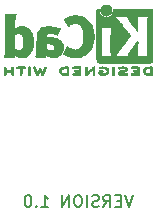
<source format=gbo>
%TF.GenerationSoftware,KiCad,Pcbnew,(6.0.0)*%
%TF.CreationDate,2023-05-18T20:33:58-04:00*%
%TF.ProjectId,Project One _ Torchlight,50726f6a-6563-4742-904f-6e65205f2054,1.1*%
%TF.SameCoordinates,Original*%
%TF.FileFunction,Legend,Bot*%
%TF.FilePolarity,Positive*%
%FSLAX46Y46*%
G04 Gerber Fmt 4.6, Leading zero omitted, Abs format (unit mm)*
G04 Created by KiCad (PCBNEW (6.0.0)) date 2023-05-18 20:33:58*
%MOMM*%
%LPD*%
G01*
G04 APERTURE LIST*
%ADD10C,0.150000*%
%ADD11C,0.010000*%
G04 APERTURE END LIST*
D10*
X141017047Y-107148380D02*
X140683714Y-108148380D01*
X140350380Y-107148380D01*
X140017047Y-107624571D02*
X139683714Y-107624571D01*
X139540857Y-108148380D02*
X140017047Y-108148380D01*
X140017047Y-107148380D01*
X139540857Y-107148380D01*
X138540857Y-108148380D02*
X138874190Y-107672190D01*
X139112285Y-108148380D02*
X139112285Y-107148380D01*
X138731333Y-107148380D01*
X138636095Y-107196000D01*
X138588476Y-107243619D01*
X138540857Y-107338857D01*
X138540857Y-107481714D01*
X138588476Y-107576952D01*
X138636095Y-107624571D01*
X138731333Y-107672190D01*
X139112285Y-107672190D01*
X138159904Y-108100761D02*
X138017047Y-108148380D01*
X137778952Y-108148380D01*
X137683714Y-108100761D01*
X137636095Y-108053142D01*
X137588476Y-107957904D01*
X137588476Y-107862666D01*
X137636095Y-107767428D01*
X137683714Y-107719809D01*
X137778952Y-107672190D01*
X137969428Y-107624571D01*
X138064666Y-107576952D01*
X138112285Y-107529333D01*
X138159904Y-107434095D01*
X138159904Y-107338857D01*
X138112285Y-107243619D01*
X138064666Y-107196000D01*
X137969428Y-107148380D01*
X137731333Y-107148380D01*
X137588476Y-107196000D01*
X137159904Y-108148380D02*
X137159904Y-107148380D01*
X136493238Y-107148380D02*
X136302761Y-107148380D01*
X136207523Y-107196000D01*
X136112285Y-107291238D01*
X136064666Y-107481714D01*
X136064666Y-107815047D01*
X136112285Y-108005523D01*
X136207523Y-108100761D01*
X136302761Y-108148380D01*
X136493238Y-108148380D01*
X136588476Y-108100761D01*
X136683714Y-108005523D01*
X136731333Y-107815047D01*
X136731333Y-107481714D01*
X136683714Y-107291238D01*
X136588476Y-107196000D01*
X136493238Y-107148380D01*
X135636095Y-108148380D02*
X135636095Y-107148380D01*
X135064666Y-108148380D01*
X135064666Y-107148380D01*
X133302761Y-108148380D02*
X133874190Y-108148380D01*
X133588476Y-108148380D02*
X133588476Y-107148380D01*
X133683714Y-107291238D01*
X133778952Y-107386476D01*
X133874190Y-107434095D01*
X132874190Y-108053142D02*
X132826571Y-108100761D01*
X132874190Y-108148380D01*
X132921809Y-108100761D01*
X132874190Y-108053142D01*
X132874190Y-108148380D01*
X132207523Y-107148380D02*
X132112285Y-107148380D01*
X132017047Y-107196000D01*
X131969428Y-107243619D01*
X131921809Y-107338857D01*
X131874190Y-107529333D01*
X131874190Y-107767428D01*
X131921809Y-107957904D01*
X131969428Y-108053142D01*
X132017047Y-108100761D01*
X132112285Y-108148380D01*
X132207523Y-108148380D01*
X132302761Y-108100761D01*
X132350380Y-108053142D01*
X132398000Y-107957904D01*
X132445619Y-107767428D01*
X132445619Y-107529333D01*
X132398000Y-107338857D01*
X132350380Y-107243619D01*
X132302761Y-107196000D01*
X132207523Y-107148380D01*
D11*
%TO.C,REF\u002A\u002A*%
X130211493Y-93452245D02*
X130211474Y-93686662D01*
X130211474Y-93686662D02*
X130211448Y-93899603D01*
X130211448Y-93899603D02*
X130211375Y-94092168D01*
X130211375Y-94092168D02*
X130211218Y-94265459D01*
X130211218Y-94265459D02*
X130210936Y-94420576D01*
X130210936Y-94420576D02*
X130210491Y-94558620D01*
X130210491Y-94558620D02*
X130209844Y-94680692D01*
X130209844Y-94680692D02*
X130208955Y-94787894D01*
X130208955Y-94787894D02*
X130207787Y-94881326D01*
X130207787Y-94881326D02*
X130206299Y-94962090D01*
X130206299Y-94962090D02*
X130204454Y-95031286D01*
X130204454Y-95031286D02*
X130202211Y-95090015D01*
X130202211Y-95090015D02*
X130199531Y-95139379D01*
X130199531Y-95139379D02*
X130196377Y-95180478D01*
X130196377Y-95180478D02*
X130192708Y-95214413D01*
X130192708Y-95214413D02*
X130188487Y-95242286D01*
X130188487Y-95242286D02*
X130183673Y-95265198D01*
X130183673Y-95265198D02*
X130178227Y-95284249D01*
X130178227Y-95284249D02*
X130172112Y-95300540D01*
X130172112Y-95300540D02*
X130165288Y-95315173D01*
X130165288Y-95315173D02*
X130157715Y-95329249D01*
X130157715Y-95329249D02*
X130149355Y-95343868D01*
X130149355Y-95343868D02*
X130144161Y-95352974D01*
X130144161Y-95352974D02*
X130109896Y-95413689D01*
X130109896Y-95413689D02*
X130968045Y-95413689D01*
X130968045Y-95413689D02*
X130968045Y-95317733D01*
X130968045Y-95317733D02*
X130968776Y-95274370D01*
X130968776Y-95274370D02*
X130970728Y-95241205D01*
X130970728Y-95241205D02*
X130973537Y-95223424D01*
X130973537Y-95223424D02*
X130974779Y-95221778D01*
X130974779Y-95221778D02*
X130986201Y-95228662D01*
X130986201Y-95228662D02*
X131008916Y-95246505D01*
X131008916Y-95246505D02*
X131031615Y-95265879D01*
X131031615Y-95265879D02*
X131086200Y-95306614D01*
X131086200Y-95306614D02*
X131155679Y-95347617D01*
X131155679Y-95347617D02*
X131232730Y-95385123D01*
X131232730Y-95385123D02*
X131310035Y-95415364D01*
X131310035Y-95415364D02*
X131340887Y-95425012D01*
X131340887Y-95425012D02*
X131409384Y-95439578D01*
X131409384Y-95439578D02*
X131492236Y-95449539D01*
X131492236Y-95449539D02*
X131581629Y-95454583D01*
X131581629Y-95454583D02*
X131669752Y-95454396D01*
X131669752Y-95454396D02*
X131748793Y-95448666D01*
X131748793Y-95448666D02*
X131786489Y-95442858D01*
X131786489Y-95442858D02*
X131924586Y-95404797D01*
X131924586Y-95404797D02*
X132051887Y-95347073D01*
X132051887Y-95347073D02*
X132167708Y-95270211D01*
X132167708Y-95270211D02*
X132271363Y-95174739D01*
X132271363Y-95174739D02*
X132362167Y-95061179D01*
X132362167Y-95061179D02*
X132428969Y-94950381D01*
X132428969Y-94950381D02*
X132483836Y-94833625D01*
X132483836Y-94833625D02*
X132525837Y-94714276D01*
X132525837Y-94714276D02*
X132555833Y-94588283D01*
X132555833Y-94588283D02*
X132574689Y-94451594D01*
X132574689Y-94451594D02*
X132583268Y-94300158D01*
X132583268Y-94300158D02*
X132583994Y-94222711D01*
X132583994Y-94222711D02*
X132581900Y-94165934D01*
X132581900Y-94165934D02*
X131752783Y-94165934D01*
X131752783Y-94165934D02*
X131752576Y-94259002D01*
X131752576Y-94259002D02*
X131749663Y-94346692D01*
X131749663Y-94346692D02*
X131744000Y-94423772D01*
X131744000Y-94423772D02*
X131735545Y-94485009D01*
X131735545Y-94485009D02*
X131732962Y-94497350D01*
X131732962Y-94497350D02*
X131701160Y-94604633D01*
X131701160Y-94604633D02*
X131659502Y-94691658D01*
X131659502Y-94691658D02*
X131607637Y-94758642D01*
X131607637Y-94758642D02*
X131545219Y-94805805D01*
X131545219Y-94805805D02*
X131471900Y-94833365D01*
X131471900Y-94833365D02*
X131387331Y-94841541D01*
X131387331Y-94841541D02*
X131291165Y-94830551D01*
X131291165Y-94830551D02*
X131227689Y-94814829D01*
X131227689Y-94814829D02*
X131178546Y-94796639D01*
X131178546Y-94796639D02*
X131124417Y-94770791D01*
X131124417Y-94770791D02*
X131083756Y-94747089D01*
X131083756Y-94747089D02*
X131013200Y-94700721D01*
X131013200Y-94700721D02*
X131013200Y-93550530D01*
X131013200Y-93550530D02*
X131080608Y-93506962D01*
X131080608Y-93506962D02*
X131159133Y-93466040D01*
X131159133Y-93466040D02*
X131243319Y-93439389D01*
X131243319Y-93439389D02*
X131328443Y-93427465D01*
X131328443Y-93427465D02*
X131409784Y-93430722D01*
X131409784Y-93430722D02*
X131482620Y-93449615D01*
X131482620Y-93449615D02*
X131514574Y-93465184D01*
X131514574Y-93465184D02*
X131572499Y-93508181D01*
X131572499Y-93508181D02*
X131621456Y-93564953D01*
X131621456Y-93564953D02*
X131662610Y-93637575D01*
X131662610Y-93637575D02*
X131697126Y-93728121D01*
X131697126Y-93728121D02*
X131726167Y-93838666D01*
X131726167Y-93838666D02*
X131727448Y-93844533D01*
X131727448Y-93844533D02*
X131737619Y-93906788D01*
X131737619Y-93906788D02*
X131745261Y-93984594D01*
X131745261Y-93984594D02*
X131750330Y-94072720D01*
X131750330Y-94072720D02*
X131752783Y-94165934D01*
X131752783Y-94165934D02*
X132581900Y-94165934D01*
X132581900Y-94165934D02*
X132576143Y-94009895D01*
X132576143Y-94009895D02*
X132554198Y-93814059D01*
X132554198Y-93814059D02*
X132518214Y-93635332D01*
X132518214Y-93635332D02*
X132468241Y-93473845D01*
X132468241Y-93473845D02*
X132404332Y-93329726D01*
X132404332Y-93329726D02*
X132326538Y-93203106D01*
X132326538Y-93203106D02*
X132234911Y-93094115D01*
X132234911Y-93094115D02*
X132129503Y-93002883D01*
X132129503Y-93002883D02*
X132084338Y-92971932D01*
X132084338Y-92971932D02*
X131983389Y-92915785D01*
X131983389Y-92915785D02*
X131880099Y-92876174D01*
X131880099Y-92876174D02*
X131770011Y-92852014D01*
X131770011Y-92852014D02*
X131648670Y-92842219D01*
X131648670Y-92842219D02*
X131556164Y-92843265D01*
X131556164Y-92843265D02*
X131426510Y-92854231D01*
X131426510Y-92854231D02*
X131313916Y-92876046D01*
X131313916Y-92876046D02*
X131215125Y-92909714D01*
X131215125Y-92909714D02*
X131126879Y-92956236D01*
X131126879Y-92956236D02*
X131078014Y-92990448D01*
X131078014Y-92990448D02*
X131048647Y-93012362D01*
X131048647Y-93012362D02*
X131026957Y-93027333D01*
X131026957Y-93027333D02*
X131018747Y-93031733D01*
X131018747Y-93031733D02*
X131017132Y-93020904D01*
X131017132Y-93020904D02*
X131015841Y-92990251D01*
X131015841Y-92990251D02*
X131014862Y-92942526D01*
X131014862Y-92942526D02*
X131014183Y-92880479D01*
X131014183Y-92880479D02*
X131013790Y-92806862D01*
X131013790Y-92806862D02*
X131013670Y-92724427D01*
X131013670Y-92724427D02*
X131013812Y-92635925D01*
X131013812Y-92635925D02*
X131014203Y-92544107D01*
X131014203Y-92544107D02*
X131014829Y-92451724D01*
X131014829Y-92451724D02*
X131015680Y-92361528D01*
X131015680Y-92361528D02*
X131016740Y-92276271D01*
X131016740Y-92276271D02*
X131017999Y-92198703D01*
X131017999Y-92198703D02*
X131019444Y-92131576D01*
X131019444Y-92131576D02*
X131021062Y-92077641D01*
X131021062Y-92077641D02*
X131022839Y-92039650D01*
X131022839Y-92039650D02*
X131023331Y-92032667D01*
X131023331Y-92032667D02*
X131030908Y-91962251D01*
X131030908Y-91962251D02*
X131042469Y-91907102D01*
X131042469Y-91907102D02*
X131060208Y-91859981D01*
X131060208Y-91859981D02*
X131086318Y-91813647D01*
X131086318Y-91813647D02*
X131092585Y-91804067D01*
X131092585Y-91804067D02*
X131117017Y-91767378D01*
X131117017Y-91767378D02*
X130211689Y-91767378D01*
X130211689Y-91767378D02*
X130211493Y-93452245D01*
X130211493Y-93452245D02*
X130211493Y-93452245D01*
G36*
X132583268Y-94300158D02*
G01*
X132574689Y-94451594D01*
X132555833Y-94588283D01*
X132525837Y-94714276D01*
X132483836Y-94833625D01*
X132428969Y-94950381D01*
X132362167Y-95061179D01*
X132271363Y-95174739D01*
X132167708Y-95270211D01*
X132051887Y-95347073D01*
X131924586Y-95404797D01*
X131786489Y-95442858D01*
X131748793Y-95448666D01*
X131669752Y-95454396D01*
X131581629Y-95454583D01*
X131492236Y-95449539D01*
X131409384Y-95439578D01*
X131340887Y-95425012D01*
X131310035Y-95415364D01*
X131232730Y-95385123D01*
X131155679Y-95347617D01*
X131086200Y-95306614D01*
X131031615Y-95265879D01*
X131008916Y-95246505D01*
X130986201Y-95228662D01*
X130974779Y-95221778D01*
X130973537Y-95223424D01*
X130970728Y-95241205D01*
X130968776Y-95274370D01*
X130968045Y-95317733D01*
X130968045Y-95413689D01*
X130109896Y-95413689D01*
X130144161Y-95352974D01*
X130149355Y-95343868D01*
X130157715Y-95329249D01*
X130165288Y-95315173D01*
X130172112Y-95300540D01*
X130178227Y-95284249D01*
X130183673Y-95265198D01*
X130188487Y-95242286D01*
X130192708Y-95214413D01*
X130196377Y-95180478D01*
X130199531Y-95139379D01*
X130202211Y-95090015D01*
X130204454Y-95031286D01*
X130206299Y-94962090D01*
X130207787Y-94881326D01*
X130208955Y-94787894D01*
X130209678Y-94700721D01*
X131013200Y-94700721D01*
X131083756Y-94747089D01*
X131124417Y-94770791D01*
X131178546Y-94796639D01*
X131227689Y-94814829D01*
X131291165Y-94830551D01*
X131387331Y-94841541D01*
X131471900Y-94833365D01*
X131545219Y-94805805D01*
X131607637Y-94758642D01*
X131659502Y-94691658D01*
X131701160Y-94604633D01*
X131732962Y-94497350D01*
X131735545Y-94485009D01*
X131744000Y-94423772D01*
X131749663Y-94346692D01*
X131752576Y-94259002D01*
X131752783Y-94165934D01*
X131750330Y-94072720D01*
X131745261Y-93984594D01*
X131737619Y-93906788D01*
X131727448Y-93844533D01*
X131726167Y-93838666D01*
X131697126Y-93728121D01*
X131662610Y-93637575D01*
X131621456Y-93564953D01*
X131572499Y-93508181D01*
X131514574Y-93465184D01*
X131482620Y-93449615D01*
X131409784Y-93430722D01*
X131328443Y-93427465D01*
X131243319Y-93439389D01*
X131159133Y-93466040D01*
X131080608Y-93506962D01*
X131013200Y-93550530D01*
X131013200Y-94700721D01*
X130209678Y-94700721D01*
X130209844Y-94680692D01*
X130210491Y-94558620D01*
X130210936Y-94420576D01*
X130211218Y-94265459D01*
X130211375Y-94092168D01*
X130211448Y-93899603D01*
X130211474Y-93686662D01*
X130211493Y-93452245D01*
X130211689Y-91767378D01*
X131117017Y-91767378D01*
X131092585Y-91804067D01*
X131086318Y-91813647D01*
X131060208Y-91859981D01*
X131042469Y-91907102D01*
X131030908Y-91962251D01*
X131023331Y-92032667D01*
X131022839Y-92039650D01*
X131021062Y-92077641D01*
X131019444Y-92131576D01*
X131017999Y-92198703D01*
X131016740Y-92276271D01*
X131015680Y-92361528D01*
X131014829Y-92451724D01*
X131014203Y-92544107D01*
X131013812Y-92635925D01*
X131013670Y-92724427D01*
X131013790Y-92806862D01*
X131014183Y-92880479D01*
X131014862Y-92942526D01*
X131015841Y-92990251D01*
X131017132Y-93020904D01*
X131018747Y-93031733D01*
X131026957Y-93027333D01*
X131048647Y-93012362D01*
X131078014Y-92990448D01*
X131126879Y-92956236D01*
X131215125Y-92909714D01*
X131313916Y-92876046D01*
X131426510Y-92854231D01*
X131556164Y-92843265D01*
X131648670Y-92842219D01*
X131770011Y-92852014D01*
X131880099Y-92876174D01*
X131983389Y-92915785D01*
X132084338Y-92971932D01*
X132129503Y-93002883D01*
X132234911Y-93094115D01*
X132326538Y-93203106D01*
X132404332Y-93329726D01*
X132468241Y-93473845D01*
X132518214Y-93635332D01*
X132554198Y-93814059D01*
X132576143Y-94009895D01*
X132581900Y-94165934D01*
X132583994Y-94222711D01*
X132583268Y-94300158D01*
G37*
X132583268Y-94300158D02*
X132574689Y-94451594D01*
X132555833Y-94588283D01*
X132525837Y-94714276D01*
X132483836Y-94833625D01*
X132428969Y-94950381D01*
X132362167Y-95061179D01*
X132271363Y-95174739D01*
X132167708Y-95270211D01*
X132051887Y-95347073D01*
X131924586Y-95404797D01*
X131786489Y-95442858D01*
X131748793Y-95448666D01*
X131669752Y-95454396D01*
X131581629Y-95454583D01*
X131492236Y-95449539D01*
X131409384Y-95439578D01*
X131340887Y-95425012D01*
X131310035Y-95415364D01*
X131232730Y-95385123D01*
X131155679Y-95347617D01*
X131086200Y-95306614D01*
X131031615Y-95265879D01*
X131008916Y-95246505D01*
X130986201Y-95228662D01*
X130974779Y-95221778D01*
X130973537Y-95223424D01*
X130970728Y-95241205D01*
X130968776Y-95274370D01*
X130968045Y-95317733D01*
X130968045Y-95413689D01*
X130109896Y-95413689D01*
X130144161Y-95352974D01*
X130149355Y-95343868D01*
X130157715Y-95329249D01*
X130165288Y-95315173D01*
X130172112Y-95300540D01*
X130178227Y-95284249D01*
X130183673Y-95265198D01*
X130188487Y-95242286D01*
X130192708Y-95214413D01*
X130196377Y-95180478D01*
X130199531Y-95139379D01*
X130202211Y-95090015D01*
X130204454Y-95031286D01*
X130206299Y-94962090D01*
X130207787Y-94881326D01*
X130208955Y-94787894D01*
X130209678Y-94700721D01*
X131013200Y-94700721D01*
X131083756Y-94747089D01*
X131124417Y-94770791D01*
X131178546Y-94796639D01*
X131227689Y-94814829D01*
X131291165Y-94830551D01*
X131387331Y-94841541D01*
X131471900Y-94833365D01*
X131545219Y-94805805D01*
X131607637Y-94758642D01*
X131659502Y-94691658D01*
X131701160Y-94604633D01*
X131732962Y-94497350D01*
X131735545Y-94485009D01*
X131744000Y-94423772D01*
X131749663Y-94346692D01*
X131752576Y-94259002D01*
X131752783Y-94165934D01*
X131750330Y-94072720D01*
X131745261Y-93984594D01*
X131737619Y-93906788D01*
X131727448Y-93844533D01*
X131726167Y-93838666D01*
X131697126Y-93728121D01*
X131662610Y-93637575D01*
X131621456Y-93564953D01*
X131572499Y-93508181D01*
X131514574Y-93465184D01*
X131482620Y-93449615D01*
X131409784Y-93430722D01*
X131328443Y-93427465D01*
X131243319Y-93439389D01*
X131159133Y-93466040D01*
X131080608Y-93506962D01*
X131013200Y-93550530D01*
X131013200Y-94700721D01*
X130209678Y-94700721D01*
X130209844Y-94680692D01*
X130210491Y-94558620D01*
X130210936Y-94420576D01*
X130211218Y-94265459D01*
X130211375Y-94092168D01*
X130211448Y-93899603D01*
X130211474Y-93686662D01*
X130211493Y-93452245D01*
X130211689Y-91767378D01*
X131117017Y-91767378D01*
X131092585Y-91804067D01*
X131086318Y-91813647D01*
X131060208Y-91859981D01*
X131042469Y-91907102D01*
X131030908Y-91962251D01*
X131023331Y-92032667D01*
X131022839Y-92039650D01*
X131021062Y-92077641D01*
X131019444Y-92131576D01*
X131017999Y-92198703D01*
X131016740Y-92276271D01*
X131015680Y-92361528D01*
X131014829Y-92451724D01*
X131014203Y-92544107D01*
X131013812Y-92635925D01*
X131013670Y-92724427D01*
X131013790Y-92806862D01*
X131014183Y-92880479D01*
X131014862Y-92942526D01*
X131015841Y-92990251D01*
X131017132Y-93020904D01*
X131018747Y-93031733D01*
X131026957Y-93027333D01*
X131048647Y-93012362D01*
X131078014Y-92990448D01*
X131126879Y-92956236D01*
X131215125Y-92909714D01*
X131313916Y-92876046D01*
X131426510Y-92854231D01*
X131556164Y-92843265D01*
X131648670Y-92842219D01*
X131770011Y-92852014D01*
X131880099Y-92876174D01*
X131983389Y-92915785D01*
X132084338Y-92971932D01*
X132129503Y-93002883D01*
X132234911Y-93094115D01*
X132326538Y-93203106D01*
X132404332Y-93329726D01*
X132468241Y-93473845D01*
X132518214Y-93635332D01*
X132554198Y-93814059D01*
X132576143Y-94009895D01*
X132581900Y-94165934D01*
X132583994Y-94222711D01*
X132583268Y-94300158D01*
X141110794Y-96249146D02*
X141041386Y-96249518D01*
X141041386Y-96249518D02*
X140988997Y-96250385D01*
X140988997Y-96250385D02*
X140950847Y-96251946D01*
X140950847Y-96251946D02*
X140924159Y-96254403D01*
X140924159Y-96254403D02*
X140906153Y-96257957D01*
X140906153Y-96257957D02*
X140894049Y-96262810D01*
X140894049Y-96262810D02*
X140885069Y-96269161D01*
X140885069Y-96269161D02*
X140881818Y-96272084D01*
X140881818Y-96272084D02*
X140862043Y-96303142D01*
X140862043Y-96303142D02*
X140858482Y-96338828D01*
X140858482Y-96338828D02*
X140871491Y-96370510D01*
X140871491Y-96370510D02*
X140877506Y-96376913D01*
X140877506Y-96376913D02*
X140887235Y-96383121D01*
X140887235Y-96383121D02*
X140902901Y-96387910D01*
X140902901Y-96387910D02*
X140927408Y-96391514D01*
X140927408Y-96391514D02*
X140963661Y-96394164D01*
X140963661Y-96394164D02*
X141014565Y-96396095D01*
X141014565Y-96396095D02*
X141083026Y-96397539D01*
X141083026Y-96397539D02*
X141145617Y-96398418D01*
X141145617Y-96398418D02*
X141393334Y-96401467D01*
X141393334Y-96401467D02*
X141396719Y-96466378D01*
X141396719Y-96466378D02*
X141400105Y-96531289D01*
X141400105Y-96531289D02*
X141231958Y-96531289D01*
X141231958Y-96531289D02*
X141158959Y-96531919D01*
X141158959Y-96531919D02*
X141105517Y-96534553D01*
X141105517Y-96534553D02*
X141068628Y-96540309D01*
X141068628Y-96540309D02*
X141045288Y-96550304D01*
X141045288Y-96550304D02*
X141032494Y-96565656D01*
X141032494Y-96565656D02*
X141027242Y-96587482D01*
X141027242Y-96587482D02*
X141026445Y-96607738D01*
X141026445Y-96607738D02*
X141028923Y-96632592D01*
X141028923Y-96632592D02*
X141038277Y-96650906D01*
X141038277Y-96650906D02*
X141057383Y-96663637D01*
X141057383Y-96663637D02*
X141089118Y-96671741D01*
X141089118Y-96671741D02*
X141136359Y-96676176D01*
X141136359Y-96676176D02*
X141201983Y-96677899D01*
X141201983Y-96677899D02*
X141237801Y-96678045D01*
X141237801Y-96678045D02*
X141398978Y-96678045D01*
X141398978Y-96678045D02*
X141398978Y-96836089D01*
X141398978Y-96836089D02*
X141150622Y-96836089D01*
X141150622Y-96836089D02*
X141069213Y-96836202D01*
X141069213Y-96836202D02*
X141007342Y-96836712D01*
X141007342Y-96836712D02*
X140961968Y-96837870D01*
X140961968Y-96837870D02*
X140930054Y-96839930D01*
X140930054Y-96839930D02*
X140908559Y-96843146D01*
X140908559Y-96843146D02*
X140894443Y-96847772D01*
X140894443Y-96847772D02*
X140884668Y-96854059D01*
X140884668Y-96854059D02*
X140879689Y-96858667D01*
X140879689Y-96858667D02*
X140862610Y-96885560D01*
X140862610Y-96885560D02*
X140857111Y-96909467D01*
X140857111Y-96909467D02*
X140864963Y-96938667D01*
X140864963Y-96938667D02*
X140879689Y-96960267D01*
X140879689Y-96960267D02*
X140887546Y-96967066D01*
X140887546Y-96967066D02*
X140897688Y-96972346D01*
X140897688Y-96972346D02*
X140912844Y-96976298D01*
X140912844Y-96976298D02*
X140935741Y-96979113D01*
X140935741Y-96979113D02*
X140969109Y-96980982D01*
X140969109Y-96980982D02*
X141015675Y-96982098D01*
X141015675Y-96982098D02*
X141078167Y-96982651D01*
X141078167Y-96982651D02*
X141159314Y-96982833D01*
X141159314Y-96982833D02*
X141201422Y-96982845D01*
X141201422Y-96982845D02*
X141291598Y-96982765D01*
X141291598Y-96982765D02*
X141361924Y-96982398D01*
X141361924Y-96982398D02*
X141415129Y-96981552D01*
X141415129Y-96981552D02*
X141453940Y-96980036D01*
X141453940Y-96980036D02*
X141481087Y-96977659D01*
X141481087Y-96977659D02*
X141499298Y-96974229D01*
X141499298Y-96974229D02*
X141511300Y-96969554D01*
X141511300Y-96969554D02*
X141519822Y-96963444D01*
X141519822Y-96963444D02*
X141523156Y-96960267D01*
X141523156Y-96960267D02*
X141529755Y-96952670D01*
X141529755Y-96952670D02*
X141534927Y-96942870D01*
X141534927Y-96942870D02*
X141538846Y-96928239D01*
X141538846Y-96928239D02*
X141541684Y-96906152D01*
X141541684Y-96906152D02*
X141543615Y-96873982D01*
X141543615Y-96873982D02*
X141544812Y-96829103D01*
X141544812Y-96829103D02*
X141545448Y-96768889D01*
X141545448Y-96768889D02*
X141545697Y-96690713D01*
X141545697Y-96690713D02*
X141545734Y-96617923D01*
X141545734Y-96617923D02*
X141545700Y-96524707D01*
X141545700Y-96524707D02*
X141545465Y-96451431D01*
X141545465Y-96451431D02*
X141544830Y-96395458D01*
X141544830Y-96395458D02*
X141543594Y-96354151D01*
X141543594Y-96354151D02*
X141541556Y-96324872D01*
X141541556Y-96324872D02*
X141538517Y-96304984D01*
X141538517Y-96304984D02*
X141534277Y-96291850D01*
X141534277Y-96291850D02*
X141528635Y-96282832D01*
X141528635Y-96282832D02*
X141521391Y-96275293D01*
X141521391Y-96275293D02*
X141519606Y-96273612D01*
X141519606Y-96273612D02*
X141510945Y-96266172D01*
X141510945Y-96266172D02*
X141500882Y-96260409D01*
X141500882Y-96260409D02*
X141486625Y-96256112D01*
X141486625Y-96256112D02*
X141465383Y-96253064D01*
X141465383Y-96253064D02*
X141434364Y-96251051D01*
X141434364Y-96251051D02*
X141390777Y-96249860D01*
X141390777Y-96249860D02*
X141331831Y-96249275D01*
X141331831Y-96249275D02*
X141254734Y-96249083D01*
X141254734Y-96249083D02*
X141200001Y-96249067D01*
X141200001Y-96249067D02*
X141110794Y-96249146D01*
X141110794Y-96249146D02*
X141110794Y-96249146D01*
G36*
X141254734Y-96249083D02*
G01*
X141331831Y-96249275D01*
X141390777Y-96249860D01*
X141434364Y-96251051D01*
X141465383Y-96253064D01*
X141486625Y-96256112D01*
X141500882Y-96260409D01*
X141510945Y-96266172D01*
X141519606Y-96273612D01*
X141521391Y-96275293D01*
X141528635Y-96282832D01*
X141534277Y-96291850D01*
X141538517Y-96304984D01*
X141541556Y-96324872D01*
X141543594Y-96354151D01*
X141544830Y-96395458D01*
X141545465Y-96451431D01*
X141545700Y-96524707D01*
X141545734Y-96617923D01*
X141545697Y-96690713D01*
X141545448Y-96768889D01*
X141544812Y-96829103D01*
X141543615Y-96873982D01*
X141541684Y-96906152D01*
X141538846Y-96928239D01*
X141534927Y-96942870D01*
X141529755Y-96952670D01*
X141523156Y-96960267D01*
X141519822Y-96963444D01*
X141511300Y-96969554D01*
X141499298Y-96974229D01*
X141481087Y-96977659D01*
X141453940Y-96980036D01*
X141415129Y-96981552D01*
X141361924Y-96982398D01*
X141291598Y-96982765D01*
X141201422Y-96982845D01*
X141159314Y-96982833D01*
X141078167Y-96982651D01*
X141015675Y-96982098D01*
X140969109Y-96980982D01*
X140935741Y-96979113D01*
X140912844Y-96976298D01*
X140897688Y-96972346D01*
X140887546Y-96967066D01*
X140879689Y-96960267D01*
X140864963Y-96938667D01*
X140857111Y-96909467D01*
X140862610Y-96885560D01*
X140879689Y-96858667D01*
X140884668Y-96854059D01*
X140894443Y-96847772D01*
X140908559Y-96843146D01*
X140930054Y-96839930D01*
X140961968Y-96837870D01*
X141007342Y-96836712D01*
X141069213Y-96836202D01*
X141150622Y-96836089D01*
X141398978Y-96836089D01*
X141398978Y-96678045D01*
X141237801Y-96678045D01*
X141201983Y-96677899D01*
X141136359Y-96676176D01*
X141089118Y-96671741D01*
X141057383Y-96663637D01*
X141038277Y-96650906D01*
X141028923Y-96632592D01*
X141026445Y-96607738D01*
X141027242Y-96587482D01*
X141032494Y-96565656D01*
X141045288Y-96550304D01*
X141068628Y-96540309D01*
X141105517Y-96534553D01*
X141158959Y-96531919D01*
X141231958Y-96531289D01*
X141400105Y-96531289D01*
X141396719Y-96466378D01*
X141393334Y-96401467D01*
X141145617Y-96398418D01*
X141083026Y-96397539D01*
X141014565Y-96396095D01*
X140963661Y-96394164D01*
X140927408Y-96391514D01*
X140902901Y-96387910D01*
X140887235Y-96383121D01*
X140877506Y-96376913D01*
X140871491Y-96370510D01*
X140858482Y-96338828D01*
X140862043Y-96303142D01*
X140881818Y-96272084D01*
X140885069Y-96269161D01*
X140894049Y-96262810D01*
X140906153Y-96257957D01*
X140924159Y-96254403D01*
X140950847Y-96251946D01*
X140988997Y-96250385D01*
X141041386Y-96249518D01*
X141110794Y-96249146D01*
X141200001Y-96249067D01*
X141254734Y-96249083D01*
G37*
X141254734Y-96249083D02*
X141331831Y-96249275D01*
X141390777Y-96249860D01*
X141434364Y-96251051D01*
X141465383Y-96253064D01*
X141486625Y-96256112D01*
X141500882Y-96260409D01*
X141510945Y-96266172D01*
X141519606Y-96273612D01*
X141521391Y-96275293D01*
X141528635Y-96282832D01*
X141534277Y-96291850D01*
X141538517Y-96304984D01*
X141541556Y-96324872D01*
X141543594Y-96354151D01*
X141544830Y-96395458D01*
X141545465Y-96451431D01*
X141545700Y-96524707D01*
X141545734Y-96617923D01*
X141545697Y-96690713D01*
X141545448Y-96768889D01*
X141544812Y-96829103D01*
X141543615Y-96873982D01*
X141541684Y-96906152D01*
X141538846Y-96928239D01*
X141534927Y-96942870D01*
X141529755Y-96952670D01*
X141523156Y-96960267D01*
X141519822Y-96963444D01*
X141511300Y-96969554D01*
X141499298Y-96974229D01*
X141481087Y-96977659D01*
X141453940Y-96980036D01*
X141415129Y-96981552D01*
X141361924Y-96982398D01*
X141291598Y-96982765D01*
X141201422Y-96982845D01*
X141159314Y-96982833D01*
X141078167Y-96982651D01*
X141015675Y-96982098D01*
X140969109Y-96980982D01*
X140935741Y-96979113D01*
X140912844Y-96976298D01*
X140897688Y-96972346D01*
X140887546Y-96967066D01*
X140879689Y-96960267D01*
X140864963Y-96938667D01*
X140857111Y-96909467D01*
X140862610Y-96885560D01*
X140879689Y-96858667D01*
X140884668Y-96854059D01*
X140894443Y-96847772D01*
X140908559Y-96843146D01*
X140930054Y-96839930D01*
X140961968Y-96837870D01*
X141007342Y-96836712D01*
X141069213Y-96836202D01*
X141150622Y-96836089D01*
X141398978Y-96836089D01*
X141398978Y-96678045D01*
X141237801Y-96678045D01*
X141201983Y-96677899D01*
X141136359Y-96676176D01*
X141089118Y-96671741D01*
X141057383Y-96663637D01*
X141038277Y-96650906D01*
X141028923Y-96632592D01*
X141026445Y-96607738D01*
X141027242Y-96587482D01*
X141032494Y-96565656D01*
X141045288Y-96550304D01*
X141068628Y-96540309D01*
X141105517Y-96534553D01*
X141158959Y-96531919D01*
X141231958Y-96531289D01*
X141400105Y-96531289D01*
X141396719Y-96466378D01*
X141393334Y-96401467D01*
X141145617Y-96398418D01*
X141083026Y-96397539D01*
X141014565Y-96396095D01*
X140963661Y-96394164D01*
X140927408Y-96391514D01*
X140902901Y-96387910D01*
X140887235Y-96383121D01*
X140877506Y-96376913D01*
X140871491Y-96370510D01*
X140858482Y-96338828D01*
X140862043Y-96303142D01*
X140881818Y-96272084D01*
X140885069Y-96269161D01*
X140894049Y-96262810D01*
X140906153Y-96257957D01*
X140924159Y-96254403D01*
X140950847Y-96251946D01*
X140988997Y-96250385D01*
X141041386Y-96249518D01*
X141110794Y-96249146D01*
X141200001Y-96249067D01*
X141254734Y-96249083D01*
X136167657Y-96249260D02*
X136091299Y-96250174D01*
X136091299Y-96250174D02*
X136032783Y-96252311D01*
X136032783Y-96252311D02*
X135989745Y-96256175D01*
X135989745Y-96256175D02*
X135959817Y-96262267D01*
X135959817Y-96262267D02*
X135940632Y-96271090D01*
X135940632Y-96271090D02*
X135929824Y-96283146D01*
X135929824Y-96283146D02*
X135925027Y-96298939D01*
X135925027Y-96298939D02*
X135923873Y-96318970D01*
X135923873Y-96318970D02*
X135923867Y-96321335D01*
X135923867Y-96321335D02*
X135924869Y-96343992D01*
X135924869Y-96343992D02*
X135929604Y-96361503D01*
X135929604Y-96361503D02*
X135940667Y-96374574D01*
X135940667Y-96374574D02*
X135960652Y-96383913D01*
X135960652Y-96383913D02*
X135992154Y-96390227D01*
X135992154Y-96390227D02*
X136037768Y-96394222D01*
X136037768Y-96394222D02*
X136100087Y-96396606D01*
X136100087Y-96396606D02*
X136181707Y-96398086D01*
X136181707Y-96398086D02*
X136206723Y-96398414D01*
X136206723Y-96398414D02*
X136448800Y-96401467D01*
X136448800Y-96401467D02*
X136452186Y-96466378D01*
X136452186Y-96466378D02*
X136455571Y-96531289D01*
X136455571Y-96531289D02*
X136287424Y-96531289D01*
X136287424Y-96531289D02*
X136221734Y-96531531D01*
X136221734Y-96531531D02*
X136174828Y-96532556D01*
X136174828Y-96532556D02*
X136142917Y-96534811D01*
X136142917Y-96534811D02*
X136122209Y-96538742D01*
X136122209Y-96538742D02*
X136108916Y-96544798D01*
X136108916Y-96544798D02*
X136099245Y-96553424D01*
X136099245Y-96553424D02*
X136099183Y-96553493D01*
X136099183Y-96553493D02*
X136081644Y-96587112D01*
X136081644Y-96587112D02*
X136082278Y-96623448D01*
X136082278Y-96623448D02*
X136100686Y-96654423D01*
X136100686Y-96654423D02*
X136104329Y-96657607D01*
X136104329Y-96657607D02*
X136117259Y-96665812D01*
X136117259Y-96665812D02*
X136134976Y-96671521D01*
X136134976Y-96671521D02*
X136161430Y-96675162D01*
X136161430Y-96675162D02*
X136200568Y-96677167D01*
X136200568Y-96677167D02*
X136256338Y-96677964D01*
X136256338Y-96677964D02*
X136292006Y-96678045D01*
X136292006Y-96678045D02*
X136454445Y-96678045D01*
X136454445Y-96678045D02*
X136454445Y-96836089D01*
X136454445Y-96836089D02*
X136207839Y-96836089D01*
X136207839Y-96836089D02*
X136126420Y-96836231D01*
X136126420Y-96836231D02*
X136064590Y-96836814D01*
X136064590Y-96836814D02*
X136019363Y-96838068D01*
X136019363Y-96838068D02*
X135987752Y-96840227D01*
X135987752Y-96840227D02*
X135966769Y-96843523D01*
X135966769Y-96843523D02*
X135953427Y-96848189D01*
X135953427Y-96848189D02*
X135944739Y-96854457D01*
X135944739Y-96854457D02*
X135942550Y-96856733D01*
X135942550Y-96856733D02*
X135926386Y-96888280D01*
X135926386Y-96888280D02*
X135925203Y-96924168D01*
X135925203Y-96924168D02*
X135938464Y-96955285D01*
X135938464Y-96955285D02*
X135948957Y-96965271D01*
X135948957Y-96965271D02*
X135959871Y-96970769D01*
X135959871Y-96970769D02*
X135976783Y-96975022D01*
X135976783Y-96975022D02*
X136002367Y-96978180D01*
X136002367Y-96978180D02*
X136039299Y-96980392D01*
X136039299Y-96980392D02*
X136090254Y-96981806D01*
X136090254Y-96981806D02*
X136157906Y-96982572D01*
X136157906Y-96982572D02*
X136244931Y-96982838D01*
X136244931Y-96982838D02*
X136264606Y-96982845D01*
X136264606Y-96982845D02*
X136353089Y-96982787D01*
X136353089Y-96982787D02*
X136421773Y-96982467D01*
X136421773Y-96982467D02*
X136473436Y-96981667D01*
X136473436Y-96981667D02*
X136510855Y-96980167D01*
X136510855Y-96980167D02*
X136536810Y-96977749D01*
X136536810Y-96977749D02*
X136554078Y-96974194D01*
X136554078Y-96974194D02*
X136565438Y-96969282D01*
X136565438Y-96969282D02*
X136573668Y-96962795D01*
X136573668Y-96962795D02*
X136578183Y-96958138D01*
X136578183Y-96958138D02*
X136584979Y-96949889D01*
X136584979Y-96949889D02*
X136590288Y-96939669D01*
X136590288Y-96939669D02*
X136594294Y-96924800D01*
X136594294Y-96924800D02*
X136597179Y-96902602D01*
X136597179Y-96902602D02*
X136599126Y-96870393D01*
X136599126Y-96870393D02*
X136600319Y-96825496D01*
X136600319Y-96825496D02*
X136600939Y-96765228D01*
X136600939Y-96765228D02*
X136601171Y-96686911D01*
X136601171Y-96686911D02*
X136601200Y-96620994D01*
X136601200Y-96620994D02*
X136601129Y-96528628D01*
X136601129Y-96528628D02*
X136600792Y-96456117D01*
X136600792Y-96456117D02*
X136600002Y-96400737D01*
X136600002Y-96400737D02*
X136598574Y-96359765D01*
X136598574Y-96359765D02*
X136596321Y-96330478D01*
X136596321Y-96330478D02*
X136593057Y-96310153D01*
X136593057Y-96310153D02*
X136588596Y-96296066D01*
X136588596Y-96296066D02*
X136582752Y-96285495D01*
X136582752Y-96285495D02*
X136577803Y-96278811D01*
X136577803Y-96278811D02*
X136554406Y-96249067D01*
X136554406Y-96249067D02*
X136264226Y-96249067D01*
X136264226Y-96249067D02*
X136167657Y-96249260D01*
X136167657Y-96249260D02*
X136167657Y-96249260D01*
G36*
X136577803Y-96278811D02*
G01*
X136582752Y-96285495D01*
X136588596Y-96296066D01*
X136593057Y-96310153D01*
X136596321Y-96330478D01*
X136598574Y-96359765D01*
X136600002Y-96400737D01*
X136600792Y-96456117D01*
X136601129Y-96528628D01*
X136601200Y-96620994D01*
X136601171Y-96686911D01*
X136600939Y-96765228D01*
X136600319Y-96825496D01*
X136599126Y-96870393D01*
X136597179Y-96902602D01*
X136594294Y-96924800D01*
X136590288Y-96939669D01*
X136584979Y-96949889D01*
X136578183Y-96958138D01*
X136573668Y-96962795D01*
X136565438Y-96969282D01*
X136554078Y-96974194D01*
X136536810Y-96977749D01*
X136510855Y-96980167D01*
X136473436Y-96981667D01*
X136421773Y-96982467D01*
X136353089Y-96982787D01*
X136264606Y-96982845D01*
X136244931Y-96982838D01*
X136157906Y-96982572D01*
X136090254Y-96981806D01*
X136039299Y-96980392D01*
X136002367Y-96978180D01*
X135976783Y-96975022D01*
X135959871Y-96970769D01*
X135948957Y-96965271D01*
X135938464Y-96955285D01*
X135925203Y-96924168D01*
X135926386Y-96888280D01*
X135942550Y-96856733D01*
X135944739Y-96854457D01*
X135953427Y-96848189D01*
X135966769Y-96843523D01*
X135987752Y-96840227D01*
X136019363Y-96838068D01*
X136064590Y-96836814D01*
X136126420Y-96836231D01*
X136207839Y-96836089D01*
X136454445Y-96836089D01*
X136454445Y-96678045D01*
X136292006Y-96678045D01*
X136256338Y-96677964D01*
X136200568Y-96677167D01*
X136161430Y-96675162D01*
X136134976Y-96671521D01*
X136117259Y-96665812D01*
X136104329Y-96657607D01*
X136100686Y-96654423D01*
X136082278Y-96623448D01*
X136081644Y-96587112D01*
X136099183Y-96553493D01*
X136099245Y-96553424D01*
X136108916Y-96544798D01*
X136122209Y-96538742D01*
X136142917Y-96534811D01*
X136174828Y-96532556D01*
X136221734Y-96531531D01*
X136287424Y-96531289D01*
X136455571Y-96531289D01*
X136452186Y-96466378D01*
X136448800Y-96401467D01*
X136206723Y-96398414D01*
X136181707Y-96398086D01*
X136100087Y-96396606D01*
X136037768Y-96394222D01*
X135992154Y-96390227D01*
X135960652Y-96383913D01*
X135940667Y-96374574D01*
X135929604Y-96361503D01*
X135924869Y-96343992D01*
X135923867Y-96321335D01*
X135923873Y-96318970D01*
X135925027Y-96298939D01*
X135929824Y-96283146D01*
X135940632Y-96271090D01*
X135959817Y-96262267D01*
X135989745Y-96256175D01*
X136032783Y-96252311D01*
X136091299Y-96250174D01*
X136167657Y-96249260D01*
X136264226Y-96249067D01*
X136554406Y-96249067D01*
X136577803Y-96278811D01*
G37*
X136577803Y-96278811D02*
X136582752Y-96285495D01*
X136588596Y-96296066D01*
X136593057Y-96310153D01*
X136596321Y-96330478D01*
X136598574Y-96359765D01*
X136600002Y-96400737D01*
X136600792Y-96456117D01*
X136601129Y-96528628D01*
X136601200Y-96620994D01*
X136601171Y-96686911D01*
X136600939Y-96765228D01*
X136600319Y-96825496D01*
X136599126Y-96870393D01*
X136597179Y-96902602D01*
X136594294Y-96924800D01*
X136590288Y-96939669D01*
X136584979Y-96949889D01*
X136578183Y-96958138D01*
X136573668Y-96962795D01*
X136565438Y-96969282D01*
X136554078Y-96974194D01*
X136536810Y-96977749D01*
X136510855Y-96980167D01*
X136473436Y-96981667D01*
X136421773Y-96982467D01*
X136353089Y-96982787D01*
X136264606Y-96982845D01*
X136244931Y-96982838D01*
X136157906Y-96982572D01*
X136090254Y-96981806D01*
X136039299Y-96980392D01*
X136002367Y-96978180D01*
X135976783Y-96975022D01*
X135959871Y-96970769D01*
X135948957Y-96965271D01*
X135938464Y-96955285D01*
X135925203Y-96924168D01*
X135926386Y-96888280D01*
X135942550Y-96856733D01*
X135944739Y-96854457D01*
X135953427Y-96848189D01*
X135966769Y-96843523D01*
X135987752Y-96840227D01*
X136019363Y-96838068D01*
X136064590Y-96836814D01*
X136126420Y-96836231D01*
X136207839Y-96836089D01*
X136454445Y-96836089D01*
X136454445Y-96678045D01*
X136292006Y-96678045D01*
X136256338Y-96677964D01*
X136200568Y-96677167D01*
X136161430Y-96675162D01*
X136134976Y-96671521D01*
X136117259Y-96665812D01*
X136104329Y-96657607D01*
X136100686Y-96654423D01*
X136082278Y-96623448D01*
X136081644Y-96587112D01*
X136099183Y-96553493D01*
X136099245Y-96553424D01*
X136108916Y-96544798D01*
X136122209Y-96538742D01*
X136142917Y-96534811D01*
X136174828Y-96532556D01*
X136221734Y-96531531D01*
X136287424Y-96531289D01*
X136455571Y-96531289D01*
X136452186Y-96466378D01*
X136448800Y-96401467D01*
X136206723Y-96398414D01*
X136181707Y-96398086D01*
X136100087Y-96396606D01*
X136037768Y-96394222D01*
X135992154Y-96390227D01*
X135960652Y-96383913D01*
X135940667Y-96374574D01*
X135929604Y-96361503D01*
X135924869Y-96343992D01*
X135923867Y-96321335D01*
X135923873Y-96318970D01*
X135925027Y-96298939D01*
X135929824Y-96283146D01*
X135940632Y-96271090D01*
X135959817Y-96262267D01*
X135989745Y-96256175D01*
X136032783Y-96252311D01*
X136091299Y-96250174D01*
X136167657Y-96249260D01*
X136264226Y-96249067D01*
X136554406Y-96249067D01*
X136577803Y-96278811D01*
X140089703Y-96250351D02*
X140014888Y-96255581D01*
X140014888Y-96255581D02*
X139945306Y-96263750D01*
X139945306Y-96263750D02*
X139885002Y-96274550D01*
X139885002Y-96274550D02*
X139838020Y-96287673D01*
X139838020Y-96287673D02*
X139808406Y-96302813D01*
X139808406Y-96302813D02*
X139803860Y-96307269D01*
X139803860Y-96307269D02*
X139788054Y-96341850D01*
X139788054Y-96341850D02*
X139792847Y-96377351D01*
X139792847Y-96377351D02*
X139817364Y-96407725D01*
X139817364Y-96407725D02*
X139818534Y-96408596D01*
X139818534Y-96408596D02*
X139832954Y-96417954D01*
X139832954Y-96417954D02*
X139848008Y-96422876D01*
X139848008Y-96422876D02*
X139869005Y-96423473D01*
X139869005Y-96423473D02*
X139901257Y-96419861D01*
X139901257Y-96419861D02*
X139950073Y-96412154D01*
X139950073Y-96412154D02*
X139954000Y-96411505D01*
X139954000Y-96411505D02*
X140026739Y-96402569D01*
X140026739Y-96402569D02*
X140105217Y-96398161D01*
X140105217Y-96398161D02*
X140183927Y-96398119D01*
X140183927Y-96398119D02*
X140257361Y-96402279D01*
X140257361Y-96402279D02*
X140320011Y-96410479D01*
X140320011Y-96410479D02*
X140366370Y-96422557D01*
X140366370Y-96422557D02*
X140369416Y-96423771D01*
X140369416Y-96423771D02*
X140403048Y-96442615D01*
X140403048Y-96442615D02*
X140414864Y-96461685D01*
X140414864Y-96461685D02*
X140405614Y-96480439D01*
X140405614Y-96480439D02*
X140376047Y-96498337D01*
X140376047Y-96498337D02*
X140326911Y-96514837D01*
X140326911Y-96514837D02*
X140258957Y-96529396D01*
X140258957Y-96529396D02*
X140213645Y-96536406D01*
X140213645Y-96536406D02*
X140119456Y-96549889D01*
X140119456Y-96549889D02*
X140044544Y-96562214D01*
X140044544Y-96562214D02*
X139985717Y-96574449D01*
X139985717Y-96574449D02*
X139939785Y-96587661D01*
X139939785Y-96587661D02*
X139903555Y-96602917D01*
X139903555Y-96602917D02*
X139873838Y-96621285D01*
X139873838Y-96621285D02*
X139847442Y-96643831D01*
X139847442Y-96643831D02*
X139826230Y-96665971D01*
X139826230Y-96665971D02*
X139801065Y-96696819D01*
X139801065Y-96696819D02*
X139788681Y-96723345D01*
X139788681Y-96723345D02*
X139784808Y-96756026D01*
X139784808Y-96756026D02*
X139784667Y-96767995D01*
X139784667Y-96767995D02*
X139787576Y-96807712D01*
X139787576Y-96807712D02*
X139799202Y-96837259D01*
X139799202Y-96837259D02*
X139819323Y-96863486D01*
X139819323Y-96863486D02*
X139860216Y-96903576D01*
X139860216Y-96903576D02*
X139905817Y-96934149D01*
X139905817Y-96934149D02*
X139959513Y-96956203D01*
X139959513Y-96956203D02*
X140024692Y-96970735D01*
X140024692Y-96970735D02*
X140104744Y-96978741D01*
X140104744Y-96978741D02*
X140203057Y-96981218D01*
X140203057Y-96981218D02*
X140219289Y-96981177D01*
X140219289Y-96981177D02*
X140284849Y-96979818D01*
X140284849Y-96979818D02*
X140349866Y-96976730D01*
X140349866Y-96976730D02*
X140407252Y-96972356D01*
X140407252Y-96972356D02*
X140449922Y-96967140D01*
X140449922Y-96967140D02*
X140453372Y-96966541D01*
X140453372Y-96966541D02*
X140495796Y-96956491D01*
X140495796Y-96956491D02*
X140531780Y-96943796D01*
X140531780Y-96943796D02*
X140552150Y-96932190D01*
X140552150Y-96932190D02*
X140571107Y-96901572D01*
X140571107Y-96901572D02*
X140572427Y-96865918D01*
X140572427Y-96865918D02*
X140556085Y-96834144D01*
X140556085Y-96834144D02*
X140552429Y-96830551D01*
X140552429Y-96830551D02*
X140537315Y-96819876D01*
X140537315Y-96819876D02*
X140518415Y-96815276D01*
X140518415Y-96815276D02*
X140489162Y-96816059D01*
X140489162Y-96816059D02*
X140453651Y-96820127D01*
X140453651Y-96820127D02*
X140413970Y-96823762D01*
X140413970Y-96823762D02*
X140358345Y-96826828D01*
X140358345Y-96826828D02*
X140293406Y-96829053D01*
X140293406Y-96829053D02*
X140225785Y-96830164D01*
X140225785Y-96830164D02*
X140208000Y-96830237D01*
X140208000Y-96830237D02*
X140140128Y-96829964D01*
X140140128Y-96829964D02*
X140090454Y-96828646D01*
X140090454Y-96828646D02*
X140054610Y-96825827D01*
X140054610Y-96825827D02*
X140028224Y-96821050D01*
X140028224Y-96821050D02*
X140006926Y-96813857D01*
X140006926Y-96813857D02*
X139994126Y-96807867D01*
X139994126Y-96807867D02*
X139966000Y-96791233D01*
X139966000Y-96791233D02*
X139948068Y-96776168D01*
X139948068Y-96776168D02*
X139945447Y-96771897D01*
X139945447Y-96771897D02*
X139950976Y-96754263D01*
X139950976Y-96754263D02*
X139977260Y-96737192D01*
X139977260Y-96737192D02*
X140022478Y-96721458D01*
X140022478Y-96721458D02*
X140084808Y-96707838D01*
X140084808Y-96707838D02*
X140103171Y-96704804D01*
X140103171Y-96704804D02*
X140199090Y-96689738D01*
X140199090Y-96689738D02*
X140275641Y-96677146D01*
X140275641Y-96677146D02*
X140335780Y-96666111D01*
X140335780Y-96666111D02*
X140382460Y-96655720D01*
X140382460Y-96655720D02*
X140418637Y-96645056D01*
X140418637Y-96645056D02*
X140447265Y-96633205D01*
X140447265Y-96633205D02*
X140471298Y-96619251D01*
X140471298Y-96619251D02*
X140493692Y-96602281D01*
X140493692Y-96602281D02*
X140517402Y-96581378D01*
X140517402Y-96581378D02*
X140525380Y-96574049D01*
X140525380Y-96574049D02*
X140553353Y-96546699D01*
X140553353Y-96546699D02*
X140568160Y-96525029D01*
X140568160Y-96525029D02*
X140573952Y-96500232D01*
X140573952Y-96500232D02*
X140574889Y-96468983D01*
X140574889Y-96468983D02*
X140564575Y-96407705D01*
X140564575Y-96407705D02*
X140533752Y-96355640D01*
X140533752Y-96355640D02*
X140482595Y-96312958D01*
X140482595Y-96312958D02*
X140411283Y-96279825D01*
X140411283Y-96279825D02*
X140360400Y-96264964D01*
X140360400Y-96264964D02*
X140305100Y-96255366D01*
X140305100Y-96255366D02*
X140238853Y-96249936D01*
X140238853Y-96249936D02*
X140165706Y-96248367D01*
X140165706Y-96248367D02*
X140089703Y-96250351D01*
X140089703Y-96250351D02*
X140089703Y-96250351D01*
G36*
X140238853Y-96249936D02*
G01*
X140305100Y-96255366D01*
X140360400Y-96264964D01*
X140411283Y-96279825D01*
X140482595Y-96312958D01*
X140533752Y-96355640D01*
X140564575Y-96407705D01*
X140574889Y-96468983D01*
X140573952Y-96500232D01*
X140568160Y-96525029D01*
X140553353Y-96546699D01*
X140525380Y-96574049D01*
X140517402Y-96581378D01*
X140493692Y-96602281D01*
X140471298Y-96619251D01*
X140447265Y-96633205D01*
X140418637Y-96645056D01*
X140382460Y-96655720D01*
X140335780Y-96666111D01*
X140275641Y-96677146D01*
X140199090Y-96689738D01*
X140103171Y-96704804D01*
X140084808Y-96707838D01*
X140022478Y-96721458D01*
X139977260Y-96737192D01*
X139950976Y-96754263D01*
X139945447Y-96771897D01*
X139948068Y-96776168D01*
X139966000Y-96791233D01*
X139994126Y-96807867D01*
X140006926Y-96813857D01*
X140028224Y-96821050D01*
X140054610Y-96825827D01*
X140090454Y-96828646D01*
X140140128Y-96829964D01*
X140208000Y-96830237D01*
X140225785Y-96830164D01*
X140293406Y-96829053D01*
X140358345Y-96826828D01*
X140413970Y-96823762D01*
X140453651Y-96820127D01*
X140489162Y-96816059D01*
X140518415Y-96815276D01*
X140537315Y-96819876D01*
X140552429Y-96830551D01*
X140556085Y-96834144D01*
X140572427Y-96865918D01*
X140571107Y-96901572D01*
X140552150Y-96932190D01*
X140531780Y-96943796D01*
X140495796Y-96956491D01*
X140453372Y-96966541D01*
X140449922Y-96967140D01*
X140407252Y-96972356D01*
X140349866Y-96976730D01*
X140284849Y-96979818D01*
X140219289Y-96981177D01*
X140203057Y-96981218D01*
X140104744Y-96978741D01*
X140024692Y-96970735D01*
X139959513Y-96956203D01*
X139905817Y-96934149D01*
X139860216Y-96903576D01*
X139819323Y-96863486D01*
X139799202Y-96837259D01*
X139787576Y-96807712D01*
X139784667Y-96767995D01*
X139784808Y-96756026D01*
X139788681Y-96723345D01*
X139801065Y-96696819D01*
X139826230Y-96665971D01*
X139847442Y-96643831D01*
X139873838Y-96621285D01*
X139903555Y-96602917D01*
X139939785Y-96587661D01*
X139985717Y-96574449D01*
X140044544Y-96562214D01*
X140119456Y-96549889D01*
X140213645Y-96536406D01*
X140258957Y-96529396D01*
X140326911Y-96514837D01*
X140376047Y-96498337D01*
X140405614Y-96480439D01*
X140414864Y-96461685D01*
X140403048Y-96442615D01*
X140369416Y-96423771D01*
X140366370Y-96422557D01*
X140320011Y-96410479D01*
X140257361Y-96402279D01*
X140183927Y-96398119D01*
X140105217Y-96398161D01*
X140026739Y-96402569D01*
X139954000Y-96411505D01*
X139950073Y-96412154D01*
X139901257Y-96419861D01*
X139869005Y-96423473D01*
X139848008Y-96422876D01*
X139832954Y-96417954D01*
X139818534Y-96408596D01*
X139817364Y-96407725D01*
X139792847Y-96377351D01*
X139788054Y-96341850D01*
X139803860Y-96307269D01*
X139808406Y-96302813D01*
X139838020Y-96287673D01*
X139885002Y-96274550D01*
X139945306Y-96263750D01*
X140014888Y-96255581D01*
X140089703Y-96250351D01*
X140165706Y-96248367D01*
X140238853Y-96249936D01*
G37*
X140238853Y-96249936D02*
X140305100Y-96255366D01*
X140360400Y-96264964D01*
X140411283Y-96279825D01*
X140482595Y-96312958D01*
X140533752Y-96355640D01*
X140564575Y-96407705D01*
X140574889Y-96468983D01*
X140573952Y-96500232D01*
X140568160Y-96525029D01*
X140553353Y-96546699D01*
X140525380Y-96574049D01*
X140517402Y-96581378D01*
X140493692Y-96602281D01*
X140471298Y-96619251D01*
X140447265Y-96633205D01*
X140418637Y-96645056D01*
X140382460Y-96655720D01*
X140335780Y-96666111D01*
X140275641Y-96677146D01*
X140199090Y-96689738D01*
X140103171Y-96704804D01*
X140084808Y-96707838D01*
X140022478Y-96721458D01*
X139977260Y-96737192D01*
X139950976Y-96754263D01*
X139945447Y-96771897D01*
X139948068Y-96776168D01*
X139966000Y-96791233D01*
X139994126Y-96807867D01*
X140006926Y-96813857D01*
X140028224Y-96821050D01*
X140054610Y-96825827D01*
X140090454Y-96828646D01*
X140140128Y-96829964D01*
X140208000Y-96830237D01*
X140225785Y-96830164D01*
X140293406Y-96829053D01*
X140358345Y-96826828D01*
X140413970Y-96823762D01*
X140453651Y-96820127D01*
X140489162Y-96816059D01*
X140518415Y-96815276D01*
X140537315Y-96819876D01*
X140552429Y-96830551D01*
X140556085Y-96834144D01*
X140572427Y-96865918D01*
X140571107Y-96901572D01*
X140552150Y-96932190D01*
X140531780Y-96943796D01*
X140495796Y-96956491D01*
X140453372Y-96966541D01*
X140449922Y-96967140D01*
X140407252Y-96972356D01*
X140349866Y-96976730D01*
X140284849Y-96979818D01*
X140219289Y-96981177D01*
X140203057Y-96981218D01*
X140104744Y-96978741D01*
X140024692Y-96970735D01*
X139959513Y-96956203D01*
X139905817Y-96934149D01*
X139860216Y-96903576D01*
X139819323Y-96863486D01*
X139799202Y-96837259D01*
X139787576Y-96807712D01*
X139784667Y-96767995D01*
X139784808Y-96756026D01*
X139788681Y-96723345D01*
X139801065Y-96696819D01*
X139826230Y-96665971D01*
X139847442Y-96643831D01*
X139873838Y-96621285D01*
X139903555Y-96602917D01*
X139939785Y-96587661D01*
X139985717Y-96574449D01*
X140044544Y-96562214D01*
X140119456Y-96549889D01*
X140213645Y-96536406D01*
X140258957Y-96529396D01*
X140326911Y-96514837D01*
X140376047Y-96498337D01*
X140405614Y-96480439D01*
X140414864Y-96461685D01*
X140403048Y-96442615D01*
X140369416Y-96423771D01*
X140366370Y-96422557D01*
X140320011Y-96410479D01*
X140257361Y-96402279D01*
X140183927Y-96398119D01*
X140105217Y-96398161D01*
X140026739Y-96402569D01*
X139954000Y-96411505D01*
X139950073Y-96412154D01*
X139901257Y-96419861D01*
X139869005Y-96423473D01*
X139848008Y-96422876D01*
X139832954Y-96417954D01*
X139818534Y-96408596D01*
X139817364Y-96407725D01*
X139792847Y-96377351D01*
X139788054Y-96341850D01*
X139803860Y-96307269D01*
X139808406Y-96302813D01*
X139838020Y-96287673D01*
X139885002Y-96274550D01*
X139945306Y-96263750D01*
X140014888Y-96255581D01*
X140089703Y-96250351D01*
X140165706Y-96248367D01*
X140238853Y-96249936D01*
X139321822Y-96271645D02*
X139315242Y-96279218D01*
X139315242Y-96279218D02*
X139310079Y-96288987D01*
X139310079Y-96288987D02*
X139306164Y-96303571D01*
X139306164Y-96303571D02*
X139303324Y-96325585D01*
X139303324Y-96325585D02*
X139301387Y-96357648D01*
X139301387Y-96357648D02*
X139300183Y-96402375D01*
X139300183Y-96402375D02*
X139299539Y-96462385D01*
X139299539Y-96462385D02*
X139299284Y-96540294D01*
X139299284Y-96540294D02*
X139299245Y-96615956D01*
X139299245Y-96615956D02*
X139299314Y-96709802D01*
X139299314Y-96709802D02*
X139299638Y-96783689D01*
X139299638Y-96783689D02*
X139300386Y-96840232D01*
X139300386Y-96840232D02*
X139301732Y-96882049D01*
X139301732Y-96882049D02*
X139303846Y-96911757D01*
X139303846Y-96911757D02*
X139306900Y-96931973D01*
X139306900Y-96931973D02*
X139311066Y-96945314D01*
X139311066Y-96945314D02*
X139316516Y-96954398D01*
X139316516Y-96954398D02*
X139321822Y-96960267D01*
X139321822Y-96960267D02*
X139354826Y-96979947D01*
X139354826Y-96979947D02*
X139389991Y-96978181D01*
X139389991Y-96978181D02*
X139421455Y-96956717D01*
X139421455Y-96956717D02*
X139428684Y-96948337D01*
X139428684Y-96948337D02*
X139434334Y-96938614D01*
X139434334Y-96938614D02*
X139438599Y-96924861D01*
X139438599Y-96924861D02*
X139441673Y-96904389D01*
X139441673Y-96904389D02*
X139443752Y-96874512D01*
X139443752Y-96874512D02*
X139445030Y-96832541D01*
X139445030Y-96832541D02*
X139445701Y-96775789D01*
X139445701Y-96775789D02*
X139445959Y-96701567D01*
X139445959Y-96701567D02*
X139446000Y-96617537D01*
X139446000Y-96617537D02*
X139446000Y-96304485D01*
X139446000Y-96304485D02*
X139418291Y-96276776D01*
X139418291Y-96276776D02*
X139384137Y-96253463D01*
X139384137Y-96253463D02*
X139351006Y-96252623D01*
X139351006Y-96252623D02*
X139321822Y-96271645D01*
X139321822Y-96271645D02*
X139321822Y-96271645D01*
G36*
X139384137Y-96253463D02*
G01*
X139418291Y-96276776D01*
X139446000Y-96304485D01*
X139446000Y-96617537D01*
X139445959Y-96701567D01*
X139445701Y-96775789D01*
X139445030Y-96832541D01*
X139443752Y-96874512D01*
X139441673Y-96904389D01*
X139438599Y-96924861D01*
X139434334Y-96938614D01*
X139428684Y-96948337D01*
X139421455Y-96956717D01*
X139389991Y-96978181D01*
X139354826Y-96979947D01*
X139321822Y-96960267D01*
X139316516Y-96954398D01*
X139311066Y-96945314D01*
X139306900Y-96931973D01*
X139303846Y-96911757D01*
X139301732Y-96882049D01*
X139300386Y-96840232D01*
X139299638Y-96783689D01*
X139299314Y-96709802D01*
X139299245Y-96615956D01*
X139299284Y-96540294D01*
X139299539Y-96462385D01*
X139300183Y-96402375D01*
X139301387Y-96357648D01*
X139303324Y-96325585D01*
X139306164Y-96303571D01*
X139310079Y-96288987D01*
X139315242Y-96279218D01*
X139321822Y-96271645D01*
X139351006Y-96252623D01*
X139384137Y-96253463D01*
G37*
X139384137Y-96253463D02*
X139418291Y-96276776D01*
X139446000Y-96304485D01*
X139446000Y-96617537D01*
X139445959Y-96701567D01*
X139445701Y-96775789D01*
X139445030Y-96832541D01*
X139443752Y-96874512D01*
X139441673Y-96904389D01*
X139438599Y-96924861D01*
X139434334Y-96938614D01*
X139428684Y-96948337D01*
X139421455Y-96956717D01*
X139389991Y-96978181D01*
X139354826Y-96979947D01*
X139321822Y-96960267D01*
X139316516Y-96954398D01*
X139311066Y-96945314D01*
X139306900Y-96931973D01*
X139303846Y-96911757D01*
X139301732Y-96882049D01*
X139300386Y-96840232D01*
X139299638Y-96783689D01*
X139299314Y-96709802D01*
X139299245Y-96615956D01*
X139299284Y-96540294D01*
X139299539Y-96462385D01*
X139300183Y-96402375D01*
X139301387Y-96357648D01*
X139303324Y-96325585D01*
X139306164Y-96303571D01*
X139310079Y-96288987D01*
X139315242Y-96279218D01*
X139321822Y-96271645D01*
X139351006Y-96252623D01*
X139384137Y-96253463D01*
X142519371Y-96249066D02*
X142479889Y-96249467D01*
X142479889Y-96249467D02*
X142364200Y-96252259D01*
X142364200Y-96252259D02*
X142267311Y-96260550D01*
X142267311Y-96260550D02*
X142185919Y-96275232D01*
X142185919Y-96275232D02*
X142116723Y-96297193D01*
X142116723Y-96297193D02*
X142056420Y-96327322D01*
X142056420Y-96327322D02*
X142001708Y-96366510D01*
X142001708Y-96366510D02*
X141982167Y-96383532D01*
X141982167Y-96383532D02*
X141949750Y-96423363D01*
X141949750Y-96423363D02*
X141920520Y-96477413D01*
X141920520Y-96477413D02*
X141897991Y-96537323D01*
X141897991Y-96537323D02*
X141885679Y-96594739D01*
X141885679Y-96594739D02*
X141884400Y-96615956D01*
X141884400Y-96615956D02*
X141892417Y-96674769D01*
X141892417Y-96674769D02*
X141913899Y-96739013D01*
X141913899Y-96739013D02*
X141944999Y-96799821D01*
X141944999Y-96799821D02*
X141981866Y-96848330D01*
X141981866Y-96848330D02*
X141987854Y-96854182D01*
X141987854Y-96854182D02*
X142038579Y-96895321D01*
X142038579Y-96895321D02*
X142094125Y-96927435D01*
X142094125Y-96927435D02*
X142157696Y-96951365D01*
X142157696Y-96951365D02*
X142232494Y-96967953D01*
X142232494Y-96967953D02*
X142321722Y-96978041D01*
X142321722Y-96978041D02*
X142428582Y-96982469D01*
X142428582Y-96982469D02*
X142477528Y-96982845D01*
X142477528Y-96982845D02*
X142539762Y-96982545D01*
X142539762Y-96982545D02*
X142583528Y-96981292D01*
X142583528Y-96981292D02*
X142612931Y-96978554D01*
X142612931Y-96978554D02*
X142632079Y-96973801D01*
X142632079Y-96973801D02*
X142645077Y-96966501D01*
X142645077Y-96966501D02*
X142652045Y-96960267D01*
X142652045Y-96960267D02*
X142658626Y-96952694D01*
X142658626Y-96952694D02*
X142663788Y-96942924D01*
X142663788Y-96942924D02*
X142667703Y-96928340D01*
X142667703Y-96928340D02*
X142670543Y-96906326D01*
X142670543Y-96906326D02*
X142672480Y-96874264D01*
X142672480Y-96874264D02*
X142673684Y-96829536D01*
X142673684Y-96829536D02*
X142674328Y-96769526D01*
X142674328Y-96769526D02*
X142674583Y-96691617D01*
X142674583Y-96691617D02*
X142674622Y-96615956D01*
X142674622Y-96615956D02*
X142674870Y-96515041D01*
X142674870Y-96515041D02*
X142674817Y-96434427D01*
X142674817Y-96434427D02*
X142673857Y-96395822D01*
X142673857Y-96395822D02*
X142527867Y-96395822D01*
X142527867Y-96395822D02*
X142527867Y-96836089D01*
X142527867Y-96836089D02*
X142434734Y-96836004D01*
X142434734Y-96836004D02*
X142378693Y-96834396D01*
X142378693Y-96834396D02*
X142319999Y-96830256D01*
X142319999Y-96830256D02*
X142271028Y-96824464D01*
X142271028Y-96824464D02*
X142269538Y-96824226D01*
X142269538Y-96824226D02*
X142190392Y-96805090D01*
X142190392Y-96805090D02*
X142129002Y-96775287D01*
X142129002Y-96775287D02*
X142082305Y-96732878D01*
X142082305Y-96732878D02*
X142052635Y-96686961D01*
X142052635Y-96686961D02*
X142034353Y-96636026D01*
X142034353Y-96636026D02*
X142035771Y-96588200D01*
X142035771Y-96588200D02*
X142056988Y-96536933D01*
X142056988Y-96536933D02*
X142098489Y-96483899D01*
X142098489Y-96483899D02*
X142155998Y-96444600D01*
X142155998Y-96444600D02*
X142230750Y-96418331D01*
X142230750Y-96418331D02*
X142280708Y-96409035D01*
X142280708Y-96409035D02*
X142337416Y-96402507D01*
X142337416Y-96402507D02*
X142397519Y-96397782D01*
X142397519Y-96397782D02*
X142448639Y-96395817D01*
X142448639Y-96395817D02*
X142451667Y-96395808D01*
X142451667Y-96395808D02*
X142527867Y-96395822D01*
X142527867Y-96395822D02*
X142673857Y-96395822D01*
X142673857Y-96395822D02*
X142673260Y-96371851D01*
X142673260Y-96371851D02*
X142668998Y-96325055D01*
X142668998Y-96325055D02*
X142660830Y-96291778D01*
X142660830Y-96291778D02*
X142647556Y-96269759D01*
X142647556Y-96269759D02*
X142627974Y-96256739D01*
X142627974Y-96256739D02*
X142600883Y-96250457D01*
X142600883Y-96250457D02*
X142565082Y-96248653D01*
X142565082Y-96248653D02*
X142519371Y-96249066D01*
X142519371Y-96249066D02*
X142519371Y-96249066D01*
G36*
X142674870Y-96515041D02*
G01*
X142674622Y-96615956D01*
X142674583Y-96691617D01*
X142674328Y-96769526D01*
X142673684Y-96829536D01*
X142672480Y-96874264D01*
X142670543Y-96906326D01*
X142667703Y-96928340D01*
X142663788Y-96942924D01*
X142658626Y-96952694D01*
X142652045Y-96960267D01*
X142645077Y-96966501D01*
X142632079Y-96973801D01*
X142612931Y-96978554D01*
X142583528Y-96981292D01*
X142539762Y-96982545D01*
X142477528Y-96982845D01*
X142428582Y-96982469D01*
X142321722Y-96978041D01*
X142232494Y-96967953D01*
X142157696Y-96951365D01*
X142094125Y-96927435D01*
X142038579Y-96895321D01*
X141987854Y-96854182D01*
X141981866Y-96848330D01*
X141944999Y-96799821D01*
X141913899Y-96739013D01*
X141892417Y-96674769D01*
X141887136Y-96636026D01*
X142034353Y-96636026D01*
X142052635Y-96686961D01*
X142082305Y-96732878D01*
X142129002Y-96775287D01*
X142190392Y-96805090D01*
X142269538Y-96824226D01*
X142271028Y-96824464D01*
X142319999Y-96830256D01*
X142378693Y-96834396D01*
X142434734Y-96836004D01*
X142527867Y-96836089D01*
X142527867Y-96395822D01*
X142451667Y-96395808D01*
X142448639Y-96395817D01*
X142397519Y-96397782D01*
X142337416Y-96402507D01*
X142280708Y-96409035D01*
X142230750Y-96418331D01*
X142155998Y-96444600D01*
X142098489Y-96483899D01*
X142056988Y-96536933D01*
X142035771Y-96588200D01*
X142034353Y-96636026D01*
X141887136Y-96636026D01*
X141884400Y-96615956D01*
X141885679Y-96594739D01*
X141897991Y-96537323D01*
X141920520Y-96477413D01*
X141949750Y-96423363D01*
X141982167Y-96383532D01*
X142001708Y-96366510D01*
X142056420Y-96327322D01*
X142116723Y-96297193D01*
X142185919Y-96275232D01*
X142267311Y-96260550D01*
X142364200Y-96252259D01*
X142479889Y-96249467D01*
X142519371Y-96249066D01*
X142565082Y-96248653D01*
X142600883Y-96250457D01*
X142627974Y-96256739D01*
X142647556Y-96269759D01*
X142660830Y-96291778D01*
X142668998Y-96325055D01*
X142673260Y-96371851D01*
X142673857Y-96395822D01*
X142674817Y-96434427D01*
X142674870Y-96515041D01*
G37*
X142674870Y-96515041D02*
X142674622Y-96615956D01*
X142674583Y-96691617D01*
X142674328Y-96769526D01*
X142673684Y-96829536D01*
X142672480Y-96874264D01*
X142670543Y-96906326D01*
X142667703Y-96928340D01*
X142663788Y-96942924D01*
X142658626Y-96952694D01*
X142652045Y-96960267D01*
X142645077Y-96966501D01*
X142632079Y-96973801D01*
X142612931Y-96978554D01*
X142583528Y-96981292D01*
X142539762Y-96982545D01*
X142477528Y-96982845D01*
X142428582Y-96982469D01*
X142321722Y-96978041D01*
X142232494Y-96967953D01*
X142157696Y-96951365D01*
X142094125Y-96927435D01*
X142038579Y-96895321D01*
X141987854Y-96854182D01*
X141981866Y-96848330D01*
X141944999Y-96799821D01*
X141913899Y-96739013D01*
X141892417Y-96674769D01*
X141887136Y-96636026D01*
X142034353Y-96636026D01*
X142052635Y-96686961D01*
X142082305Y-96732878D01*
X142129002Y-96775287D01*
X142190392Y-96805090D01*
X142269538Y-96824226D01*
X142271028Y-96824464D01*
X142319999Y-96830256D01*
X142378693Y-96834396D01*
X142434734Y-96836004D01*
X142527867Y-96836089D01*
X142527867Y-96395822D01*
X142451667Y-96395808D01*
X142448639Y-96395817D01*
X142397519Y-96397782D01*
X142337416Y-96402507D01*
X142280708Y-96409035D01*
X142230750Y-96418331D01*
X142155998Y-96444600D01*
X142098489Y-96483899D01*
X142056988Y-96536933D01*
X142035771Y-96588200D01*
X142034353Y-96636026D01*
X141887136Y-96636026D01*
X141884400Y-96615956D01*
X141885679Y-96594739D01*
X141897991Y-96537323D01*
X141920520Y-96477413D01*
X141949750Y-96423363D01*
X141982167Y-96383532D01*
X142001708Y-96366510D01*
X142056420Y-96327322D01*
X142116723Y-96297193D01*
X142185919Y-96275232D01*
X142267311Y-96260550D01*
X142364200Y-96252259D01*
X142479889Y-96249467D01*
X142519371Y-96249066D01*
X142565082Y-96248653D01*
X142600883Y-96250457D01*
X142627974Y-96256739D01*
X142647556Y-96269759D01*
X142660830Y-96291778D01*
X142668998Y-96325055D01*
X142673260Y-96371851D01*
X142673857Y-96395822D01*
X142674817Y-96434427D01*
X142674870Y-96515041D01*
X136069571Y-91929071D02*
X135909430Y-91950245D01*
X135909430Y-91950245D02*
X135745490Y-91990385D01*
X135745490Y-91990385D02*
X135575687Y-92049889D01*
X135575687Y-92049889D02*
X135397957Y-92129154D01*
X135397957Y-92129154D02*
X135386690Y-92134699D01*
X135386690Y-92134699D02*
X135328995Y-92162725D01*
X135328995Y-92162725D02*
X135277448Y-92186802D01*
X135277448Y-92186802D02*
X135235809Y-92205249D01*
X135235809Y-92205249D02*
X135207838Y-92216386D01*
X135207838Y-92216386D02*
X135198267Y-92218933D01*
X135198267Y-92218933D02*
X135179050Y-92223941D01*
X135179050Y-92223941D02*
X135174439Y-92228147D01*
X135174439Y-92228147D02*
X135179542Y-92238580D01*
X135179542Y-92238580D02*
X135195582Y-92264868D01*
X135195582Y-92264868D02*
X135220712Y-92304257D01*
X135220712Y-92304257D02*
X135253086Y-92353991D01*
X135253086Y-92353991D02*
X135290857Y-92411315D01*
X135290857Y-92411315D02*
X135332178Y-92473476D01*
X135332178Y-92473476D02*
X135375202Y-92537718D01*
X135375202Y-92537718D02*
X135418083Y-92601285D01*
X135418083Y-92601285D02*
X135458974Y-92661425D01*
X135458974Y-92661425D02*
X135496029Y-92715380D01*
X135496029Y-92715380D02*
X135527400Y-92760397D01*
X135527400Y-92760397D02*
X135551241Y-92793721D01*
X135551241Y-92793721D02*
X135565706Y-92812597D01*
X135565706Y-92812597D02*
X135567691Y-92814787D01*
X135567691Y-92814787D02*
X135577809Y-92810138D01*
X135577809Y-92810138D02*
X135600150Y-92792962D01*
X135600150Y-92792962D02*
X135630720Y-92766440D01*
X135630720Y-92766440D02*
X135646464Y-92751964D01*
X135646464Y-92751964D02*
X135742953Y-92676682D01*
X135742953Y-92676682D02*
X135849664Y-92621241D01*
X135849664Y-92621241D02*
X135965168Y-92586141D01*
X135965168Y-92586141D02*
X136088038Y-92571880D01*
X136088038Y-92571880D02*
X136157439Y-92573051D01*
X136157439Y-92573051D02*
X136278577Y-92590212D01*
X136278577Y-92590212D02*
X136387795Y-92626094D01*
X136387795Y-92626094D02*
X136485418Y-92680959D01*
X136485418Y-92680959D02*
X136571772Y-92755070D01*
X136571772Y-92755070D02*
X136647185Y-92848688D01*
X136647185Y-92848688D02*
X136711982Y-92962076D01*
X136711982Y-92962076D02*
X136749399Y-93048667D01*
X136749399Y-93048667D02*
X136793252Y-93184366D01*
X136793252Y-93184366D02*
X136825572Y-93331850D01*
X136825572Y-93331850D02*
X136846443Y-93487314D01*
X136846443Y-93487314D02*
X136855949Y-93646956D01*
X136855949Y-93646956D02*
X136854173Y-93806973D01*
X136854173Y-93806973D02*
X136841197Y-93963561D01*
X136841197Y-93963561D02*
X136817106Y-94112918D01*
X136817106Y-94112918D02*
X136781982Y-94251240D01*
X136781982Y-94251240D02*
X136735908Y-94374724D01*
X136735908Y-94374724D02*
X136719627Y-94408978D01*
X136719627Y-94408978D02*
X136651380Y-94523064D01*
X136651380Y-94523064D02*
X136570921Y-94619557D01*
X136570921Y-94619557D02*
X136479430Y-94697670D01*
X136479430Y-94697670D02*
X136378089Y-94756617D01*
X136378089Y-94756617D02*
X136268080Y-94795612D01*
X136268080Y-94795612D02*
X136150585Y-94813868D01*
X136150585Y-94813868D02*
X136109117Y-94815211D01*
X136109117Y-94815211D02*
X135987559Y-94804290D01*
X135987559Y-94804290D02*
X135867122Y-94771474D01*
X135867122Y-94771474D02*
X135749334Y-94717439D01*
X135749334Y-94717439D02*
X135635723Y-94642865D01*
X135635723Y-94642865D02*
X135544315Y-94564539D01*
X135544315Y-94564539D02*
X135497785Y-94520008D01*
X135497785Y-94520008D02*
X135316517Y-94817271D01*
X135316517Y-94817271D02*
X135271420Y-94891433D01*
X135271420Y-94891433D02*
X135230181Y-94959646D01*
X135230181Y-94959646D02*
X135194265Y-95019459D01*
X135194265Y-95019459D02*
X135165134Y-95068420D01*
X135165134Y-95068420D02*
X135144250Y-95104079D01*
X135144250Y-95104079D02*
X135133076Y-95123984D01*
X135133076Y-95123984D02*
X135131625Y-95127079D01*
X135131625Y-95127079D02*
X135139854Y-95136718D01*
X135139854Y-95136718D02*
X135165433Y-95153999D01*
X135165433Y-95153999D02*
X135205127Y-95177283D01*
X135205127Y-95177283D02*
X135255703Y-95204934D01*
X135255703Y-95204934D02*
X135313926Y-95235315D01*
X135313926Y-95235315D02*
X135376563Y-95266790D01*
X135376563Y-95266790D02*
X135440379Y-95297722D01*
X135440379Y-95297722D02*
X135502140Y-95326473D01*
X135502140Y-95326473D02*
X135558612Y-95351408D01*
X135558612Y-95351408D02*
X135606562Y-95370889D01*
X135606562Y-95370889D02*
X135630014Y-95379318D01*
X135630014Y-95379318D02*
X135763779Y-95417133D01*
X135763779Y-95417133D02*
X135901673Y-95442136D01*
X135901673Y-95442136D02*
X136049378Y-95455140D01*
X136049378Y-95455140D02*
X136176167Y-95457468D01*
X136176167Y-95457468D02*
X136244122Y-95456373D01*
X136244122Y-95456373D02*
X136309723Y-95454275D01*
X136309723Y-95454275D02*
X136367153Y-95451434D01*
X136367153Y-95451434D02*
X136410597Y-95448106D01*
X136410597Y-95448106D02*
X136424702Y-95446422D01*
X136424702Y-95446422D02*
X136563716Y-95417587D01*
X136563716Y-95417587D02*
X136705243Y-95372468D01*
X136705243Y-95372468D02*
X136842725Y-95313750D01*
X136842725Y-95313750D02*
X136969606Y-95244120D01*
X136969606Y-95244120D02*
X137047111Y-95191441D01*
X137047111Y-95191441D02*
X137174519Y-95083239D01*
X137174519Y-95083239D02*
X137292822Y-94956671D01*
X137292822Y-94956671D02*
X137399828Y-94814866D01*
X137399828Y-94814866D02*
X137493348Y-94660951D01*
X137493348Y-94660951D02*
X137571190Y-94498053D01*
X137571190Y-94498053D02*
X137615044Y-94380756D01*
X137615044Y-94380756D02*
X137665292Y-94197128D01*
X137665292Y-94197128D02*
X137698791Y-94002581D01*
X137698791Y-94002581D02*
X137715551Y-93801325D01*
X137715551Y-93801325D02*
X137715584Y-93597568D01*
X137715584Y-93597568D02*
X137698899Y-93395521D01*
X137698899Y-93395521D02*
X137665507Y-93199392D01*
X137665507Y-93199392D02*
X137615420Y-93013391D01*
X137615420Y-93013391D02*
X137611603Y-93001803D01*
X137611603Y-93001803D02*
X137548719Y-92839750D01*
X137548719Y-92839750D02*
X137471972Y-92691832D01*
X137471972Y-92691832D02*
X137378758Y-92553865D01*
X137378758Y-92553865D02*
X137266473Y-92421661D01*
X137266473Y-92421661D02*
X137222608Y-92376399D01*
X137222608Y-92376399D02*
X137086466Y-92252457D01*
X137086466Y-92252457D02*
X136946509Y-92149915D01*
X136946509Y-92149915D02*
X136800589Y-92067656D01*
X136800589Y-92067656D02*
X136646558Y-92004564D01*
X136646558Y-92004564D02*
X136482268Y-91959523D01*
X136482268Y-91959523D02*
X136386711Y-91942033D01*
X136386711Y-91942033D02*
X136227977Y-91926466D01*
X136227977Y-91926466D02*
X136069571Y-91929071D01*
X136069571Y-91929071D02*
X136069571Y-91929071D01*
G36*
X136386711Y-91942033D02*
G01*
X136482268Y-91959523D01*
X136646558Y-92004564D01*
X136800589Y-92067656D01*
X136946509Y-92149915D01*
X137086466Y-92252457D01*
X137222608Y-92376399D01*
X137266473Y-92421661D01*
X137378758Y-92553865D01*
X137471972Y-92691832D01*
X137548719Y-92839750D01*
X137611603Y-93001803D01*
X137615420Y-93013391D01*
X137665507Y-93199392D01*
X137698899Y-93395521D01*
X137715584Y-93597568D01*
X137715551Y-93801325D01*
X137698791Y-94002581D01*
X137665292Y-94197128D01*
X137615044Y-94380756D01*
X137571190Y-94498053D01*
X137493348Y-94660951D01*
X137399828Y-94814866D01*
X137292822Y-94956671D01*
X137174519Y-95083239D01*
X137047111Y-95191441D01*
X136969606Y-95244120D01*
X136842725Y-95313750D01*
X136705243Y-95372468D01*
X136563716Y-95417587D01*
X136424702Y-95446422D01*
X136410597Y-95448106D01*
X136367153Y-95451434D01*
X136309723Y-95454275D01*
X136244122Y-95456373D01*
X136176167Y-95457468D01*
X136049378Y-95455140D01*
X135901673Y-95442136D01*
X135763779Y-95417133D01*
X135630014Y-95379318D01*
X135606562Y-95370889D01*
X135558612Y-95351408D01*
X135502140Y-95326473D01*
X135440379Y-95297722D01*
X135376563Y-95266790D01*
X135313926Y-95235315D01*
X135255703Y-95204934D01*
X135205127Y-95177283D01*
X135165433Y-95153999D01*
X135139854Y-95136718D01*
X135131625Y-95127079D01*
X135133076Y-95123984D01*
X135144250Y-95104079D01*
X135165134Y-95068420D01*
X135194265Y-95019459D01*
X135230181Y-94959646D01*
X135271420Y-94891433D01*
X135316517Y-94817271D01*
X135497785Y-94520008D01*
X135544315Y-94564539D01*
X135635723Y-94642865D01*
X135749334Y-94717439D01*
X135867122Y-94771474D01*
X135987559Y-94804290D01*
X136109117Y-94815211D01*
X136150585Y-94813868D01*
X136268080Y-94795612D01*
X136378089Y-94756617D01*
X136479430Y-94697670D01*
X136570921Y-94619557D01*
X136651380Y-94523064D01*
X136719627Y-94408978D01*
X136735908Y-94374724D01*
X136781982Y-94251240D01*
X136817106Y-94112918D01*
X136841197Y-93963561D01*
X136854173Y-93806973D01*
X136855949Y-93646956D01*
X136846443Y-93487314D01*
X136825572Y-93331850D01*
X136793252Y-93184366D01*
X136749399Y-93048667D01*
X136711982Y-92962076D01*
X136647185Y-92848688D01*
X136571772Y-92755070D01*
X136485418Y-92680959D01*
X136387795Y-92626094D01*
X136278577Y-92590212D01*
X136157439Y-92573051D01*
X136088038Y-92571880D01*
X135965168Y-92586141D01*
X135849664Y-92621241D01*
X135742953Y-92676682D01*
X135646464Y-92751964D01*
X135630720Y-92766440D01*
X135600150Y-92792962D01*
X135577809Y-92810138D01*
X135567691Y-92814787D01*
X135565706Y-92812597D01*
X135551241Y-92793721D01*
X135527400Y-92760397D01*
X135496029Y-92715380D01*
X135458974Y-92661425D01*
X135418083Y-92601285D01*
X135375202Y-92537718D01*
X135332178Y-92473476D01*
X135290857Y-92411315D01*
X135253086Y-92353991D01*
X135220712Y-92304257D01*
X135195582Y-92264868D01*
X135179542Y-92238580D01*
X135174439Y-92228147D01*
X135179050Y-92223941D01*
X135198267Y-92218933D01*
X135207838Y-92216386D01*
X135235809Y-92205249D01*
X135277448Y-92186802D01*
X135328995Y-92162725D01*
X135386690Y-92134699D01*
X135397957Y-92129154D01*
X135575687Y-92049889D01*
X135745490Y-91990385D01*
X135909430Y-91950245D01*
X136069571Y-91929071D01*
X136227977Y-91926466D01*
X136386711Y-91942033D01*
G37*
X136386711Y-91942033D02*
X136482268Y-91959523D01*
X136646558Y-92004564D01*
X136800589Y-92067656D01*
X136946509Y-92149915D01*
X137086466Y-92252457D01*
X137222608Y-92376399D01*
X137266473Y-92421661D01*
X137378758Y-92553865D01*
X137471972Y-92691832D01*
X137548719Y-92839750D01*
X137611603Y-93001803D01*
X137615420Y-93013391D01*
X137665507Y-93199392D01*
X137698899Y-93395521D01*
X137715584Y-93597568D01*
X137715551Y-93801325D01*
X137698791Y-94002581D01*
X137665292Y-94197128D01*
X137615044Y-94380756D01*
X137571190Y-94498053D01*
X137493348Y-94660951D01*
X137399828Y-94814866D01*
X137292822Y-94956671D01*
X137174519Y-95083239D01*
X137047111Y-95191441D01*
X136969606Y-95244120D01*
X136842725Y-95313750D01*
X136705243Y-95372468D01*
X136563716Y-95417587D01*
X136424702Y-95446422D01*
X136410597Y-95448106D01*
X136367153Y-95451434D01*
X136309723Y-95454275D01*
X136244122Y-95456373D01*
X136176167Y-95457468D01*
X136049378Y-95455140D01*
X135901673Y-95442136D01*
X135763779Y-95417133D01*
X135630014Y-95379318D01*
X135606562Y-95370889D01*
X135558612Y-95351408D01*
X135502140Y-95326473D01*
X135440379Y-95297722D01*
X135376563Y-95266790D01*
X135313926Y-95235315D01*
X135255703Y-95204934D01*
X135205127Y-95177283D01*
X135165433Y-95153999D01*
X135139854Y-95136718D01*
X135131625Y-95127079D01*
X135133076Y-95123984D01*
X135144250Y-95104079D01*
X135165134Y-95068420D01*
X135194265Y-95019459D01*
X135230181Y-94959646D01*
X135271420Y-94891433D01*
X135316517Y-94817271D01*
X135497785Y-94520008D01*
X135544315Y-94564539D01*
X135635723Y-94642865D01*
X135749334Y-94717439D01*
X135867122Y-94771474D01*
X135987559Y-94804290D01*
X136109117Y-94815211D01*
X136150585Y-94813868D01*
X136268080Y-94795612D01*
X136378089Y-94756617D01*
X136479430Y-94697670D01*
X136570921Y-94619557D01*
X136651380Y-94523064D01*
X136719627Y-94408978D01*
X136735908Y-94374724D01*
X136781982Y-94251240D01*
X136817106Y-94112918D01*
X136841197Y-93963561D01*
X136854173Y-93806973D01*
X136855949Y-93646956D01*
X136846443Y-93487314D01*
X136825572Y-93331850D01*
X136793252Y-93184366D01*
X136749399Y-93048667D01*
X136711982Y-92962076D01*
X136647185Y-92848688D01*
X136571772Y-92755070D01*
X136485418Y-92680959D01*
X136387795Y-92626094D01*
X136278577Y-92590212D01*
X136157439Y-92573051D01*
X136088038Y-92571880D01*
X135965168Y-92586141D01*
X135849664Y-92621241D01*
X135742953Y-92676682D01*
X135646464Y-92751964D01*
X135630720Y-92766440D01*
X135600150Y-92792962D01*
X135577809Y-92810138D01*
X135567691Y-92814787D01*
X135565706Y-92812597D01*
X135551241Y-92793721D01*
X135527400Y-92760397D01*
X135496029Y-92715380D01*
X135458974Y-92661425D01*
X135418083Y-92601285D01*
X135375202Y-92537718D01*
X135332178Y-92473476D01*
X135290857Y-92411315D01*
X135253086Y-92353991D01*
X135220712Y-92304257D01*
X135195582Y-92264868D01*
X135179542Y-92238580D01*
X135174439Y-92228147D01*
X135179050Y-92223941D01*
X135198267Y-92218933D01*
X135207838Y-92216386D01*
X135235809Y-92205249D01*
X135277448Y-92186802D01*
X135328995Y-92162725D01*
X135386690Y-92134699D01*
X135397957Y-92129154D01*
X135575687Y-92049889D01*
X135745490Y-91990385D01*
X135909430Y-91950245D01*
X136069571Y-91929071D01*
X136227977Y-91926466D01*
X136386711Y-91942033D01*
X132209386Y-96255877D02*
X132185673Y-96270647D01*
X132185673Y-96270647D02*
X132159022Y-96292227D01*
X132159022Y-96292227D02*
X132159022Y-96613773D01*
X132159022Y-96613773D02*
X132159107Y-96707830D01*
X132159107Y-96707830D02*
X132159471Y-96781932D01*
X132159471Y-96781932D02*
X132160276Y-96838704D01*
X132160276Y-96838704D02*
X132161687Y-96880768D01*
X132161687Y-96880768D02*
X132163867Y-96910748D01*
X132163867Y-96910748D02*
X132166979Y-96931267D01*
X132166979Y-96931267D02*
X132171186Y-96944949D01*
X132171186Y-96944949D02*
X132176652Y-96954416D01*
X132176652Y-96954416D02*
X132180528Y-96959082D01*
X132180528Y-96959082D02*
X132211966Y-96979575D01*
X132211966Y-96979575D02*
X132247767Y-96978739D01*
X132247767Y-96978739D02*
X132279127Y-96961264D01*
X132279127Y-96961264D02*
X132305778Y-96939684D01*
X132305778Y-96939684D02*
X132305778Y-96292227D01*
X132305778Y-96292227D02*
X132279127Y-96270647D01*
X132279127Y-96270647D02*
X132253406Y-96254949D01*
X132253406Y-96254949D02*
X132232400Y-96249067D01*
X132232400Y-96249067D02*
X132209386Y-96255877D01*
X132209386Y-96255877D02*
X132209386Y-96255877D01*
G36*
X132253406Y-96254949D02*
G01*
X132279127Y-96270647D01*
X132305778Y-96292227D01*
X132305778Y-96939684D01*
X132279127Y-96961264D01*
X132247767Y-96978739D01*
X132211966Y-96979575D01*
X132180528Y-96959082D01*
X132176652Y-96954416D01*
X132171186Y-96944949D01*
X132166979Y-96931267D01*
X132163867Y-96910748D01*
X132161687Y-96880768D01*
X132160276Y-96838704D01*
X132159471Y-96781932D01*
X132159107Y-96707830D01*
X132159022Y-96613773D01*
X132159022Y-96292227D01*
X132185673Y-96270647D01*
X132209386Y-96255877D01*
X132232400Y-96249067D01*
X132253406Y-96254949D01*
G37*
X132253406Y-96254949D02*
X132279127Y-96270647D01*
X132305778Y-96292227D01*
X132305778Y-96939684D01*
X132279127Y-96961264D01*
X132247767Y-96978739D01*
X132211966Y-96979575D01*
X132180528Y-96959082D01*
X132176652Y-96954416D01*
X132171186Y-96944949D01*
X132166979Y-96931267D01*
X132163867Y-96910748D01*
X132161687Y-96880768D01*
X132160276Y-96838704D01*
X132159471Y-96781932D01*
X132159107Y-96707830D01*
X132159022Y-96613773D01*
X132159022Y-96292227D01*
X132185673Y-96270647D01*
X132209386Y-96255877D01*
X132232400Y-96249067D01*
X132253406Y-96254949D01*
X138348081Y-96254599D02*
X138279565Y-96266095D01*
X138279565Y-96266095D02*
X138226943Y-96283967D01*
X138226943Y-96283967D02*
X138192708Y-96307499D01*
X138192708Y-96307499D02*
X138183379Y-96320924D01*
X138183379Y-96320924D02*
X138173893Y-96352148D01*
X138173893Y-96352148D02*
X138180277Y-96380395D01*
X138180277Y-96380395D02*
X138200430Y-96407182D01*
X138200430Y-96407182D02*
X138231745Y-96419713D01*
X138231745Y-96419713D02*
X138277183Y-96418696D01*
X138277183Y-96418696D02*
X138312326Y-96411906D01*
X138312326Y-96411906D02*
X138390419Y-96398971D01*
X138390419Y-96398971D02*
X138470226Y-96397742D01*
X138470226Y-96397742D02*
X138559555Y-96408241D01*
X138559555Y-96408241D02*
X138584229Y-96412690D01*
X138584229Y-96412690D02*
X138667291Y-96436108D01*
X138667291Y-96436108D02*
X138732273Y-96470945D01*
X138732273Y-96470945D02*
X138778461Y-96516604D01*
X138778461Y-96516604D02*
X138805145Y-96572494D01*
X138805145Y-96572494D02*
X138810663Y-96601388D01*
X138810663Y-96601388D02*
X138807051Y-96660012D01*
X138807051Y-96660012D02*
X138783729Y-96711879D01*
X138783729Y-96711879D02*
X138742824Y-96755978D01*
X138742824Y-96755978D02*
X138686459Y-96791299D01*
X138686459Y-96791299D02*
X138616760Y-96816829D01*
X138616760Y-96816829D02*
X138535852Y-96831559D01*
X138535852Y-96831559D02*
X138445860Y-96834478D01*
X138445860Y-96834478D02*
X138348910Y-96824575D01*
X138348910Y-96824575D02*
X138343436Y-96823641D01*
X138343436Y-96823641D02*
X138304875Y-96816459D01*
X138304875Y-96816459D02*
X138283494Y-96809521D01*
X138283494Y-96809521D02*
X138274227Y-96799227D01*
X138274227Y-96799227D02*
X138272006Y-96781976D01*
X138272006Y-96781976D02*
X138271956Y-96772841D01*
X138271956Y-96772841D02*
X138271956Y-96734489D01*
X138271956Y-96734489D02*
X138340431Y-96734489D01*
X138340431Y-96734489D02*
X138400900Y-96730347D01*
X138400900Y-96730347D02*
X138442165Y-96717147D01*
X138442165Y-96717147D02*
X138466175Y-96693730D01*
X138466175Y-96693730D02*
X138474877Y-96658936D01*
X138474877Y-96658936D02*
X138474983Y-96654394D01*
X138474983Y-96654394D02*
X138469892Y-96624654D01*
X138469892Y-96624654D02*
X138452433Y-96603419D01*
X138452433Y-96603419D02*
X138419939Y-96589366D01*
X138419939Y-96589366D02*
X138369743Y-96581173D01*
X138369743Y-96581173D02*
X138321123Y-96578161D01*
X138321123Y-96578161D02*
X138250456Y-96576433D01*
X138250456Y-96576433D02*
X138199198Y-96579070D01*
X138199198Y-96579070D02*
X138164239Y-96588800D01*
X138164239Y-96588800D02*
X138142470Y-96608353D01*
X138142470Y-96608353D02*
X138130780Y-96640456D01*
X138130780Y-96640456D02*
X138126060Y-96687838D01*
X138126060Y-96687838D02*
X138125200Y-96750071D01*
X138125200Y-96750071D02*
X138126609Y-96819535D01*
X138126609Y-96819535D02*
X138130848Y-96866786D01*
X138130848Y-96866786D02*
X138137936Y-96892012D01*
X138137936Y-96892012D02*
X138139311Y-96893988D01*
X138139311Y-96893988D02*
X138178228Y-96925508D01*
X138178228Y-96925508D02*
X138235286Y-96950470D01*
X138235286Y-96950470D02*
X138306869Y-96968340D01*
X138306869Y-96968340D02*
X138389358Y-96978586D01*
X138389358Y-96978586D02*
X138479139Y-96980673D01*
X138479139Y-96980673D02*
X138572592Y-96974068D01*
X138572592Y-96974068D02*
X138627556Y-96965956D01*
X138627556Y-96965956D02*
X138713766Y-96941554D01*
X138713766Y-96941554D02*
X138793892Y-96901662D01*
X138793892Y-96901662D02*
X138860977Y-96849887D01*
X138860977Y-96849887D02*
X138871173Y-96839539D01*
X138871173Y-96839539D02*
X138904302Y-96796035D01*
X138904302Y-96796035D02*
X138934194Y-96742118D01*
X138934194Y-96742118D02*
X138957357Y-96685592D01*
X138957357Y-96685592D02*
X138970298Y-96634259D01*
X138970298Y-96634259D02*
X138971858Y-96614544D01*
X138971858Y-96614544D02*
X138965218Y-96573419D01*
X138965218Y-96573419D02*
X138947568Y-96522252D01*
X138947568Y-96522252D02*
X138922297Y-96468394D01*
X138922297Y-96468394D02*
X138892789Y-96419195D01*
X138892789Y-96419195D02*
X138866719Y-96386334D01*
X138866719Y-96386334D02*
X138805765Y-96337452D01*
X138805765Y-96337452D02*
X138726969Y-96298545D01*
X138726969Y-96298545D02*
X138633157Y-96270494D01*
X138633157Y-96270494D02*
X138527150Y-96254179D01*
X138527150Y-96254179D02*
X138430000Y-96250192D01*
X138430000Y-96250192D02*
X138348081Y-96254599D01*
X138348081Y-96254599D02*
X138348081Y-96254599D01*
G36*
X138527150Y-96254179D02*
G01*
X138633157Y-96270494D01*
X138726969Y-96298545D01*
X138805765Y-96337452D01*
X138866719Y-96386334D01*
X138892789Y-96419195D01*
X138922297Y-96468394D01*
X138947568Y-96522252D01*
X138965218Y-96573419D01*
X138971858Y-96614544D01*
X138970298Y-96634259D01*
X138957357Y-96685592D01*
X138934194Y-96742118D01*
X138904302Y-96796035D01*
X138871173Y-96839539D01*
X138860977Y-96849887D01*
X138793892Y-96901662D01*
X138713766Y-96941554D01*
X138627556Y-96965956D01*
X138572592Y-96974068D01*
X138479139Y-96980673D01*
X138389358Y-96978586D01*
X138306869Y-96968340D01*
X138235286Y-96950470D01*
X138178228Y-96925508D01*
X138139311Y-96893988D01*
X138137936Y-96892012D01*
X138130848Y-96866786D01*
X138126609Y-96819535D01*
X138125200Y-96750071D01*
X138126060Y-96687838D01*
X138130780Y-96640456D01*
X138142470Y-96608353D01*
X138164239Y-96588800D01*
X138199198Y-96579070D01*
X138250456Y-96576433D01*
X138321123Y-96578161D01*
X138369743Y-96581173D01*
X138419939Y-96589366D01*
X138452433Y-96603419D01*
X138469892Y-96624654D01*
X138474983Y-96654394D01*
X138474877Y-96658936D01*
X138466175Y-96693730D01*
X138442165Y-96717147D01*
X138400900Y-96730347D01*
X138340431Y-96734489D01*
X138271956Y-96734489D01*
X138271956Y-96772841D01*
X138272006Y-96781976D01*
X138274227Y-96799227D01*
X138283494Y-96809521D01*
X138304875Y-96816459D01*
X138343436Y-96823641D01*
X138348910Y-96824575D01*
X138445860Y-96834478D01*
X138535852Y-96831559D01*
X138616760Y-96816829D01*
X138686459Y-96791299D01*
X138742824Y-96755978D01*
X138783729Y-96711879D01*
X138807051Y-96660012D01*
X138810663Y-96601388D01*
X138805145Y-96572494D01*
X138778461Y-96516604D01*
X138732273Y-96470945D01*
X138667291Y-96436108D01*
X138584229Y-96412690D01*
X138559555Y-96408241D01*
X138470226Y-96397742D01*
X138390419Y-96398971D01*
X138312326Y-96411906D01*
X138277183Y-96418696D01*
X138231745Y-96419713D01*
X138200430Y-96407182D01*
X138180277Y-96380395D01*
X138173893Y-96352148D01*
X138183379Y-96320924D01*
X138192708Y-96307499D01*
X138226943Y-96283967D01*
X138279565Y-96266095D01*
X138348081Y-96254599D01*
X138430000Y-96250192D01*
X138527150Y-96254179D01*
G37*
X138527150Y-96254179D02*
X138633157Y-96270494D01*
X138726969Y-96298545D01*
X138805765Y-96337452D01*
X138866719Y-96386334D01*
X138892789Y-96419195D01*
X138922297Y-96468394D01*
X138947568Y-96522252D01*
X138965218Y-96573419D01*
X138971858Y-96614544D01*
X138970298Y-96634259D01*
X138957357Y-96685592D01*
X138934194Y-96742118D01*
X138904302Y-96796035D01*
X138871173Y-96839539D01*
X138860977Y-96849887D01*
X138793892Y-96901662D01*
X138713766Y-96941554D01*
X138627556Y-96965956D01*
X138572592Y-96974068D01*
X138479139Y-96980673D01*
X138389358Y-96978586D01*
X138306869Y-96968340D01*
X138235286Y-96950470D01*
X138178228Y-96925508D01*
X138139311Y-96893988D01*
X138137936Y-96892012D01*
X138130848Y-96866786D01*
X138126609Y-96819535D01*
X138125200Y-96750071D01*
X138126060Y-96687838D01*
X138130780Y-96640456D01*
X138142470Y-96608353D01*
X138164239Y-96588800D01*
X138199198Y-96579070D01*
X138250456Y-96576433D01*
X138321123Y-96578161D01*
X138369743Y-96581173D01*
X138419939Y-96589366D01*
X138452433Y-96603419D01*
X138469892Y-96624654D01*
X138474983Y-96654394D01*
X138474877Y-96658936D01*
X138466175Y-96693730D01*
X138442165Y-96717147D01*
X138400900Y-96730347D01*
X138340431Y-96734489D01*
X138271956Y-96734489D01*
X138271956Y-96772841D01*
X138272006Y-96781976D01*
X138274227Y-96799227D01*
X138283494Y-96809521D01*
X138304875Y-96816459D01*
X138343436Y-96823641D01*
X138348910Y-96824575D01*
X138445860Y-96834478D01*
X138535852Y-96831559D01*
X138616760Y-96816829D01*
X138686459Y-96791299D01*
X138742824Y-96755978D01*
X138783729Y-96711879D01*
X138807051Y-96660012D01*
X138810663Y-96601388D01*
X138805145Y-96572494D01*
X138778461Y-96516604D01*
X138732273Y-96470945D01*
X138667291Y-96436108D01*
X138584229Y-96412690D01*
X138559555Y-96408241D01*
X138470226Y-96397742D01*
X138390419Y-96398971D01*
X138312326Y-96411906D01*
X138277183Y-96418696D01*
X138231745Y-96419713D01*
X138200430Y-96407182D01*
X138180277Y-96380395D01*
X138173893Y-96352148D01*
X138183379Y-96320924D01*
X138192708Y-96307499D01*
X138226943Y-96283967D01*
X138279565Y-96266095D01*
X138348081Y-96254599D01*
X138430000Y-96250192D01*
X138527150Y-96254179D01*
X137698114Y-96253448D02*
X137674548Y-96267273D01*
X137674548Y-96267273D02*
X137643735Y-96289881D01*
X137643735Y-96289881D02*
X137604078Y-96322338D01*
X137604078Y-96322338D02*
X137553980Y-96365708D01*
X137553980Y-96365708D02*
X137491843Y-96421058D01*
X137491843Y-96421058D02*
X137416072Y-96489451D01*
X137416072Y-96489451D02*
X137329334Y-96568084D01*
X137329334Y-96568084D02*
X137148711Y-96731878D01*
X137148711Y-96731878D02*
X137143067Y-96512029D01*
X137143067Y-96512029D02*
X137141029Y-96436351D01*
X137141029Y-96436351D02*
X137139063Y-96379994D01*
X137139063Y-96379994D02*
X137136734Y-96339706D01*
X137136734Y-96339706D02*
X137133606Y-96312235D01*
X137133606Y-96312235D02*
X137129245Y-96294329D01*
X137129245Y-96294329D02*
X137123216Y-96282737D01*
X137123216Y-96282737D02*
X137115084Y-96274208D01*
X137115084Y-96274208D02*
X137110772Y-96270623D01*
X137110772Y-96270623D02*
X137076241Y-96251670D01*
X137076241Y-96251670D02*
X137043383Y-96254441D01*
X137043383Y-96254441D02*
X137017318Y-96270633D01*
X137017318Y-96270633D02*
X136990667Y-96292199D01*
X136990667Y-96292199D02*
X136987352Y-96607151D01*
X136987352Y-96607151D02*
X136986435Y-96699779D01*
X136986435Y-96699779D02*
X136985968Y-96772544D01*
X136985968Y-96772544D02*
X136986113Y-96828161D01*
X136986113Y-96828161D02*
X136987032Y-96869342D01*
X136987032Y-96869342D02*
X136988887Y-96898803D01*
X136988887Y-96898803D02*
X136991839Y-96919255D01*
X136991839Y-96919255D02*
X136996050Y-96933413D01*
X136996050Y-96933413D02*
X137001682Y-96943991D01*
X137001682Y-96943991D02*
X137007927Y-96952474D01*
X137007927Y-96952474D02*
X137021439Y-96968207D01*
X137021439Y-96968207D02*
X137034883Y-96978636D01*
X137034883Y-96978636D02*
X137050124Y-96982639D01*
X137050124Y-96982639D02*
X137069026Y-96979094D01*
X137069026Y-96979094D02*
X137093455Y-96966879D01*
X137093455Y-96966879D02*
X137125273Y-96944871D01*
X137125273Y-96944871D02*
X137166348Y-96911949D01*
X137166348Y-96911949D02*
X137218542Y-96866991D01*
X137218542Y-96866991D02*
X137283722Y-96808875D01*
X137283722Y-96808875D02*
X137357556Y-96742099D01*
X137357556Y-96742099D02*
X137622845Y-96501458D01*
X137622845Y-96501458D02*
X137628489Y-96720589D01*
X137628489Y-96720589D02*
X137630531Y-96796128D01*
X137630531Y-96796128D02*
X137632502Y-96852354D01*
X137632502Y-96852354D02*
X137634839Y-96892524D01*
X137634839Y-96892524D02*
X137637981Y-96919896D01*
X137637981Y-96919896D02*
X137642364Y-96937728D01*
X137642364Y-96937728D02*
X137648424Y-96949279D01*
X137648424Y-96949279D02*
X137656600Y-96957807D01*
X137656600Y-96957807D02*
X137660784Y-96961282D01*
X137660784Y-96961282D02*
X137697765Y-96980372D01*
X137697765Y-96980372D02*
X137732708Y-96977493D01*
X137732708Y-96977493D02*
X137763136Y-96953100D01*
X137763136Y-96953100D02*
X137770097Y-96943286D01*
X137770097Y-96943286D02*
X137775523Y-96931826D01*
X137775523Y-96931826D02*
X137779603Y-96915968D01*
X137779603Y-96915968D02*
X137782529Y-96892963D01*
X137782529Y-96892963D02*
X137784492Y-96860062D01*
X137784492Y-96860062D02*
X137785683Y-96814516D01*
X137785683Y-96814516D02*
X137786292Y-96753573D01*
X137786292Y-96753573D02*
X137786511Y-96674486D01*
X137786511Y-96674486D02*
X137786534Y-96615956D01*
X137786534Y-96615956D02*
X137786460Y-96524407D01*
X137786460Y-96524407D02*
X137786113Y-96452687D01*
X137786113Y-96452687D02*
X137785301Y-96398045D01*
X137785301Y-96398045D02*
X137783833Y-96357732D01*
X137783833Y-96357732D02*
X137781519Y-96328998D01*
X137781519Y-96328998D02*
X137778167Y-96309093D01*
X137778167Y-96309093D02*
X137773588Y-96295268D01*
X137773588Y-96295268D02*
X137767589Y-96284772D01*
X137767589Y-96284772D02*
X137763136Y-96278811D01*
X137763136Y-96278811D02*
X137751850Y-96264691D01*
X137751850Y-96264691D02*
X137741301Y-96254029D01*
X137741301Y-96254029D02*
X137729893Y-96247892D01*
X137729893Y-96247892D02*
X137716030Y-96247343D01*
X137716030Y-96247343D02*
X137698114Y-96253448D01*
X137698114Y-96253448D02*
X137698114Y-96253448D01*
G36*
X137729893Y-96247892D02*
G01*
X137741301Y-96254029D01*
X137751850Y-96264691D01*
X137763136Y-96278811D01*
X137767589Y-96284772D01*
X137773588Y-96295268D01*
X137778167Y-96309093D01*
X137781519Y-96328998D01*
X137783833Y-96357732D01*
X137785301Y-96398045D01*
X137786113Y-96452687D01*
X137786460Y-96524407D01*
X137786534Y-96615956D01*
X137786511Y-96674486D01*
X137786292Y-96753573D01*
X137785683Y-96814516D01*
X137784492Y-96860062D01*
X137782529Y-96892963D01*
X137779603Y-96915968D01*
X137775523Y-96931826D01*
X137770097Y-96943286D01*
X137763136Y-96953100D01*
X137732708Y-96977493D01*
X137697765Y-96980372D01*
X137660784Y-96961282D01*
X137656600Y-96957807D01*
X137648424Y-96949279D01*
X137642364Y-96937728D01*
X137637981Y-96919896D01*
X137634839Y-96892524D01*
X137632502Y-96852354D01*
X137630531Y-96796128D01*
X137628489Y-96720589D01*
X137622845Y-96501458D01*
X137357556Y-96742099D01*
X137283722Y-96808875D01*
X137218542Y-96866991D01*
X137166348Y-96911949D01*
X137125273Y-96944871D01*
X137093455Y-96966879D01*
X137069026Y-96979094D01*
X137050124Y-96982639D01*
X137034883Y-96978636D01*
X137021439Y-96968207D01*
X137007927Y-96952474D01*
X137001682Y-96943991D01*
X136996050Y-96933413D01*
X136991839Y-96919255D01*
X136988887Y-96898803D01*
X136987032Y-96869342D01*
X136986113Y-96828161D01*
X136985968Y-96772544D01*
X136986435Y-96699779D01*
X136987352Y-96607151D01*
X136990667Y-96292199D01*
X137017318Y-96270633D01*
X137043383Y-96254441D01*
X137076241Y-96251670D01*
X137110772Y-96270623D01*
X137115084Y-96274208D01*
X137123216Y-96282737D01*
X137129245Y-96294329D01*
X137133606Y-96312235D01*
X137136734Y-96339706D01*
X137139063Y-96379994D01*
X137141029Y-96436351D01*
X137143067Y-96512029D01*
X137148711Y-96731878D01*
X137329334Y-96568084D01*
X137416072Y-96489451D01*
X137491843Y-96421058D01*
X137553980Y-96365708D01*
X137604078Y-96322338D01*
X137643735Y-96289881D01*
X137674548Y-96267273D01*
X137698114Y-96253448D01*
X137716030Y-96247343D01*
X137729893Y-96247892D01*
G37*
X137729893Y-96247892D02*
X137741301Y-96254029D01*
X137751850Y-96264691D01*
X137763136Y-96278811D01*
X137767589Y-96284772D01*
X137773588Y-96295268D01*
X137778167Y-96309093D01*
X137781519Y-96328998D01*
X137783833Y-96357732D01*
X137785301Y-96398045D01*
X137786113Y-96452687D01*
X137786460Y-96524407D01*
X137786534Y-96615956D01*
X137786511Y-96674486D01*
X137786292Y-96753573D01*
X137785683Y-96814516D01*
X137784492Y-96860062D01*
X137782529Y-96892963D01*
X137779603Y-96915968D01*
X137775523Y-96931826D01*
X137770097Y-96943286D01*
X137763136Y-96953100D01*
X137732708Y-96977493D01*
X137697765Y-96980372D01*
X137660784Y-96961282D01*
X137656600Y-96957807D01*
X137648424Y-96949279D01*
X137642364Y-96937728D01*
X137637981Y-96919896D01*
X137634839Y-96892524D01*
X137632502Y-96852354D01*
X137630531Y-96796128D01*
X137628489Y-96720589D01*
X137622845Y-96501458D01*
X137357556Y-96742099D01*
X137283722Y-96808875D01*
X137218542Y-96866991D01*
X137166348Y-96911949D01*
X137125273Y-96944871D01*
X137093455Y-96966879D01*
X137069026Y-96979094D01*
X137050124Y-96982639D01*
X137034883Y-96978636D01*
X137021439Y-96968207D01*
X137007927Y-96952474D01*
X137001682Y-96943991D01*
X136996050Y-96933413D01*
X136991839Y-96919255D01*
X136988887Y-96898803D01*
X136987032Y-96869342D01*
X136986113Y-96828161D01*
X136985968Y-96772544D01*
X136986435Y-96699779D01*
X136987352Y-96607151D01*
X136990667Y-96292199D01*
X137017318Y-96270633D01*
X137043383Y-96254441D01*
X137076241Y-96251670D01*
X137110772Y-96270623D01*
X137115084Y-96274208D01*
X137123216Y-96282737D01*
X137129245Y-96294329D01*
X137133606Y-96312235D01*
X137136734Y-96339706D01*
X137139063Y-96379994D01*
X137141029Y-96436351D01*
X137143067Y-96512029D01*
X137148711Y-96731878D01*
X137329334Y-96568084D01*
X137416072Y-96489451D01*
X137491843Y-96421058D01*
X137553980Y-96365708D01*
X137604078Y-96322338D01*
X137643735Y-96289881D01*
X137674548Y-96267273D01*
X137698114Y-96253448D01*
X137716030Y-96247343D01*
X137729893Y-96247892D01*
X130169177Y-96254533D02*
X130137798Y-96276776D01*
X130137798Y-96276776D02*
X130110089Y-96304485D01*
X130110089Y-96304485D02*
X130110089Y-96613920D01*
X130110089Y-96613920D02*
X130110162Y-96705799D01*
X130110162Y-96705799D02*
X130110505Y-96777840D01*
X130110505Y-96777840D02*
X130111308Y-96832780D01*
X130111308Y-96832780D02*
X130112759Y-96873360D01*
X130112759Y-96873360D02*
X130115048Y-96902317D01*
X130115048Y-96902317D02*
X130118364Y-96922391D01*
X130118364Y-96922391D02*
X130122895Y-96936321D01*
X130122895Y-96936321D02*
X130128831Y-96946845D01*
X130128831Y-96946845D02*
X130133486Y-96953100D01*
X130133486Y-96953100D02*
X130164217Y-96977673D01*
X130164217Y-96977673D02*
X130199504Y-96980341D01*
X130199504Y-96980341D02*
X130231755Y-96965271D01*
X130231755Y-96965271D02*
X130242412Y-96956374D01*
X130242412Y-96956374D02*
X130249536Y-96944557D01*
X130249536Y-96944557D02*
X130253833Y-96925526D01*
X130253833Y-96925526D02*
X130256009Y-96894992D01*
X130256009Y-96894992D02*
X130256772Y-96848662D01*
X130256772Y-96848662D02*
X130256845Y-96812871D01*
X130256845Y-96812871D02*
X130256845Y-96678045D01*
X130256845Y-96678045D02*
X130753556Y-96678045D01*
X130753556Y-96678045D02*
X130753556Y-96800700D01*
X130753556Y-96800700D02*
X130754069Y-96856787D01*
X130754069Y-96856787D02*
X130756124Y-96895333D01*
X130756124Y-96895333D02*
X130760492Y-96921361D01*
X130760492Y-96921361D02*
X130767944Y-96939897D01*
X130767944Y-96939897D02*
X130776953Y-96953100D01*
X130776953Y-96953100D02*
X130807856Y-96977604D01*
X130807856Y-96977604D02*
X130842804Y-96980506D01*
X130842804Y-96980506D02*
X130876262Y-96963089D01*
X130876262Y-96963089D02*
X130885396Y-96953959D01*
X130885396Y-96953959D02*
X130891848Y-96941855D01*
X130891848Y-96941855D02*
X130896103Y-96923001D01*
X130896103Y-96923001D02*
X130898648Y-96893620D01*
X130898648Y-96893620D02*
X130899971Y-96849937D01*
X130899971Y-96849937D02*
X130900557Y-96788175D01*
X130900557Y-96788175D02*
X130900625Y-96774000D01*
X130900625Y-96774000D02*
X130901109Y-96657631D01*
X130901109Y-96657631D02*
X130901359Y-96561727D01*
X130901359Y-96561727D02*
X130901277Y-96484177D01*
X130901277Y-96484177D02*
X130900769Y-96422869D01*
X130900769Y-96422869D02*
X130899738Y-96375690D01*
X130899738Y-96375690D02*
X130898087Y-96340530D01*
X130898087Y-96340530D02*
X130895721Y-96315276D01*
X130895721Y-96315276D02*
X130892543Y-96297817D01*
X130892543Y-96297817D02*
X130888456Y-96286041D01*
X130888456Y-96286041D02*
X130883366Y-96277835D01*
X130883366Y-96277835D02*
X130877734Y-96271645D01*
X130877734Y-96271645D02*
X130845872Y-96251844D01*
X130845872Y-96251844D02*
X130812643Y-96254533D01*
X130812643Y-96254533D02*
X130781265Y-96276776D01*
X130781265Y-96276776D02*
X130768567Y-96291126D01*
X130768567Y-96291126D02*
X130760474Y-96306978D01*
X130760474Y-96306978D02*
X130755958Y-96329554D01*
X130755958Y-96329554D02*
X130753994Y-96364078D01*
X130753994Y-96364078D02*
X130753556Y-96415776D01*
X130753556Y-96415776D02*
X130753556Y-96531289D01*
X130753556Y-96531289D02*
X130256845Y-96531289D01*
X130256845Y-96531289D02*
X130256845Y-96412756D01*
X130256845Y-96412756D02*
X130256338Y-96358148D01*
X130256338Y-96358148D02*
X130254302Y-96321275D01*
X130254302Y-96321275D02*
X130249965Y-96297307D01*
X130249965Y-96297307D02*
X130242553Y-96281415D01*
X130242553Y-96281415D02*
X130234267Y-96271645D01*
X130234267Y-96271645D02*
X130202406Y-96251844D01*
X130202406Y-96251844D02*
X130169177Y-96254533D01*
X130169177Y-96254533D02*
X130169177Y-96254533D01*
G36*
X130877734Y-96271645D02*
G01*
X130883366Y-96277835D01*
X130888456Y-96286041D01*
X130892543Y-96297817D01*
X130895721Y-96315276D01*
X130898087Y-96340530D01*
X130899738Y-96375690D01*
X130900769Y-96422869D01*
X130901277Y-96484177D01*
X130901359Y-96561727D01*
X130901109Y-96657631D01*
X130900625Y-96774000D01*
X130900557Y-96788175D01*
X130899971Y-96849937D01*
X130898648Y-96893620D01*
X130896103Y-96923001D01*
X130891848Y-96941855D01*
X130885396Y-96953959D01*
X130876262Y-96963089D01*
X130842804Y-96980506D01*
X130807856Y-96977604D01*
X130776953Y-96953100D01*
X130767944Y-96939897D01*
X130760492Y-96921361D01*
X130756124Y-96895333D01*
X130754069Y-96856787D01*
X130753556Y-96800700D01*
X130753556Y-96678045D01*
X130256845Y-96678045D01*
X130256845Y-96812871D01*
X130256772Y-96848662D01*
X130256009Y-96894992D01*
X130253833Y-96925526D01*
X130249536Y-96944557D01*
X130242412Y-96956374D01*
X130231755Y-96965271D01*
X130199504Y-96980341D01*
X130164217Y-96977673D01*
X130133486Y-96953100D01*
X130128831Y-96946845D01*
X130122895Y-96936321D01*
X130118364Y-96922391D01*
X130115048Y-96902317D01*
X130112759Y-96873360D01*
X130111308Y-96832780D01*
X130110505Y-96777840D01*
X130110162Y-96705799D01*
X130110089Y-96613920D01*
X130110089Y-96304485D01*
X130137798Y-96276776D01*
X130169177Y-96254533D01*
X130202406Y-96251844D01*
X130234267Y-96271645D01*
X130242553Y-96281415D01*
X130249965Y-96297307D01*
X130254302Y-96321275D01*
X130256338Y-96358148D01*
X130256845Y-96412756D01*
X130256845Y-96531289D01*
X130753556Y-96531289D01*
X130753556Y-96415776D01*
X130753994Y-96364078D01*
X130755958Y-96329554D01*
X130760474Y-96306978D01*
X130768567Y-96291126D01*
X130781265Y-96276776D01*
X130812643Y-96254533D01*
X130845872Y-96251844D01*
X130877734Y-96271645D01*
G37*
X130877734Y-96271645D02*
X130883366Y-96277835D01*
X130888456Y-96286041D01*
X130892543Y-96297817D01*
X130895721Y-96315276D01*
X130898087Y-96340530D01*
X130899738Y-96375690D01*
X130900769Y-96422869D01*
X130901277Y-96484177D01*
X130901359Y-96561727D01*
X130901109Y-96657631D01*
X130900625Y-96774000D01*
X130900557Y-96788175D01*
X130899971Y-96849937D01*
X130898648Y-96893620D01*
X130896103Y-96923001D01*
X130891848Y-96941855D01*
X130885396Y-96953959D01*
X130876262Y-96963089D01*
X130842804Y-96980506D01*
X130807856Y-96977604D01*
X130776953Y-96953100D01*
X130767944Y-96939897D01*
X130760492Y-96921361D01*
X130756124Y-96895333D01*
X130754069Y-96856787D01*
X130753556Y-96800700D01*
X130753556Y-96678045D01*
X130256845Y-96678045D01*
X130256845Y-96812871D01*
X130256772Y-96848662D01*
X130256009Y-96894992D01*
X130253833Y-96925526D01*
X130249536Y-96944557D01*
X130242412Y-96956374D01*
X130231755Y-96965271D01*
X130199504Y-96980341D01*
X130164217Y-96977673D01*
X130133486Y-96953100D01*
X130128831Y-96946845D01*
X130122895Y-96936321D01*
X130118364Y-96922391D01*
X130115048Y-96902317D01*
X130112759Y-96873360D01*
X130111308Y-96832780D01*
X130110505Y-96777840D01*
X130110162Y-96705799D01*
X130110089Y-96613920D01*
X130110089Y-96304485D01*
X130137798Y-96276776D01*
X130169177Y-96254533D01*
X130202406Y-96251844D01*
X130234267Y-96271645D01*
X130242553Y-96281415D01*
X130249965Y-96297307D01*
X130254302Y-96321275D01*
X130256338Y-96358148D01*
X130256845Y-96412756D01*
X130256845Y-96531289D01*
X130753556Y-96531289D01*
X130753556Y-96415776D01*
X130753994Y-96364078D01*
X130755958Y-96329554D01*
X130760474Y-96306978D01*
X130768567Y-96291126D01*
X130781265Y-96276776D01*
X130812643Y-96254533D01*
X130845872Y-96251844D01*
X130877734Y-96271645D01*
X135379691Y-96249275D02*
X135250712Y-96253636D01*
X135250712Y-96253636D02*
X135141009Y-96266861D01*
X135141009Y-96266861D02*
X135048774Y-96289741D01*
X135048774Y-96289741D02*
X134972198Y-96323070D01*
X134972198Y-96323070D02*
X134909473Y-96367638D01*
X134909473Y-96367638D02*
X134858788Y-96424236D01*
X134858788Y-96424236D02*
X134818337Y-96493658D01*
X134818337Y-96493658D02*
X134817541Y-96495351D01*
X134817541Y-96495351D02*
X134793399Y-96557483D01*
X134793399Y-96557483D02*
X134784797Y-96612509D01*
X134784797Y-96612509D02*
X134791769Y-96667887D01*
X134791769Y-96667887D02*
X134814346Y-96731073D01*
X134814346Y-96731073D02*
X134818628Y-96740689D01*
X134818628Y-96740689D02*
X134847828Y-96796966D01*
X134847828Y-96796966D02*
X134880644Y-96840451D01*
X134880644Y-96840451D02*
X134922998Y-96877417D01*
X134922998Y-96877417D02*
X134980810Y-96914135D01*
X134980810Y-96914135D02*
X134984169Y-96916052D01*
X134984169Y-96916052D02*
X135034496Y-96940227D01*
X135034496Y-96940227D02*
X135091379Y-96958282D01*
X135091379Y-96958282D02*
X135158473Y-96970839D01*
X135158473Y-96970839D02*
X135239435Y-96978522D01*
X135239435Y-96978522D02*
X135337918Y-96981953D01*
X135337918Y-96981953D02*
X135372714Y-96982251D01*
X135372714Y-96982251D02*
X135538406Y-96982845D01*
X135538406Y-96982845D02*
X135561803Y-96953100D01*
X135561803Y-96953100D02*
X135568743Y-96943319D01*
X135568743Y-96943319D02*
X135574158Y-96931897D01*
X135574158Y-96931897D02*
X135578235Y-96916095D01*
X135578235Y-96916095D02*
X135581163Y-96893175D01*
X135581163Y-96893175D02*
X135583133Y-96860396D01*
X135583133Y-96860396D02*
X135583775Y-96836089D01*
X135583775Y-96836089D02*
X135427156Y-96836089D01*
X135427156Y-96836089D02*
X135333274Y-96836089D01*
X135333274Y-96836089D02*
X135278336Y-96834483D01*
X135278336Y-96834483D02*
X135221940Y-96830255D01*
X135221940Y-96830255D02*
X135175655Y-96824292D01*
X135175655Y-96824292D02*
X135172861Y-96823790D01*
X135172861Y-96823790D02*
X135090652Y-96801736D01*
X135090652Y-96801736D02*
X135026886Y-96768600D01*
X135026886Y-96768600D02*
X134979548Y-96722847D01*
X134979548Y-96722847D02*
X134946618Y-96662939D01*
X134946618Y-96662939D02*
X134940892Y-96647061D01*
X134940892Y-96647061D02*
X134935279Y-96622333D01*
X134935279Y-96622333D02*
X134937709Y-96597902D01*
X134937709Y-96597902D02*
X134949533Y-96565400D01*
X134949533Y-96565400D02*
X134956660Y-96549434D01*
X134956660Y-96549434D02*
X134980000Y-96507006D01*
X134980000Y-96507006D02*
X135008120Y-96477240D01*
X135008120Y-96477240D02*
X135039060Y-96456511D01*
X135039060Y-96456511D02*
X135101034Y-96429537D01*
X135101034Y-96429537D02*
X135180349Y-96409998D01*
X135180349Y-96409998D02*
X135272747Y-96398746D01*
X135272747Y-96398746D02*
X135339667Y-96396270D01*
X135339667Y-96396270D02*
X135427156Y-96395822D01*
X135427156Y-96395822D02*
X135427156Y-96836089D01*
X135427156Y-96836089D02*
X135583775Y-96836089D01*
X135583775Y-96836089D02*
X135584332Y-96815021D01*
X135584332Y-96815021D02*
X135584950Y-96754311D01*
X135584950Y-96754311D02*
X135585175Y-96675526D01*
X135585175Y-96675526D02*
X135585200Y-96613920D01*
X135585200Y-96613920D02*
X135585200Y-96304485D01*
X135585200Y-96304485D02*
X135557491Y-96276776D01*
X135557491Y-96276776D02*
X135545194Y-96265544D01*
X135545194Y-96265544D02*
X135531897Y-96257853D01*
X135531897Y-96257853D02*
X135513328Y-96253040D01*
X135513328Y-96253040D02*
X135485214Y-96250446D01*
X135485214Y-96250446D02*
X135443283Y-96249410D01*
X135443283Y-96249410D02*
X135383263Y-96249270D01*
X135383263Y-96249270D02*
X135379691Y-96249275D01*
X135379691Y-96249275D02*
X135379691Y-96249275D01*
G36*
X135581163Y-96893175D02*
G01*
X135578235Y-96916095D01*
X135574158Y-96931897D01*
X135568743Y-96943319D01*
X135561803Y-96953100D01*
X135538406Y-96982845D01*
X135372714Y-96982251D01*
X135337918Y-96981953D01*
X135239435Y-96978522D01*
X135158473Y-96970839D01*
X135091379Y-96958282D01*
X135034496Y-96940227D01*
X134984169Y-96916052D01*
X134980810Y-96914135D01*
X134922998Y-96877417D01*
X134880644Y-96840451D01*
X134847828Y-96796966D01*
X134818628Y-96740689D01*
X134814346Y-96731073D01*
X134791769Y-96667887D01*
X134786034Y-96622333D01*
X134935279Y-96622333D01*
X134940892Y-96647061D01*
X134946618Y-96662939D01*
X134979548Y-96722847D01*
X135026886Y-96768600D01*
X135090652Y-96801736D01*
X135172861Y-96823790D01*
X135175655Y-96824292D01*
X135221940Y-96830255D01*
X135278336Y-96834483D01*
X135333274Y-96836089D01*
X135427156Y-96836089D01*
X135427156Y-96395822D01*
X135339667Y-96396270D01*
X135272747Y-96398746D01*
X135180349Y-96409998D01*
X135101034Y-96429537D01*
X135039060Y-96456511D01*
X135008120Y-96477240D01*
X134980000Y-96507006D01*
X134956660Y-96549434D01*
X134949533Y-96565400D01*
X134937709Y-96597902D01*
X134935279Y-96622333D01*
X134786034Y-96622333D01*
X134784797Y-96612509D01*
X134793399Y-96557483D01*
X134817541Y-96495351D01*
X134818337Y-96493658D01*
X134858788Y-96424236D01*
X134909473Y-96367638D01*
X134972198Y-96323070D01*
X135048774Y-96289741D01*
X135141009Y-96266861D01*
X135250712Y-96253636D01*
X135379691Y-96249275D01*
X135383263Y-96249270D01*
X135443283Y-96249410D01*
X135485214Y-96250446D01*
X135513328Y-96253040D01*
X135531897Y-96257853D01*
X135545194Y-96265544D01*
X135557491Y-96276776D01*
X135585200Y-96304485D01*
X135585200Y-96613920D01*
X135585175Y-96675526D01*
X135584950Y-96754311D01*
X135584332Y-96815021D01*
X135583775Y-96836089D01*
X135583133Y-96860396D01*
X135581163Y-96893175D01*
G37*
X135581163Y-96893175D02*
X135578235Y-96916095D01*
X135574158Y-96931897D01*
X135568743Y-96943319D01*
X135561803Y-96953100D01*
X135538406Y-96982845D01*
X135372714Y-96982251D01*
X135337918Y-96981953D01*
X135239435Y-96978522D01*
X135158473Y-96970839D01*
X135091379Y-96958282D01*
X135034496Y-96940227D01*
X134984169Y-96916052D01*
X134980810Y-96914135D01*
X134922998Y-96877417D01*
X134880644Y-96840451D01*
X134847828Y-96796966D01*
X134818628Y-96740689D01*
X134814346Y-96731073D01*
X134791769Y-96667887D01*
X134786034Y-96622333D01*
X134935279Y-96622333D01*
X134940892Y-96647061D01*
X134946618Y-96662939D01*
X134979548Y-96722847D01*
X135026886Y-96768600D01*
X135090652Y-96801736D01*
X135172861Y-96823790D01*
X135175655Y-96824292D01*
X135221940Y-96830255D01*
X135278336Y-96834483D01*
X135333274Y-96836089D01*
X135427156Y-96836089D01*
X135427156Y-96395822D01*
X135339667Y-96396270D01*
X135272747Y-96398746D01*
X135180349Y-96409998D01*
X135101034Y-96429537D01*
X135039060Y-96456511D01*
X135008120Y-96477240D01*
X134980000Y-96507006D01*
X134956660Y-96549434D01*
X134949533Y-96565400D01*
X134937709Y-96597902D01*
X134935279Y-96622333D01*
X134786034Y-96622333D01*
X134784797Y-96612509D01*
X134793399Y-96557483D01*
X134817541Y-96495351D01*
X134818337Y-96493658D01*
X134858788Y-96424236D01*
X134909473Y-96367638D01*
X134972198Y-96323070D01*
X135048774Y-96289741D01*
X135141009Y-96266861D01*
X135250712Y-96253636D01*
X135379691Y-96249275D01*
X135383263Y-96249270D01*
X135443283Y-96249410D01*
X135485214Y-96250446D01*
X135513328Y-96253040D01*
X135531897Y-96257853D01*
X135545194Y-96265544D01*
X135557491Y-96276776D01*
X135585200Y-96304485D01*
X135585200Y-96613920D01*
X135585175Y-96675526D01*
X135584950Y-96754311D01*
X135584332Y-96815021D01*
X135583775Y-96836089D01*
X135583133Y-96860396D01*
X135581163Y-96893175D01*
X139344400Y-91469054D02*
X139333535Y-91582993D01*
X139333535Y-91582993D02*
X139301918Y-91690616D01*
X139301918Y-91690616D02*
X139251015Y-91789615D01*
X139251015Y-91789615D02*
X139182293Y-91877684D01*
X139182293Y-91877684D02*
X139097219Y-91952516D01*
X139097219Y-91952516D02*
X139000232Y-92010384D01*
X139000232Y-92010384D02*
X138893964Y-92050005D01*
X138893964Y-92050005D02*
X138786950Y-92068573D01*
X138786950Y-92068573D02*
X138681300Y-92067434D01*
X138681300Y-92067434D02*
X138579125Y-92047930D01*
X138579125Y-92047930D02*
X138482534Y-92011406D01*
X138482534Y-92011406D02*
X138393638Y-91959205D01*
X138393638Y-91959205D02*
X138314546Y-91892673D01*
X138314546Y-91892673D02*
X138247369Y-91813152D01*
X138247369Y-91813152D02*
X138194217Y-91721987D01*
X138194217Y-91721987D02*
X138157199Y-91620523D01*
X138157199Y-91620523D02*
X138138427Y-91510102D01*
X138138427Y-91510102D02*
X138136489Y-91460206D01*
X138136489Y-91460206D02*
X138136489Y-91372267D01*
X138136489Y-91372267D02*
X138084560Y-91372267D01*
X138084560Y-91372267D02*
X138048253Y-91375111D01*
X138048253Y-91375111D02*
X138021355Y-91386911D01*
X138021355Y-91386911D02*
X137994249Y-91410649D01*
X137994249Y-91410649D02*
X137955867Y-91449031D01*
X137955867Y-91449031D02*
X137955867Y-93640602D01*
X137955867Y-93640602D02*
X137955876Y-93902739D01*
X137955876Y-93902739D02*
X137955908Y-94143241D01*
X137955908Y-94143241D02*
X137955972Y-94363048D01*
X137955972Y-94363048D02*
X137956076Y-94563101D01*
X137956076Y-94563101D02*
X137956227Y-94744344D01*
X137956227Y-94744344D02*
X137956434Y-94907716D01*
X137956434Y-94907716D02*
X137956706Y-95054160D01*
X137956706Y-95054160D02*
X137957050Y-95184617D01*
X137957050Y-95184617D02*
X137957474Y-95300029D01*
X137957474Y-95300029D02*
X137957987Y-95401338D01*
X137957987Y-95401338D02*
X137958597Y-95489484D01*
X137958597Y-95489484D02*
X137959312Y-95565410D01*
X137959312Y-95565410D02*
X137960140Y-95630057D01*
X137960140Y-95630057D02*
X137961089Y-95684367D01*
X137961089Y-95684367D02*
X137962167Y-95729280D01*
X137962167Y-95729280D02*
X137963383Y-95765740D01*
X137963383Y-95765740D02*
X137964745Y-95794687D01*
X137964745Y-95794687D02*
X137966261Y-95817063D01*
X137966261Y-95817063D02*
X137967938Y-95833809D01*
X137967938Y-95833809D02*
X137969786Y-95845868D01*
X137969786Y-95845868D02*
X137971813Y-95854180D01*
X137971813Y-95854180D02*
X137974025Y-95859687D01*
X137974025Y-95859687D02*
X137975108Y-95861537D01*
X137975108Y-95861537D02*
X137979271Y-95868549D01*
X137979271Y-95868549D02*
X137982805Y-95874996D01*
X137982805Y-95874996D02*
X137986635Y-95880900D01*
X137986635Y-95880900D02*
X137991682Y-95886286D01*
X137991682Y-95886286D02*
X137998871Y-95891178D01*
X137998871Y-95891178D02*
X138009123Y-95895598D01*
X138009123Y-95895598D02*
X138023364Y-95899572D01*
X138023364Y-95899572D02*
X138042514Y-95903121D01*
X138042514Y-95903121D02*
X138067499Y-95906270D01*
X138067499Y-95906270D02*
X138099240Y-95909042D01*
X138099240Y-95909042D02*
X138138662Y-95911461D01*
X138138662Y-95911461D02*
X138186686Y-95913551D01*
X138186686Y-95913551D02*
X138244237Y-95915335D01*
X138244237Y-95915335D02*
X138312237Y-95916837D01*
X138312237Y-95916837D02*
X138391610Y-95918080D01*
X138391610Y-95918080D02*
X138483279Y-95919089D01*
X138483279Y-95919089D02*
X138588166Y-95919885D01*
X138588166Y-95919885D02*
X138707196Y-95920494D01*
X138707196Y-95920494D02*
X138841290Y-95920939D01*
X138841290Y-95920939D02*
X138991373Y-95921243D01*
X138991373Y-95921243D02*
X139158367Y-95921430D01*
X139158367Y-95921430D02*
X139343196Y-95921524D01*
X139343196Y-95921524D02*
X139546783Y-95921548D01*
X139546783Y-95921548D02*
X139770050Y-95921525D01*
X139770050Y-95921525D02*
X140013922Y-95921480D01*
X140013922Y-95921480D02*
X140279321Y-95921437D01*
X140279321Y-95921437D02*
X140317704Y-95921432D01*
X140317704Y-95921432D02*
X140584682Y-95921389D01*
X140584682Y-95921389D02*
X140830002Y-95921318D01*
X140830002Y-95921318D02*
X141054583Y-95921213D01*
X141054583Y-95921213D02*
X141259345Y-95921066D01*
X141259345Y-95921066D02*
X141445206Y-95920869D01*
X141445206Y-95920869D02*
X141613088Y-95920616D01*
X141613088Y-95920616D02*
X141763908Y-95920300D01*
X141763908Y-95920300D02*
X141898587Y-95919913D01*
X141898587Y-95919913D02*
X142018044Y-95919447D01*
X142018044Y-95919447D02*
X142123199Y-95918897D01*
X142123199Y-95918897D02*
X142214971Y-95918253D01*
X142214971Y-95918253D02*
X142294279Y-95917511D01*
X142294279Y-95917511D02*
X142362043Y-95916661D01*
X142362043Y-95916661D02*
X142419182Y-95915697D01*
X142419182Y-95915697D02*
X142466617Y-95914611D01*
X142466617Y-95914611D02*
X142505266Y-95913397D01*
X142505266Y-95913397D02*
X142536049Y-95912047D01*
X142536049Y-95912047D02*
X142559885Y-95910555D01*
X142559885Y-95910555D02*
X142577694Y-95908911D01*
X142577694Y-95908911D02*
X142590395Y-95907111D01*
X142590395Y-95907111D02*
X142598908Y-95905145D01*
X142598908Y-95905145D02*
X142603266Y-95903477D01*
X142603266Y-95903477D02*
X142611728Y-95899906D01*
X142611728Y-95899906D02*
X142619497Y-95897270D01*
X142619497Y-95897270D02*
X142626602Y-95894634D01*
X142626602Y-95894634D02*
X142633073Y-95891062D01*
X142633073Y-95891062D02*
X142638939Y-95885621D01*
X142638939Y-95885621D02*
X142644229Y-95877375D01*
X142644229Y-95877375D02*
X142648974Y-95865390D01*
X142648974Y-95865390D02*
X142653202Y-95848731D01*
X142653202Y-95848731D02*
X142656943Y-95826463D01*
X142656943Y-95826463D02*
X142660227Y-95797652D01*
X142660227Y-95797652D02*
X142663083Y-95761363D01*
X142663083Y-95761363D02*
X142665540Y-95716661D01*
X142665540Y-95716661D02*
X142667629Y-95662611D01*
X142667629Y-95662611D02*
X142669378Y-95598279D01*
X142669378Y-95598279D02*
X142670817Y-95522730D01*
X142670817Y-95522730D02*
X142671976Y-95435030D01*
X142671976Y-95435030D02*
X142672883Y-95334243D01*
X142672883Y-95334243D02*
X142673569Y-95219434D01*
X142673569Y-95219434D02*
X142674063Y-95089670D01*
X142674063Y-95089670D02*
X142674395Y-94944015D01*
X142674395Y-94944015D02*
X142674593Y-94781535D01*
X142674593Y-94781535D02*
X142674687Y-94601295D01*
X142674687Y-94601295D02*
X142674708Y-94402360D01*
X142674708Y-94402360D02*
X142674685Y-94183796D01*
X142674685Y-94183796D02*
X142674646Y-93944668D01*
X142674646Y-93944668D02*
X142674622Y-93684040D01*
X142674622Y-93684040D02*
X142674622Y-93641889D01*
X142674622Y-93641889D02*
X142674636Y-93378992D01*
X142674636Y-93378992D02*
X142674661Y-93137732D01*
X142674661Y-93137732D02*
X142674671Y-92917165D01*
X142674671Y-92917165D02*
X142674642Y-92716352D01*
X142674642Y-92716352D02*
X142674548Y-92534349D01*
X142674548Y-92534349D02*
X142674362Y-92370216D01*
X142674362Y-92370216D02*
X142674059Y-92223011D01*
X142674059Y-92223011D02*
X142673614Y-92091792D01*
X142673614Y-92091792D02*
X142673034Y-91981867D01*
X142673034Y-91981867D02*
X142370197Y-91981867D01*
X142370197Y-91981867D02*
X142330407Y-92039711D01*
X142330407Y-92039711D02*
X142319236Y-92055479D01*
X142319236Y-92055479D02*
X142309166Y-92069441D01*
X142309166Y-92069441D02*
X142300138Y-92082784D01*
X142300138Y-92082784D02*
X142292097Y-92096693D01*
X142292097Y-92096693D02*
X142284986Y-92112356D01*
X142284986Y-92112356D02*
X142278747Y-92130958D01*
X142278747Y-92130958D02*
X142273325Y-92153686D01*
X142273325Y-92153686D02*
X142268662Y-92181727D01*
X142268662Y-92181727D02*
X142264701Y-92216267D01*
X142264701Y-92216267D02*
X142261385Y-92258492D01*
X142261385Y-92258492D02*
X142258659Y-92309589D01*
X142258659Y-92309589D02*
X142256464Y-92370744D01*
X142256464Y-92370744D02*
X142254745Y-92443144D01*
X142254745Y-92443144D02*
X142253444Y-92527975D01*
X142253444Y-92527975D02*
X142252505Y-92626422D01*
X142252505Y-92626422D02*
X142251870Y-92739674D01*
X142251870Y-92739674D02*
X142251484Y-92868916D01*
X142251484Y-92868916D02*
X142251288Y-93015334D01*
X142251288Y-93015334D02*
X142251227Y-93180116D01*
X142251227Y-93180116D02*
X142251243Y-93364447D01*
X142251243Y-93364447D02*
X142251280Y-93569513D01*
X142251280Y-93569513D02*
X142251289Y-93692133D01*
X142251289Y-93692133D02*
X142251265Y-93909082D01*
X142251265Y-93909082D02*
X142251231Y-94104642D01*
X142251231Y-94104642D02*
X142251243Y-94279999D01*
X142251243Y-94279999D02*
X142251358Y-94436341D01*
X142251358Y-94436341D02*
X142251630Y-94574857D01*
X142251630Y-94574857D02*
X142252118Y-94696734D01*
X142252118Y-94696734D02*
X142252876Y-94803160D01*
X142252876Y-94803160D02*
X142253962Y-94895322D01*
X142253962Y-94895322D02*
X142255431Y-94974409D01*
X142255431Y-94974409D02*
X142257340Y-95041608D01*
X142257340Y-95041608D02*
X142259744Y-95098107D01*
X142259744Y-95098107D02*
X142262701Y-95145093D01*
X142262701Y-95145093D02*
X142266266Y-95183755D01*
X142266266Y-95183755D02*
X142270495Y-95215280D01*
X142270495Y-95215280D02*
X142275446Y-95240855D01*
X142275446Y-95240855D02*
X142281173Y-95261670D01*
X142281173Y-95261670D02*
X142287733Y-95278911D01*
X142287733Y-95278911D02*
X142295183Y-95293765D01*
X142295183Y-95293765D02*
X142303579Y-95307422D01*
X142303579Y-95307422D02*
X142312976Y-95321069D01*
X142312976Y-95321069D02*
X142323432Y-95335893D01*
X142323432Y-95335893D02*
X142329523Y-95344783D01*
X142329523Y-95344783D02*
X142368296Y-95402400D01*
X142368296Y-95402400D02*
X141836732Y-95402400D01*
X141836732Y-95402400D02*
X141713483Y-95402365D01*
X141713483Y-95402365D02*
X141610987Y-95402215D01*
X141610987Y-95402215D02*
X141527420Y-95401878D01*
X141527420Y-95401878D02*
X141460956Y-95401286D01*
X141460956Y-95401286D02*
X141409771Y-95400367D01*
X141409771Y-95400367D02*
X141372041Y-95399051D01*
X141372041Y-95399051D02*
X141345940Y-95397269D01*
X141345940Y-95397269D02*
X141329644Y-95394951D01*
X141329644Y-95394951D02*
X141321328Y-95392026D01*
X141321328Y-95392026D02*
X141319168Y-95388424D01*
X141319168Y-95388424D02*
X141321339Y-95384075D01*
X141321339Y-95384075D02*
X141322535Y-95382645D01*
X141322535Y-95382645D02*
X141347685Y-95345573D01*
X141347685Y-95345573D02*
X141373583Y-95292772D01*
X141373583Y-95292772D02*
X141397192Y-95230770D01*
X141397192Y-95230770D02*
X141405461Y-95204357D01*
X141405461Y-95204357D02*
X141410078Y-95186416D01*
X141410078Y-95186416D02*
X141413979Y-95165355D01*
X141413979Y-95165355D02*
X141417248Y-95139089D01*
X141417248Y-95139089D02*
X141419966Y-95105532D01*
X141419966Y-95105532D02*
X141422215Y-95062599D01*
X141422215Y-95062599D02*
X141424077Y-95008204D01*
X141424077Y-95008204D02*
X141425636Y-94940262D01*
X141425636Y-94940262D02*
X141426972Y-94856688D01*
X141426972Y-94856688D02*
X141428169Y-94755395D01*
X141428169Y-94755395D02*
X141429308Y-94634300D01*
X141429308Y-94634300D02*
X141429685Y-94589600D01*
X141429685Y-94589600D02*
X141430702Y-94464449D01*
X141430702Y-94464449D02*
X141431460Y-94360082D01*
X141431460Y-94360082D02*
X141431903Y-94274707D01*
X141431903Y-94274707D02*
X141431970Y-94206533D01*
X141431970Y-94206533D02*
X141431605Y-94153765D01*
X141431605Y-94153765D02*
X141430748Y-94114614D01*
X141430748Y-94114614D02*
X141429341Y-94087285D01*
X141429341Y-94087285D02*
X141427325Y-94069986D01*
X141427325Y-94069986D02*
X141424643Y-94060926D01*
X141424643Y-94060926D02*
X141421236Y-94058312D01*
X141421236Y-94058312D02*
X141417044Y-94060351D01*
X141417044Y-94060351D02*
X141412571Y-94064667D01*
X141412571Y-94064667D02*
X141402216Y-94077602D01*
X141402216Y-94077602D02*
X141380158Y-94106676D01*
X141380158Y-94106676D02*
X141347957Y-94149759D01*
X141347957Y-94149759D02*
X141307174Y-94204718D01*
X141307174Y-94204718D02*
X141259370Y-94269423D01*
X141259370Y-94269423D02*
X141206105Y-94341742D01*
X141206105Y-94341742D02*
X141148940Y-94419544D01*
X141148940Y-94419544D02*
X141089437Y-94500698D01*
X141089437Y-94500698D02*
X141029155Y-94583072D01*
X141029155Y-94583072D02*
X140969655Y-94664536D01*
X140969655Y-94664536D02*
X140912498Y-94742957D01*
X140912498Y-94742957D02*
X140859245Y-94816204D01*
X140859245Y-94816204D02*
X140811457Y-94882147D01*
X140811457Y-94882147D02*
X140770693Y-94938654D01*
X140770693Y-94938654D02*
X140738516Y-94983593D01*
X140738516Y-94983593D02*
X140716485Y-95014834D01*
X140716485Y-95014834D02*
X140711917Y-95021466D01*
X140711917Y-95021466D02*
X140688996Y-95058369D01*
X140688996Y-95058369D02*
X140662188Y-95106359D01*
X140662188Y-95106359D02*
X140636789Y-95155897D01*
X140636789Y-95155897D02*
X140633568Y-95162577D01*
X140633568Y-95162577D02*
X140611890Y-95210772D01*
X140611890Y-95210772D02*
X140599304Y-95248334D01*
X140599304Y-95248334D02*
X140593574Y-95284160D01*
X140593574Y-95284160D02*
X140592456Y-95326200D01*
X140592456Y-95326200D02*
X140593090Y-95402400D01*
X140593090Y-95402400D02*
X139438651Y-95402400D01*
X139438651Y-95402400D02*
X139529815Y-95308669D01*
X139529815Y-95308669D02*
X139576612Y-95258775D01*
X139576612Y-95258775D02*
X139626899Y-95202295D01*
X139626899Y-95202295D02*
X139672944Y-95148026D01*
X139672944Y-95148026D02*
X139693369Y-95122673D01*
X139693369Y-95122673D02*
X139723807Y-95083128D01*
X139723807Y-95083128D02*
X139763862Y-95029916D01*
X139763862Y-95029916D02*
X139812361Y-94964667D01*
X139812361Y-94964667D02*
X139868135Y-94889011D01*
X139868135Y-94889011D02*
X139930011Y-94804577D01*
X139930011Y-94804577D02*
X139996819Y-94712994D01*
X139996819Y-94712994D02*
X140067387Y-94615892D01*
X140067387Y-94615892D02*
X140140545Y-94514901D01*
X140140545Y-94514901D02*
X140215121Y-94411650D01*
X140215121Y-94411650D02*
X140289944Y-94307768D01*
X140289944Y-94307768D02*
X140363843Y-94204885D01*
X140363843Y-94204885D02*
X140435646Y-94104631D01*
X140435646Y-94104631D02*
X140504184Y-94008636D01*
X140504184Y-94008636D02*
X140568284Y-93918527D01*
X140568284Y-93918527D02*
X140626775Y-93835936D01*
X140626775Y-93835936D02*
X140678486Y-93762492D01*
X140678486Y-93762492D02*
X140722247Y-93699824D01*
X140722247Y-93699824D02*
X140756885Y-93649561D01*
X140756885Y-93649561D02*
X140781230Y-93613334D01*
X140781230Y-93613334D02*
X140794111Y-93592771D01*
X140794111Y-93592771D02*
X140795869Y-93588668D01*
X140795869Y-93588668D02*
X140787910Y-93577342D01*
X140787910Y-93577342D02*
X140767115Y-93550162D01*
X140767115Y-93550162D02*
X140734847Y-93508829D01*
X140734847Y-93508829D02*
X140692470Y-93455044D01*
X140692470Y-93455044D02*
X140641347Y-93390506D01*
X140641347Y-93390506D02*
X140582841Y-93316918D01*
X140582841Y-93316918D02*
X140518314Y-93235978D01*
X140518314Y-93235978D02*
X140449131Y-93149388D01*
X140449131Y-93149388D02*
X140376653Y-93058848D01*
X140376653Y-93058848D02*
X140302246Y-92966060D01*
X140302246Y-92966060D02*
X140242517Y-92891702D01*
X140242517Y-92891702D02*
X139231511Y-92891702D01*
X139231511Y-92891702D02*
X139225602Y-92904659D01*
X139225602Y-92904659D02*
X139211272Y-92926908D01*
X139211272Y-92926908D02*
X139210225Y-92928391D01*
X139210225Y-92928391D02*
X139191438Y-92958544D01*
X139191438Y-92958544D02*
X139171791Y-92995375D01*
X139171791Y-92995375D02*
X139167892Y-93003511D01*
X139167892Y-93003511D02*
X139164356Y-93011940D01*
X139164356Y-93011940D02*
X139161230Y-93022059D01*
X139161230Y-93022059D02*
X139158486Y-93035260D01*
X139158486Y-93035260D02*
X139156092Y-93052938D01*
X139156092Y-93052938D02*
X139154019Y-93076484D01*
X139154019Y-93076484D02*
X139152235Y-93107293D01*
X139152235Y-93107293D02*
X139150712Y-93146757D01*
X139150712Y-93146757D02*
X139149419Y-93196269D01*
X139149419Y-93196269D02*
X139148326Y-93257223D01*
X139148326Y-93257223D02*
X139147403Y-93331011D01*
X139147403Y-93331011D02*
X139146619Y-93419028D01*
X139146619Y-93419028D02*
X139145945Y-93522665D01*
X139145945Y-93522665D02*
X139145350Y-93643316D01*
X139145350Y-93643316D02*
X139144805Y-93782374D01*
X139144805Y-93782374D02*
X139144279Y-93941232D01*
X139144279Y-93941232D02*
X139143745Y-94120089D01*
X139143745Y-94120089D02*
X139143206Y-94305207D01*
X139143206Y-94305207D02*
X139142772Y-94469145D01*
X139142772Y-94469145D02*
X139142509Y-94613303D01*
X139142509Y-94613303D02*
X139142484Y-94739079D01*
X139142484Y-94739079D02*
X139142765Y-94847871D01*
X139142765Y-94847871D02*
X139143419Y-94941077D01*
X139143419Y-94941077D02*
X139144514Y-95020097D01*
X139144514Y-95020097D02*
X139146118Y-95086328D01*
X139146118Y-95086328D02*
X139148297Y-95141170D01*
X139148297Y-95141170D02*
X139151119Y-95186021D01*
X139151119Y-95186021D02*
X139154651Y-95222278D01*
X139154651Y-95222278D02*
X139158961Y-95251341D01*
X139158961Y-95251341D02*
X139164117Y-95274609D01*
X139164117Y-95274609D02*
X139170185Y-95293479D01*
X139170185Y-95293479D02*
X139177233Y-95309351D01*
X139177233Y-95309351D02*
X139185329Y-95323622D01*
X139185329Y-95323622D02*
X139194540Y-95337691D01*
X139194540Y-95337691D02*
X139203040Y-95350158D01*
X139203040Y-95350158D02*
X139220176Y-95376452D01*
X139220176Y-95376452D02*
X139230322Y-95394037D01*
X139230322Y-95394037D02*
X139231511Y-95397257D01*
X139231511Y-95397257D02*
X139220604Y-95398334D01*
X139220604Y-95398334D02*
X139189411Y-95399335D01*
X139189411Y-95399335D02*
X139140223Y-95400235D01*
X139140223Y-95400235D02*
X139075333Y-95401010D01*
X139075333Y-95401010D02*
X138997030Y-95401637D01*
X138997030Y-95401637D02*
X138907607Y-95402091D01*
X138907607Y-95402091D02*
X138809356Y-95402349D01*
X138809356Y-95402349D02*
X138740445Y-95402400D01*
X138740445Y-95402400D02*
X138635452Y-95402180D01*
X138635452Y-95402180D02*
X138538610Y-95401548D01*
X138538610Y-95401548D02*
X138452107Y-95400549D01*
X138452107Y-95400549D02*
X138378132Y-95399227D01*
X138378132Y-95399227D02*
X138318874Y-95397626D01*
X138318874Y-95397626D02*
X138276520Y-95395791D01*
X138276520Y-95395791D02*
X138253260Y-95393765D01*
X138253260Y-95393765D02*
X138249378Y-95392493D01*
X138249378Y-95392493D02*
X138257076Y-95377591D01*
X138257076Y-95377591D02*
X138265074Y-95369560D01*
X138265074Y-95369560D02*
X138278246Y-95352434D01*
X138278246Y-95352434D02*
X138295485Y-95322183D01*
X138295485Y-95322183D02*
X138307407Y-95297622D01*
X138307407Y-95297622D02*
X138334045Y-95238711D01*
X138334045Y-95238711D02*
X138337120Y-94061845D01*
X138337120Y-94061845D02*
X138340195Y-92884978D01*
X138340195Y-92884978D02*
X138785853Y-92884978D01*
X138785853Y-92884978D02*
X138883670Y-92885142D01*
X138883670Y-92885142D02*
X138974064Y-92885611D01*
X138974064Y-92885611D02*
X139054630Y-92886347D01*
X139054630Y-92886347D02*
X139122962Y-92887316D01*
X139122962Y-92887316D02*
X139176656Y-92888480D01*
X139176656Y-92888480D02*
X139213305Y-92889803D01*
X139213305Y-92889803D02*
X139230504Y-92891249D01*
X139230504Y-92891249D02*
X139231511Y-92891702D01*
X139231511Y-92891702D02*
X140242517Y-92891702D01*
X140242517Y-92891702D02*
X140227270Y-92872722D01*
X140227270Y-92872722D02*
X140153090Y-92780537D01*
X140153090Y-92780537D02*
X140081069Y-92691204D01*
X140081069Y-92691204D02*
X140012569Y-92606424D01*
X140012569Y-92606424D02*
X139948955Y-92527898D01*
X139948955Y-92527898D02*
X139891588Y-92457326D01*
X139891588Y-92457326D02*
X139841833Y-92396409D01*
X139841833Y-92396409D02*
X139801052Y-92346847D01*
X139801052Y-92346847D02*
X139783888Y-92326178D01*
X139783888Y-92326178D02*
X139697596Y-92225516D01*
X139697596Y-92225516D02*
X139620997Y-92142259D01*
X139620997Y-92142259D02*
X139552183Y-92074438D01*
X139552183Y-92074438D02*
X139489248Y-92020089D01*
X139489248Y-92020089D02*
X139479867Y-92012722D01*
X139479867Y-92012722D02*
X139440356Y-91982117D01*
X139440356Y-91982117D02*
X140572116Y-91981867D01*
X140572116Y-91981867D02*
X140566827Y-92029844D01*
X140566827Y-92029844D02*
X140570130Y-92087188D01*
X140570130Y-92087188D02*
X140591661Y-92155463D01*
X140591661Y-92155463D02*
X140631635Y-92235212D01*
X140631635Y-92235212D02*
X140676943Y-92307495D01*
X140676943Y-92307495D02*
X140693161Y-92330140D01*
X140693161Y-92330140D02*
X140721214Y-92367696D01*
X140721214Y-92367696D02*
X140759430Y-92418021D01*
X140759430Y-92418021D02*
X140806137Y-92478973D01*
X140806137Y-92478973D02*
X140859661Y-92548411D01*
X140859661Y-92548411D02*
X140918331Y-92624194D01*
X140918331Y-92624194D02*
X140980475Y-92704180D01*
X140980475Y-92704180D02*
X141044421Y-92786228D01*
X141044421Y-92786228D02*
X141108495Y-92868196D01*
X141108495Y-92868196D02*
X141171027Y-92947943D01*
X141171027Y-92947943D02*
X141230343Y-93023327D01*
X141230343Y-93023327D02*
X141284771Y-93092207D01*
X141284771Y-93092207D02*
X141332639Y-93152442D01*
X141332639Y-93152442D02*
X141372275Y-93201889D01*
X141372275Y-93201889D02*
X141402006Y-93238408D01*
X141402006Y-93238408D02*
X141420161Y-93259858D01*
X141420161Y-93259858D02*
X141423220Y-93263156D01*
X141423220Y-93263156D02*
X141426079Y-93255149D01*
X141426079Y-93255149D02*
X141428293Y-93224855D01*
X141428293Y-93224855D02*
X141429857Y-93172556D01*
X141429857Y-93172556D02*
X141430767Y-93098531D01*
X141430767Y-93098531D02*
X141431020Y-93003063D01*
X141431020Y-93003063D02*
X141430613Y-92886434D01*
X141430613Y-92886434D02*
X141429704Y-92766445D01*
X141429704Y-92766445D02*
X141428382Y-92634333D01*
X141428382Y-92634333D02*
X141426857Y-92522594D01*
X141426857Y-92522594D02*
X141424881Y-92429025D01*
X141424881Y-92429025D02*
X141422206Y-92351419D01*
X141422206Y-92351419D02*
X141418582Y-92287574D01*
X141418582Y-92287574D02*
X141413761Y-92235283D01*
X141413761Y-92235283D02*
X141407494Y-92192344D01*
X141407494Y-92192344D02*
X141399532Y-92156551D01*
X141399532Y-92156551D02*
X141389627Y-92125700D01*
X141389627Y-92125700D02*
X141377531Y-92097586D01*
X141377531Y-92097586D02*
X141362993Y-92070005D01*
X141362993Y-92070005D02*
X141348311Y-92044966D01*
X141348311Y-92044966D02*
X141310314Y-91981867D01*
X141310314Y-91981867D02*
X142370197Y-91981867D01*
X142370197Y-91981867D02*
X142673034Y-91981867D01*
X142673034Y-91981867D02*
X142673001Y-91975617D01*
X142673001Y-91975617D02*
X142672195Y-91873544D01*
X142672195Y-91873544D02*
X142671170Y-91784633D01*
X142671170Y-91784633D02*
X142669900Y-91707941D01*
X142669900Y-91707941D02*
X142668360Y-91642527D01*
X142668360Y-91642527D02*
X142666524Y-91587449D01*
X142666524Y-91587449D02*
X142664367Y-91541765D01*
X142664367Y-91541765D02*
X142661863Y-91504534D01*
X142661863Y-91504534D02*
X142658987Y-91474813D01*
X142658987Y-91474813D02*
X142655713Y-91451662D01*
X142655713Y-91451662D02*
X142652015Y-91434139D01*
X142652015Y-91434139D02*
X142647869Y-91421301D01*
X142647869Y-91421301D02*
X142643247Y-91412208D01*
X142643247Y-91412208D02*
X142638126Y-91405918D01*
X142638126Y-91405918D02*
X142632478Y-91401488D01*
X142632478Y-91401488D02*
X142626279Y-91397978D01*
X142626279Y-91397978D02*
X142619504Y-91394445D01*
X142619504Y-91394445D02*
X142613508Y-91390876D01*
X142613508Y-91390876D02*
X142608275Y-91388300D01*
X142608275Y-91388300D02*
X142600099Y-91385972D01*
X142600099Y-91385972D02*
X142587886Y-91383878D01*
X142587886Y-91383878D02*
X142570541Y-91382007D01*
X142570541Y-91382007D02*
X142546969Y-91380347D01*
X142546969Y-91380347D02*
X142516077Y-91378884D01*
X142516077Y-91378884D02*
X142476768Y-91377608D01*
X142476768Y-91377608D02*
X142427950Y-91376504D01*
X142427950Y-91376504D02*
X142368527Y-91375561D01*
X142368527Y-91375561D02*
X142297404Y-91374767D01*
X142297404Y-91374767D02*
X142213488Y-91374109D01*
X142213488Y-91374109D02*
X142115683Y-91373575D01*
X142115683Y-91373575D02*
X142002894Y-91373153D01*
X142002894Y-91373153D02*
X141874029Y-91372829D01*
X141874029Y-91372829D02*
X141727991Y-91372592D01*
X141727991Y-91372592D02*
X141563686Y-91372430D01*
X141563686Y-91372430D02*
X141380020Y-91372330D01*
X141380020Y-91372330D02*
X141175897Y-91372280D01*
X141175897Y-91372280D02*
X140964753Y-91372267D01*
X140964753Y-91372267D02*
X139344400Y-91372267D01*
X139344400Y-91372267D02*
X139344400Y-91469054D01*
X139344400Y-91469054D02*
X139344400Y-91469054D01*
G36*
X142674059Y-92223011D02*
G01*
X142674362Y-92370216D01*
X142674548Y-92534349D01*
X142674642Y-92716352D01*
X142674671Y-92917165D01*
X142674661Y-93137732D01*
X142674636Y-93378992D01*
X142674622Y-93641889D01*
X142674622Y-93684040D01*
X142674646Y-93944668D01*
X142674685Y-94183796D01*
X142674708Y-94402360D01*
X142674687Y-94601295D01*
X142674593Y-94781535D01*
X142674395Y-94944015D01*
X142674063Y-95089670D01*
X142673569Y-95219434D01*
X142672883Y-95334243D01*
X142671976Y-95435030D01*
X142670817Y-95522730D01*
X142669378Y-95598279D01*
X142667629Y-95662611D01*
X142665540Y-95716661D01*
X142663083Y-95761363D01*
X142660227Y-95797652D01*
X142656943Y-95826463D01*
X142653202Y-95848731D01*
X142648974Y-95865390D01*
X142644229Y-95877375D01*
X142638939Y-95885621D01*
X142633073Y-95891062D01*
X142626602Y-95894634D01*
X142619497Y-95897270D01*
X142611728Y-95899906D01*
X142603266Y-95903477D01*
X142598908Y-95905145D01*
X142590395Y-95907111D01*
X142577694Y-95908911D01*
X142559885Y-95910555D01*
X142536049Y-95912047D01*
X142505266Y-95913397D01*
X142466617Y-95914611D01*
X142419182Y-95915697D01*
X142362043Y-95916661D01*
X142294279Y-95917511D01*
X142214971Y-95918253D01*
X142123199Y-95918897D01*
X142018044Y-95919447D01*
X141898587Y-95919913D01*
X141763908Y-95920300D01*
X141613088Y-95920616D01*
X141445206Y-95920869D01*
X141259345Y-95921066D01*
X141054583Y-95921213D01*
X140830002Y-95921318D01*
X140584682Y-95921389D01*
X140317704Y-95921432D01*
X140279321Y-95921437D01*
X140013922Y-95921480D01*
X139770050Y-95921525D01*
X139546783Y-95921548D01*
X139343196Y-95921524D01*
X139158367Y-95921430D01*
X138991373Y-95921243D01*
X138841290Y-95920939D01*
X138707196Y-95920494D01*
X138588166Y-95919885D01*
X138483279Y-95919089D01*
X138391610Y-95918080D01*
X138312237Y-95916837D01*
X138244237Y-95915335D01*
X138186686Y-95913551D01*
X138138662Y-95911461D01*
X138099240Y-95909042D01*
X138067499Y-95906270D01*
X138042514Y-95903121D01*
X138023364Y-95899572D01*
X138009123Y-95895598D01*
X137998871Y-95891178D01*
X137991682Y-95886286D01*
X137986635Y-95880900D01*
X137982805Y-95874996D01*
X137979271Y-95868549D01*
X137975108Y-95861537D01*
X137974025Y-95859687D01*
X137971813Y-95854180D01*
X137969786Y-95845868D01*
X137967938Y-95833809D01*
X137966261Y-95817063D01*
X137964745Y-95794687D01*
X137963383Y-95765740D01*
X137962167Y-95729280D01*
X137961089Y-95684367D01*
X137960140Y-95630057D01*
X137959312Y-95565410D01*
X137958597Y-95489484D01*
X137957987Y-95401338D01*
X137957942Y-95392493D01*
X138249378Y-95392493D01*
X138253260Y-95393765D01*
X138276520Y-95395791D01*
X138318874Y-95397626D01*
X138378132Y-95399227D01*
X138452107Y-95400549D01*
X138538610Y-95401548D01*
X138635452Y-95402180D01*
X138740445Y-95402400D01*
X139438651Y-95402400D01*
X140593090Y-95402400D01*
X140592456Y-95326200D01*
X140593574Y-95284160D01*
X140599304Y-95248334D01*
X140611890Y-95210772D01*
X140633568Y-95162577D01*
X140636789Y-95155897D01*
X140662188Y-95106359D01*
X140688996Y-95058369D01*
X140711917Y-95021466D01*
X140716485Y-95014834D01*
X140738516Y-94983593D01*
X140770693Y-94938654D01*
X140811457Y-94882147D01*
X140859245Y-94816204D01*
X140912498Y-94742957D01*
X140969655Y-94664536D01*
X141029155Y-94583072D01*
X141089437Y-94500698D01*
X141148940Y-94419544D01*
X141206105Y-94341742D01*
X141259370Y-94269423D01*
X141307174Y-94204718D01*
X141347957Y-94149759D01*
X141380158Y-94106676D01*
X141402216Y-94077602D01*
X141412571Y-94064667D01*
X141417044Y-94060351D01*
X141421236Y-94058312D01*
X141424643Y-94060926D01*
X141427325Y-94069986D01*
X141429341Y-94087285D01*
X141430748Y-94114614D01*
X141431605Y-94153765D01*
X141431970Y-94206533D01*
X141431903Y-94274707D01*
X141431460Y-94360082D01*
X141430702Y-94464449D01*
X141429685Y-94589600D01*
X141429308Y-94634300D01*
X141428169Y-94755395D01*
X141426972Y-94856688D01*
X141425636Y-94940262D01*
X141424077Y-95008204D01*
X141422215Y-95062599D01*
X141419966Y-95105532D01*
X141417248Y-95139089D01*
X141413979Y-95165355D01*
X141410078Y-95186416D01*
X141405461Y-95204357D01*
X141397192Y-95230770D01*
X141373583Y-95292772D01*
X141347685Y-95345573D01*
X141322535Y-95382645D01*
X141321339Y-95384075D01*
X141319168Y-95388424D01*
X141321328Y-95392026D01*
X141329644Y-95394951D01*
X141345940Y-95397269D01*
X141372041Y-95399051D01*
X141409771Y-95400367D01*
X141460956Y-95401286D01*
X141527420Y-95401878D01*
X141610987Y-95402215D01*
X141713483Y-95402365D01*
X141836732Y-95402400D01*
X142368296Y-95402400D01*
X142329523Y-95344783D01*
X142323432Y-95335893D01*
X142312976Y-95321069D01*
X142303579Y-95307422D01*
X142295183Y-95293765D01*
X142287733Y-95278911D01*
X142281173Y-95261670D01*
X142275446Y-95240855D01*
X142270495Y-95215280D01*
X142266266Y-95183755D01*
X142262701Y-95145093D01*
X142259744Y-95098107D01*
X142257340Y-95041608D01*
X142255431Y-94974409D01*
X142253962Y-94895322D01*
X142252876Y-94803160D01*
X142252118Y-94696734D01*
X142251630Y-94574857D01*
X142251358Y-94436341D01*
X142251243Y-94279999D01*
X142251231Y-94104642D01*
X142251265Y-93909082D01*
X142251289Y-93692133D01*
X142251280Y-93569513D01*
X142251243Y-93364447D01*
X142251227Y-93180116D01*
X142251288Y-93015334D01*
X142251484Y-92868916D01*
X142251870Y-92739674D01*
X142252505Y-92626422D01*
X142253444Y-92527975D01*
X142254745Y-92443144D01*
X142256464Y-92370744D01*
X142258659Y-92309589D01*
X142261385Y-92258492D01*
X142264701Y-92216267D01*
X142268662Y-92181727D01*
X142273325Y-92153686D01*
X142278747Y-92130958D01*
X142284986Y-92112356D01*
X142292097Y-92096693D01*
X142300138Y-92082784D01*
X142309166Y-92069441D01*
X142319236Y-92055479D01*
X142330407Y-92039711D01*
X142370197Y-91981867D01*
X141310314Y-91981867D01*
X141348311Y-92044966D01*
X141362993Y-92070005D01*
X141377531Y-92097586D01*
X141389627Y-92125700D01*
X141399532Y-92156551D01*
X141407494Y-92192344D01*
X141413761Y-92235283D01*
X141418582Y-92287574D01*
X141422206Y-92351419D01*
X141424881Y-92429025D01*
X141426857Y-92522594D01*
X141428382Y-92634333D01*
X141429704Y-92766445D01*
X141430613Y-92886434D01*
X141431020Y-93003063D01*
X141430767Y-93098531D01*
X141429857Y-93172556D01*
X141428293Y-93224855D01*
X141426079Y-93255149D01*
X141423220Y-93263156D01*
X141420161Y-93259858D01*
X141402006Y-93238408D01*
X141372275Y-93201889D01*
X141332639Y-93152442D01*
X141284771Y-93092207D01*
X141230343Y-93023327D01*
X141171027Y-92947943D01*
X141108495Y-92868196D01*
X141044421Y-92786228D01*
X140980475Y-92704180D01*
X140918331Y-92624194D01*
X140859661Y-92548411D01*
X140806137Y-92478973D01*
X140759430Y-92418021D01*
X140721214Y-92367696D01*
X140693161Y-92330140D01*
X140676943Y-92307495D01*
X140631635Y-92235212D01*
X140591661Y-92155463D01*
X140570130Y-92087188D01*
X140566827Y-92029844D01*
X140572116Y-91981867D01*
X139440356Y-91982117D01*
X139479867Y-92012722D01*
X139489248Y-92020089D01*
X139552183Y-92074438D01*
X139620997Y-92142259D01*
X139697596Y-92225516D01*
X139783888Y-92326178D01*
X139801052Y-92346847D01*
X139841833Y-92396409D01*
X139891588Y-92457326D01*
X139948955Y-92527898D01*
X140012569Y-92606424D01*
X140081069Y-92691204D01*
X140153090Y-92780537D01*
X140227270Y-92872722D01*
X140242517Y-92891702D01*
X140302246Y-92966060D01*
X140376653Y-93058848D01*
X140449131Y-93149388D01*
X140518314Y-93235978D01*
X140582841Y-93316918D01*
X140641347Y-93390506D01*
X140692470Y-93455044D01*
X140734847Y-93508829D01*
X140767115Y-93550162D01*
X140787910Y-93577342D01*
X140795869Y-93588668D01*
X140794111Y-93592771D01*
X140781230Y-93613334D01*
X140756885Y-93649561D01*
X140722247Y-93699824D01*
X140678486Y-93762492D01*
X140626775Y-93835936D01*
X140568284Y-93918527D01*
X140504184Y-94008636D01*
X140435646Y-94104631D01*
X140363843Y-94204885D01*
X140289944Y-94307768D01*
X140215121Y-94411650D01*
X140140545Y-94514901D01*
X140067387Y-94615892D01*
X139996819Y-94712994D01*
X139930011Y-94804577D01*
X139868135Y-94889011D01*
X139812361Y-94964667D01*
X139763862Y-95029916D01*
X139723807Y-95083128D01*
X139693369Y-95122673D01*
X139672944Y-95148026D01*
X139626899Y-95202295D01*
X139576612Y-95258775D01*
X139529815Y-95308669D01*
X139438651Y-95402400D01*
X138740445Y-95402400D01*
X138809356Y-95402349D01*
X138907607Y-95402091D01*
X138997030Y-95401637D01*
X139075333Y-95401010D01*
X139140223Y-95400235D01*
X139189411Y-95399335D01*
X139220604Y-95398334D01*
X139231511Y-95397257D01*
X139230322Y-95394037D01*
X139220176Y-95376452D01*
X139203040Y-95350158D01*
X139194540Y-95337691D01*
X139185329Y-95323622D01*
X139177233Y-95309351D01*
X139170185Y-95293479D01*
X139164117Y-95274609D01*
X139158961Y-95251341D01*
X139154651Y-95222278D01*
X139151119Y-95186021D01*
X139148297Y-95141170D01*
X139146118Y-95086328D01*
X139144514Y-95020097D01*
X139143419Y-94941077D01*
X139142765Y-94847871D01*
X139142484Y-94739079D01*
X139142509Y-94613303D01*
X139142772Y-94469145D01*
X139143206Y-94305207D01*
X139143745Y-94120089D01*
X139144279Y-93941232D01*
X139144805Y-93782374D01*
X139145350Y-93643316D01*
X139145945Y-93522665D01*
X139146619Y-93419028D01*
X139147403Y-93331011D01*
X139148326Y-93257223D01*
X139149419Y-93196269D01*
X139150712Y-93146757D01*
X139152235Y-93107293D01*
X139154019Y-93076484D01*
X139156092Y-93052938D01*
X139158486Y-93035260D01*
X139161230Y-93022059D01*
X139164356Y-93011940D01*
X139167892Y-93003511D01*
X139171791Y-92995375D01*
X139191438Y-92958544D01*
X139210225Y-92928391D01*
X139211272Y-92926908D01*
X139225602Y-92904659D01*
X139231511Y-92891702D01*
X139230504Y-92891249D01*
X139213305Y-92889803D01*
X139176656Y-92888480D01*
X139122962Y-92887316D01*
X139054630Y-92886347D01*
X138974064Y-92885611D01*
X138883670Y-92885142D01*
X138785853Y-92884978D01*
X138340195Y-92884978D01*
X138337120Y-94061845D01*
X138334045Y-95238711D01*
X138307407Y-95297622D01*
X138295485Y-95322183D01*
X138278246Y-95352434D01*
X138265074Y-95369560D01*
X138257076Y-95377591D01*
X138249378Y-95392493D01*
X137957942Y-95392493D01*
X137957474Y-95300029D01*
X137957050Y-95184617D01*
X137956706Y-95054160D01*
X137956434Y-94907716D01*
X137956227Y-94744344D01*
X137956076Y-94563101D01*
X137955972Y-94363048D01*
X137955908Y-94143241D01*
X137955876Y-93902739D01*
X137955867Y-93640602D01*
X137955867Y-91449031D01*
X137994249Y-91410649D01*
X138021355Y-91386911D01*
X138048253Y-91375111D01*
X138084560Y-91372267D01*
X138136489Y-91372267D01*
X138136489Y-91460206D01*
X138138427Y-91510102D01*
X138157199Y-91620523D01*
X138194217Y-91721987D01*
X138247369Y-91813152D01*
X138314546Y-91892673D01*
X138393638Y-91959205D01*
X138482534Y-92011406D01*
X138579125Y-92047930D01*
X138681300Y-92067434D01*
X138786950Y-92068573D01*
X138893964Y-92050005D01*
X139000232Y-92010384D01*
X139097219Y-91952516D01*
X139182293Y-91877684D01*
X139251015Y-91789615D01*
X139301918Y-91690616D01*
X139333535Y-91582993D01*
X139344400Y-91469054D01*
X139344400Y-91372267D01*
X140964753Y-91372267D01*
X141175897Y-91372280D01*
X141380020Y-91372330D01*
X141563686Y-91372430D01*
X141727991Y-91372592D01*
X141874029Y-91372829D01*
X142002894Y-91373153D01*
X142115683Y-91373575D01*
X142213488Y-91374109D01*
X142297404Y-91374767D01*
X142368527Y-91375561D01*
X142427950Y-91376504D01*
X142476768Y-91377608D01*
X142516077Y-91378884D01*
X142546969Y-91380347D01*
X142570541Y-91382007D01*
X142587886Y-91383878D01*
X142600099Y-91385972D01*
X142608275Y-91388300D01*
X142613508Y-91390876D01*
X142619504Y-91394445D01*
X142626279Y-91397978D01*
X142632478Y-91401488D01*
X142638126Y-91405918D01*
X142643247Y-91412208D01*
X142647869Y-91421301D01*
X142652015Y-91434139D01*
X142655713Y-91451662D01*
X142658987Y-91474813D01*
X142661863Y-91504534D01*
X142664367Y-91541765D01*
X142666524Y-91587449D01*
X142668360Y-91642527D01*
X142669900Y-91707941D01*
X142671170Y-91784633D01*
X142672195Y-91873544D01*
X142673001Y-91975617D01*
X142673034Y-91981867D01*
X142673614Y-92091792D01*
X142674059Y-92223011D01*
G37*
X142674059Y-92223011D02*
X142674362Y-92370216D01*
X142674548Y-92534349D01*
X142674642Y-92716352D01*
X142674671Y-92917165D01*
X142674661Y-93137732D01*
X142674636Y-93378992D01*
X142674622Y-93641889D01*
X142674622Y-93684040D01*
X142674646Y-93944668D01*
X142674685Y-94183796D01*
X142674708Y-94402360D01*
X142674687Y-94601295D01*
X142674593Y-94781535D01*
X142674395Y-94944015D01*
X142674063Y-95089670D01*
X142673569Y-95219434D01*
X142672883Y-95334243D01*
X142671976Y-95435030D01*
X142670817Y-95522730D01*
X142669378Y-95598279D01*
X142667629Y-95662611D01*
X142665540Y-95716661D01*
X142663083Y-95761363D01*
X142660227Y-95797652D01*
X142656943Y-95826463D01*
X142653202Y-95848731D01*
X142648974Y-95865390D01*
X142644229Y-95877375D01*
X142638939Y-95885621D01*
X142633073Y-95891062D01*
X142626602Y-95894634D01*
X142619497Y-95897270D01*
X142611728Y-95899906D01*
X142603266Y-95903477D01*
X142598908Y-95905145D01*
X142590395Y-95907111D01*
X142577694Y-95908911D01*
X142559885Y-95910555D01*
X142536049Y-95912047D01*
X142505266Y-95913397D01*
X142466617Y-95914611D01*
X142419182Y-95915697D01*
X142362043Y-95916661D01*
X142294279Y-95917511D01*
X142214971Y-95918253D01*
X142123199Y-95918897D01*
X142018044Y-95919447D01*
X141898587Y-95919913D01*
X141763908Y-95920300D01*
X141613088Y-95920616D01*
X141445206Y-95920869D01*
X141259345Y-95921066D01*
X141054583Y-95921213D01*
X140830002Y-95921318D01*
X140584682Y-95921389D01*
X140317704Y-95921432D01*
X140279321Y-95921437D01*
X140013922Y-95921480D01*
X139770050Y-95921525D01*
X139546783Y-95921548D01*
X139343196Y-95921524D01*
X139158367Y-95921430D01*
X138991373Y-95921243D01*
X138841290Y-95920939D01*
X138707196Y-95920494D01*
X138588166Y-95919885D01*
X138483279Y-95919089D01*
X138391610Y-95918080D01*
X138312237Y-95916837D01*
X138244237Y-95915335D01*
X138186686Y-95913551D01*
X138138662Y-95911461D01*
X138099240Y-95909042D01*
X138067499Y-95906270D01*
X138042514Y-95903121D01*
X138023364Y-95899572D01*
X138009123Y-95895598D01*
X137998871Y-95891178D01*
X137991682Y-95886286D01*
X137986635Y-95880900D01*
X137982805Y-95874996D01*
X137979271Y-95868549D01*
X137975108Y-95861537D01*
X137974025Y-95859687D01*
X137971813Y-95854180D01*
X137969786Y-95845868D01*
X137967938Y-95833809D01*
X137966261Y-95817063D01*
X137964745Y-95794687D01*
X137963383Y-95765740D01*
X137962167Y-95729280D01*
X137961089Y-95684367D01*
X137960140Y-95630057D01*
X137959312Y-95565410D01*
X137958597Y-95489484D01*
X137957987Y-95401338D01*
X137957942Y-95392493D01*
X138249378Y-95392493D01*
X138253260Y-95393765D01*
X138276520Y-95395791D01*
X138318874Y-95397626D01*
X138378132Y-95399227D01*
X138452107Y-95400549D01*
X138538610Y-95401548D01*
X138635452Y-95402180D01*
X138740445Y-95402400D01*
X139438651Y-95402400D01*
X140593090Y-95402400D01*
X140592456Y-95326200D01*
X140593574Y-95284160D01*
X140599304Y-95248334D01*
X140611890Y-95210772D01*
X140633568Y-95162577D01*
X140636789Y-95155897D01*
X140662188Y-95106359D01*
X140688996Y-95058369D01*
X140711917Y-95021466D01*
X140716485Y-95014834D01*
X140738516Y-94983593D01*
X140770693Y-94938654D01*
X140811457Y-94882147D01*
X140859245Y-94816204D01*
X140912498Y-94742957D01*
X140969655Y-94664536D01*
X141029155Y-94583072D01*
X141089437Y-94500698D01*
X141148940Y-94419544D01*
X141206105Y-94341742D01*
X141259370Y-94269423D01*
X141307174Y-94204718D01*
X141347957Y-94149759D01*
X141380158Y-94106676D01*
X141402216Y-94077602D01*
X141412571Y-94064667D01*
X141417044Y-94060351D01*
X141421236Y-94058312D01*
X141424643Y-94060926D01*
X141427325Y-94069986D01*
X141429341Y-94087285D01*
X141430748Y-94114614D01*
X141431605Y-94153765D01*
X141431970Y-94206533D01*
X141431903Y-94274707D01*
X141431460Y-94360082D01*
X141430702Y-94464449D01*
X141429685Y-94589600D01*
X141429308Y-94634300D01*
X141428169Y-94755395D01*
X141426972Y-94856688D01*
X141425636Y-94940262D01*
X141424077Y-95008204D01*
X141422215Y-95062599D01*
X141419966Y-95105532D01*
X141417248Y-95139089D01*
X141413979Y-95165355D01*
X141410078Y-95186416D01*
X141405461Y-95204357D01*
X141397192Y-95230770D01*
X141373583Y-95292772D01*
X141347685Y-95345573D01*
X141322535Y-95382645D01*
X141321339Y-95384075D01*
X141319168Y-95388424D01*
X141321328Y-95392026D01*
X141329644Y-95394951D01*
X141345940Y-95397269D01*
X141372041Y-95399051D01*
X141409771Y-95400367D01*
X141460956Y-95401286D01*
X141527420Y-95401878D01*
X141610987Y-95402215D01*
X141713483Y-95402365D01*
X141836732Y-95402400D01*
X142368296Y-95402400D01*
X142329523Y-95344783D01*
X142323432Y-95335893D01*
X142312976Y-95321069D01*
X142303579Y-95307422D01*
X142295183Y-95293765D01*
X142287733Y-95278911D01*
X142281173Y-95261670D01*
X142275446Y-95240855D01*
X142270495Y-95215280D01*
X142266266Y-95183755D01*
X142262701Y-95145093D01*
X142259744Y-95098107D01*
X142257340Y-95041608D01*
X142255431Y-94974409D01*
X142253962Y-94895322D01*
X142252876Y-94803160D01*
X142252118Y-94696734D01*
X142251630Y-94574857D01*
X142251358Y-94436341D01*
X142251243Y-94279999D01*
X142251231Y-94104642D01*
X142251265Y-93909082D01*
X142251289Y-93692133D01*
X142251280Y-93569513D01*
X142251243Y-93364447D01*
X142251227Y-93180116D01*
X142251288Y-93015334D01*
X142251484Y-92868916D01*
X142251870Y-92739674D01*
X142252505Y-92626422D01*
X142253444Y-92527975D01*
X142254745Y-92443144D01*
X142256464Y-92370744D01*
X142258659Y-92309589D01*
X142261385Y-92258492D01*
X142264701Y-92216267D01*
X142268662Y-92181727D01*
X142273325Y-92153686D01*
X142278747Y-92130958D01*
X142284986Y-92112356D01*
X142292097Y-92096693D01*
X142300138Y-92082784D01*
X142309166Y-92069441D01*
X142319236Y-92055479D01*
X142330407Y-92039711D01*
X142370197Y-91981867D01*
X141310314Y-91981867D01*
X141348311Y-92044966D01*
X141362993Y-92070005D01*
X141377531Y-92097586D01*
X141389627Y-92125700D01*
X141399532Y-92156551D01*
X141407494Y-92192344D01*
X141413761Y-92235283D01*
X141418582Y-92287574D01*
X141422206Y-92351419D01*
X141424881Y-92429025D01*
X141426857Y-92522594D01*
X141428382Y-92634333D01*
X141429704Y-92766445D01*
X141430613Y-92886434D01*
X141431020Y-93003063D01*
X141430767Y-93098531D01*
X141429857Y-93172556D01*
X141428293Y-93224855D01*
X141426079Y-93255149D01*
X141423220Y-93263156D01*
X141420161Y-93259858D01*
X141402006Y-93238408D01*
X141372275Y-93201889D01*
X141332639Y-93152442D01*
X141284771Y-93092207D01*
X141230343Y-93023327D01*
X141171027Y-92947943D01*
X141108495Y-92868196D01*
X141044421Y-92786228D01*
X140980475Y-92704180D01*
X140918331Y-92624194D01*
X140859661Y-92548411D01*
X140806137Y-92478973D01*
X140759430Y-92418021D01*
X140721214Y-92367696D01*
X140693161Y-92330140D01*
X140676943Y-92307495D01*
X140631635Y-92235212D01*
X140591661Y-92155463D01*
X140570130Y-92087188D01*
X140566827Y-92029844D01*
X140572116Y-91981867D01*
X139440356Y-91982117D01*
X139479867Y-92012722D01*
X139489248Y-92020089D01*
X139552183Y-92074438D01*
X139620997Y-92142259D01*
X139697596Y-92225516D01*
X139783888Y-92326178D01*
X139801052Y-92346847D01*
X139841833Y-92396409D01*
X139891588Y-92457326D01*
X139948955Y-92527898D01*
X140012569Y-92606424D01*
X140081069Y-92691204D01*
X140153090Y-92780537D01*
X140227270Y-92872722D01*
X140242517Y-92891702D01*
X140302246Y-92966060D01*
X140376653Y-93058848D01*
X140449131Y-93149388D01*
X140518314Y-93235978D01*
X140582841Y-93316918D01*
X140641347Y-93390506D01*
X140692470Y-93455044D01*
X140734847Y-93508829D01*
X140767115Y-93550162D01*
X140787910Y-93577342D01*
X140795869Y-93588668D01*
X140794111Y-93592771D01*
X140781230Y-93613334D01*
X140756885Y-93649561D01*
X140722247Y-93699824D01*
X140678486Y-93762492D01*
X140626775Y-93835936D01*
X140568284Y-93918527D01*
X140504184Y-94008636D01*
X140435646Y-94104631D01*
X140363843Y-94204885D01*
X140289944Y-94307768D01*
X140215121Y-94411650D01*
X140140545Y-94514901D01*
X140067387Y-94615892D01*
X139996819Y-94712994D01*
X139930011Y-94804577D01*
X139868135Y-94889011D01*
X139812361Y-94964667D01*
X139763862Y-95029916D01*
X139723807Y-95083128D01*
X139693369Y-95122673D01*
X139672944Y-95148026D01*
X139626899Y-95202295D01*
X139576612Y-95258775D01*
X139529815Y-95308669D01*
X139438651Y-95402400D01*
X138740445Y-95402400D01*
X138809356Y-95402349D01*
X138907607Y-95402091D01*
X138997030Y-95401637D01*
X139075333Y-95401010D01*
X139140223Y-95400235D01*
X139189411Y-95399335D01*
X139220604Y-95398334D01*
X139231511Y-95397257D01*
X139230322Y-95394037D01*
X139220176Y-95376452D01*
X139203040Y-95350158D01*
X139194540Y-95337691D01*
X139185329Y-95323622D01*
X139177233Y-95309351D01*
X139170185Y-95293479D01*
X139164117Y-95274609D01*
X139158961Y-95251341D01*
X139154651Y-95222278D01*
X139151119Y-95186021D01*
X139148297Y-95141170D01*
X139146118Y-95086328D01*
X139144514Y-95020097D01*
X139143419Y-94941077D01*
X139142765Y-94847871D01*
X139142484Y-94739079D01*
X139142509Y-94613303D01*
X139142772Y-94469145D01*
X139143206Y-94305207D01*
X139143745Y-94120089D01*
X139144279Y-93941232D01*
X139144805Y-93782374D01*
X139145350Y-93643316D01*
X139145945Y-93522665D01*
X139146619Y-93419028D01*
X139147403Y-93331011D01*
X139148326Y-93257223D01*
X139149419Y-93196269D01*
X139150712Y-93146757D01*
X139152235Y-93107293D01*
X139154019Y-93076484D01*
X139156092Y-93052938D01*
X139158486Y-93035260D01*
X139161230Y-93022059D01*
X139164356Y-93011940D01*
X139167892Y-93003511D01*
X139171791Y-92995375D01*
X139191438Y-92958544D01*
X139210225Y-92928391D01*
X139211272Y-92926908D01*
X139225602Y-92904659D01*
X139231511Y-92891702D01*
X139230504Y-92891249D01*
X139213305Y-92889803D01*
X139176656Y-92888480D01*
X139122962Y-92887316D01*
X139054630Y-92886347D01*
X138974064Y-92885611D01*
X138883670Y-92885142D01*
X138785853Y-92884978D01*
X138340195Y-92884978D01*
X138337120Y-94061845D01*
X138334045Y-95238711D01*
X138307407Y-95297622D01*
X138295485Y-95322183D01*
X138278246Y-95352434D01*
X138265074Y-95369560D01*
X138257076Y-95377591D01*
X138249378Y-95392493D01*
X137957942Y-95392493D01*
X137957474Y-95300029D01*
X137957050Y-95184617D01*
X137956706Y-95054160D01*
X137956434Y-94907716D01*
X137956227Y-94744344D01*
X137956076Y-94563101D01*
X137955972Y-94363048D01*
X137955908Y-94143241D01*
X137955876Y-93902739D01*
X137955867Y-93640602D01*
X137955867Y-91449031D01*
X137994249Y-91410649D01*
X138021355Y-91386911D01*
X138048253Y-91375111D01*
X138084560Y-91372267D01*
X138136489Y-91372267D01*
X138136489Y-91460206D01*
X138138427Y-91510102D01*
X138157199Y-91620523D01*
X138194217Y-91721987D01*
X138247369Y-91813152D01*
X138314546Y-91892673D01*
X138393638Y-91959205D01*
X138482534Y-92011406D01*
X138579125Y-92047930D01*
X138681300Y-92067434D01*
X138786950Y-92068573D01*
X138893964Y-92050005D01*
X139000232Y-92010384D01*
X139097219Y-91952516D01*
X139182293Y-91877684D01*
X139251015Y-91789615D01*
X139301918Y-91690616D01*
X139333535Y-91582993D01*
X139344400Y-91469054D01*
X139344400Y-91372267D01*
X140964753Y-91372267D01*
X141175897Y-91372280D01*
X141380020Y-91372330D01*
X141563686Y-91372430D01*
X141727991Y-91372592D01*
X141874029Y-91372829D01*
X142002894Y-91373153D01*
X142115683Y-91373575D01*
X142213488Y-91374109D01*
X142297404Y-91374767D01*
X142368527Y-91375561D01*
X142427950Y-91376504D01*
X142476768Y-91377608D01*
X142516077Y-91378884D01*
X142546969Y-91380347D01*
X142570541Y-91382007D01*
X142587886Y-91383878D01*
X142600099Y-91385972D01*
X142608275Y-91388300D01*
X142613508Y-91390876D01*
X142619504Y-91394445D01*
X142626279Y-91397978D01*
X142632478Y-91401488D01*
X142638126Y-91405918D01*
X142643247Y-91412208D01*
X142647869Y-91421301D01*
X142652015Y-91434139D01*
X142655713Y-91451662D01*
X142658987Y-91474813D01*
X142661863Y-91504534D01*
X142664367Y-91541765D01*
X142666524Y-91587449D01*
X142668360Y-91642527D01*
X142669900Y-91707941D01*
X142671170Y-91784633D01*
X142672195Y-91873544D01*
X142673001Y-91975617D01*
X142673034Y-91981867D01*
X142673614Y-92091792D01*
X142674059Y-92223011D01*
X138671043Y-91006571D02*
X138574768Y-91030809D01*
X138574768Y-91030809D02*
X138488184Y-91073641D01*
X138488184Y-91073641D02*
X138413373Y-91133419D01*
X138413373Y-91133419D02*
X138352418Y-91208494D01*
X138352418Y-91208494D02*
X138307399Y-91297220D01*
X138307399Y-91297220D02*
X138281136Y-91393530D01*
X138281136Y-91393530D02*
X138275286Y-91490795D01*
X138275286Y-91490795D02*
X138290140Y-91584654D01*
X138290140Y-91584654D02*
X138323840Y-91672511D01*
X138323840Y-91672511D02*
X138374528Y-91751770D01*
X138374528Y-91751770D02*
X138440345Y-91819836D01*
X138440345Y-91819836D02*
X138519434Y-91874112D01*
X138519434Y-91874112D02*
X138609934Y-91912002D01*
X138609934Y-91912002D02*
X138661200Y-91924426D01*
X138661200Y-91924426D02*
X138705698Y-91931947D01*
X138705698Y-91931947D02*
X138739999Y-91934919D01*
X138739999Y-91934919D02*
X138772960Y-91933094D01*
X138772960Y-91933094D02*
X138813434Y-91926225D01*
X138813434Y-91926225D02*
X138846531Y-91919250D01*
X138846531Y-91919250D02*
X138939947Y-91887741D01*
X138939947Y-91887741D02*
X139023619Y-91836617D01*
X139023619Y-91836617D02*
X139095665Y-91767429D01*
X139095665Y-91767429D02*
X139154200Y-91681728D01*
X139154200Y-91681728D02*
X139168148Y-91654489D01*
X139168148Y-91654489D02*
X139184586Y-91618122D01*
X139184586Y-91618122D02*
X139194894Y-91587582D01*
X139194894Y-91587582D02*
X139200460Y-91555450D01*
X139200460Y-91555450D02*
X139202669Y-91514307D01*
X139202669Y-91514307D02*
X139202948Y-91468222D01*
X139202948Y-91468222D02*
X139198861Y-91383865D01*
X139198861Y-91383865D02*
X139185446Y-91314586D01*
X139185446Y-91314586D02*
X139160256Y-91253961D01*
X139160256Y-91253961D02*
X139120846Y-91195567D01*
X139120846Y-91195567D02*
X139082298Y-91151302D01*
X139082298Y-91151302D02*
X139010406Y-91085484D01*
X139010406Y-91085484D02*
X138935313Y-91040053D01*
X138935313Y-91040053D02*
X138852562Y-91012850D01*
X138852562Y-91012850D02*
X138774928Y-91002576D01*
X138774928Y-91002576D02*
X138671043Y-91006571D01*
X138671043Y-91006571D02*
X138671043Y-91006571D01*
G36*
X138852562Y-91012850D02*
G01*
X138935313Y-91040053D01*
X139010406Y-91085484D01*
X139082298Y-91151302D01*
X139120846Y-91195567D01*
X139160256Y-91253961D01*
X139185446Y-91314586D01*
X139198861Y-91383865D01*
X139202948Y-91468222D01*
X139202669Y-91514307D01*
X139200460Y-91555450D01*
X139194894Y-91587582D01*
X139184586Y-91618122D01*
X139168148Y-91654489D01*
X139154200Y-91681728D01*
X139095665Y-91767429D01*
X139023619Y-91836617D01*
X138939947Y-91887741D01*
X138846531Y-91919250D01*
X138813434Y-91926225D01*
X138772960Y-91933094D01*
X138739999Y-91934919D01*
X138705698Y-91931947D01*
X138661200Y-91924426D01*
X138609934Y-91912002D01*
X138519434Y-91874112D01*
X138440345Y-91819836D01*
X138374528Y-91751770D01*
X138323840Y-91672511D01*
X138290140Y-91584654D01*
X138275286Y-91490795D01*
X138281136Y-91393530D01*
X138307399Y-91297220D01*
X138352418Y-91208494D01*
X138413373Y-91133419D01*
X138488184Y-91073641D01*
X138574768Y-91030809D01*
X138671043Y-91006571D01*
X138774928Y-91002576D01*
X138852562Y-91012850D01*
G37*
X138852562Y-91012850D02*
X138935313Y-91040053D01*
X139010406Y-91085484D01*
X139082298Y-91151302D01*
X139120846Y-91195567D01*
X139160256Y-91253961D01*
X139185446Y-91314586D01*
X139198861Y-91383865D01*
X139202948Y-91468222D01*
X139202669Y-91514307D01*
X139200460Y-91555450D01*
X139194894Y-91587582D01*
X139184586Y-91618122D01*
X139168148Y-91654489D01*
X139154200Y-91681728D01*
X139095665Y-91767429D01*
X139023619Y-91836617D01*
X138939947Y-91887741D01*
X138846531Y-91919250D01*
X138813434Y-91926225D01*
X138772960Y-91933094D01*
X138739999Y-91934919D01*
X138705698Y-91931947D01*
X138661200Y-91924426D01*
X138609934Y-91912002D01*
X138519434Y-91874112D01*
X138440345Y-91819836D01*
X138374528Y-91751770D01*
X138323840Y-91672511D01*
X138290140Y-91584654D01*
X138275286Y-91490795D01*
X138281136Y-91393530D01*
X138307399Y-91297220D01*
X138352418Y-91208494D01*
X138413373Y-91133419D01*
X138488184Y-91073641D01*
X138574768Y-91030809D01*
X138671043Y-91006571D01*
X138774928Y-91002576D01*
X138852562Y-91012850D01*
X132653335Y-96251034D02*
X132633745Y-96258035D01*
X132633745Y-96258035D02*
X132632990Y-96258377D01*
X132632990Y-96258377D02*
X132606387Y-96278678D01*
X132606387Y-96278678D02*
X132591730Y-96299561D01*
X132591730Y-96299561D02*
X132588862Y-96309352D01*
X132588862Y-96309352D02*
X132589004Y-96322361D01*
X132589004Y-96322361D02*
X132593039Y-96340895D01*
X132593039Y-96340895D02*
X132601854Y-96367257D01*
X132601854Y-96367257D02*
X132616331Y-96403752D01*
X132616331Y-96403752D02*
X132637355Y-96452687D01*
X132637355Y-96452687D02*
X132665812Y-96516365D01*
X132665812Y-96516365D02*
X132702585Y-96597093D01*
X132702585Y-96597093D02*
X132722825Y-96641216D01*
X132722825Y-96641216D02*
X132759375Y-96719985D01*
X132759375Y-96719985D02*
X132793685Y-96792423D01*
X132793685Y-96792423D02*
X132824448Y-96855880D01*
X132824448Y-96855880D02*
X132850352Y-96907708D01*
X132850352Y-96907708D02*
X132870090Y-96945259D01*
X132870090Y-96945259D02*
X132882350Y-96965884D01*
X132882350Y-96965884D02*
X132884776Y-96968733D01*
X132884776Y-96968733D02*
X132915817Y-96981302D01*
X132915817Y-96981302D02*
X132950879Y-96979619D01*
X132950879Y-96979619D02*
X132979000Y-96964332D01*
X132979000Y-96964332D02*
X132980146Y-96963089D01*
X132980146Y-96963089D02*
X132991332Y-96946154D01*
X132991332Y-96946154D02*
X133010096Y-96913170D01*
X133010096Y-96913170D02*
X133034125Y-96868380D01*
X133034125Y-96868380D02*
X133061103Y-96816032D01*
X133061103Y-96816032D02*
X133070799Y-96796742D01*
X133070799Y-96796742D02*
X133143986Y-96650150D01*
X133143986Y-96650150D02*
X133223760Y-96809393D01*
X133223760Y-96809393D02*
X133252233Y-96864415D01*
X133252233Y-96864415D02*
X133278650Y-96912132D01*
X133278650Y-96912132D02*
X133300852Y-96948893D01*
X133300852Y-96948893D02*
X133316681Y-96971044D01*
X133316681Y-96971044D02*
X133322046Y-96975741D01*
X133322046Y-96975741D02*
X133363743Y-96982102D01*
X133363743Y-96982102D02*
X133398151Y-96968733D01*
X133398151Y-96968733D02*
X133408272Y-96954446D01*
X133408272Y-96954446D02*
X133425786Y-96922692D01*
X133425786Y-96922692D02*
X133449265Y-96876597D01*
X133449265Y-96876597D02*
X133477280Y-96819285D01*
X133477280Y-96819285D02*
X133508401Y-96753880D01*
X133508401Y-96753880D02*
X133541201Y-96683507D01*
X133541201Y-96683507D02*
X133574250Y-96611291D01*
X133574250Y-96611291D02*
X133606119Y-96540355D01*
X133606119Y-96540355D02*
X133635381Y-96473825D01*
X133635381Y-96473825D02*
X133660605Y-96414826D01*
X133660605Y-96414826D02*
X133680364Y-96366481D01*
X133680364Y-96366481D02*
X133693228Y-96331915D01*
X133693228Y-96331915D02*
X133697769Y-96314253D01*
X133697769Y-96314253D02*
X133697723Y-96313613D01*
X133697723Y-96313613D02*
X133686674Y-96291388D01*
X133686674Y-96291388D02*
X133664590Y-96268753D01*
X133664590Y-96268753D02*
X133663290Y-96267768D01*
X133663290Y-96267768D02*
X133636147Y-96252425D01*
X133636147Y-96252425D02*
X133611042Y-96252574D01*
X133611042Y-96252574D02*
X133601632Y-96255466D01*
X133601632Y-96255466D02*
X133590166Y-96261718D01*
X133590166Y-96261718D02*
X133577990Y-96274014D01*
X133577990Y-96274014D02*
X133563643Y-96294908D01*
X133563643Y-96294908D02*
X133545664Y-96326949D01*
X133545664Y-96326949D02*
X133522593Y-96372688D01*
X133522593Y-96372688D02*
X133492970Y-96434677D01*
X133492970Y-96434677D02*
X133466255Y-96491898D01*
X133466255Y-96491898D02*
X133435520Y-96558226D01*
X133435520Y-96558226D02*
X133407979Y-96617874D01*
X133407979Y-96617874D02*
X133385062Y-96667725D01*
X133385062Y-96667725D02*
X133368202Y-96704664D01*
X133368202Y-96704664D02*
X133358827Y-96725573D01*
X133358827Y-96725573D02*
X133357460Y-96728845D01*
X133357460Y-96728845D02*
X133351311Y-96723497D01*
X133351311Y-96723497D02*
X133337178Y-96701109D01*
X133337178Y-96701109D02*
X133316943Y-96664946D01*
X133316943Y-96664946D02*
X133292485Y-96618277D01*
X133292485Y-96618277D02*
X133282752Y-96599022D01*
X133282752Y-96599022D02*
X133249783Y-96534004D01*
X133249783Y-96534004D02*
X133224357Y-96486654D01*
X133224357Y-96486654D02*
X133204388Y-96454219D01*
X133204388Y-96454219D02*
X133187790Y-96433946D01*
X133187790Y-96433946D02*
X133172476Y-96423082D01*
X133172476Y-96423082D02*
X133156360Y-96418875D01*
X133156360Y-96418875D02*
X133145857Y-96418400D01*
X133145857Y-96418400D02*
X133127330Y-96420042D01*
X133127330Y-96420042D02*
X133111096Y-96426831D01*
X133111096Y-96426831D02*
X133094965Y-96441566D01*
X133094965Y-96441566D02*
X133076749Y-96467044D01*
X133076749Y-96467044D02*
X133054261Y-96506061D01*
X133054261Y-96506061D02*
X133025311Y-96561414D01*
X133025311Y-96561414D02*
X133009338Y-96592903D01*
X133009338Y-96592903D02*
X132983430Y-96643087D01*
X132983430Y-96643087D02*
X132960833Y-96684704D01*
X132960833Y-96684704D02*
X132943542Y-96714242D01*
X132943542Y-96714242D02*
X132933550Y-96728189D01*
X132933550Y-96728189D02*
X132932191Y-96728770D01*
X132932191Y-96728770D02*
X132925739Y-96717793D01*
X132925739Y-96717793D02*
X132911292Y-96689290D01*
X132911292Y-96689290D02*
X132890297Y-96646244D01*
X132890297Y-96646244D02*
X132864203Y-96591638D01*
X132864203Y-96591638D02*
X132834454Y-96528454D01*
X132834454Y-96528454D02*
X132819820Y-96497071D01*
X132819820Y-96497071D02*
X132781750Y-96416078D01*
X132781750Y-96416078D02*
X132751095Y-96353756D01*
X132751095Y-96353756D02*
X132726263Y-96308071D01*
X132726263Y-96308071D02*
X132705663Y-96276989D01*
X132705663Y-96276989D02*
X132687702Y-96258478D01*
X132687702Y-96258478D02*
X132670790Y-96250504D01*
X132670790Y-96250504D02*
X132653335Y-96251034D01*
X132653335Y-96251034D02*
X132653335Y-96251034D01*
G36*
X132687702Y-96258478D02*
G01*
X132705663Y-96276989D01*
X132726263Y-96308071D01*
X132751095Y-96353756D01*
X132781750Y-96416078D01*
X132819820Y-96497071D01*
X132834454Y-96528454D01*
X132864203Y-96591638D01*
X132890297Y-96646244D01*
X132911292Y-96689290D01*
X132925739Y-96717793D01*
X132932191Y-96728770D01*
X132933550Y-96728189D01*
X132943542Y-96714242D01*
X132960833Y-96684704D01*
X132983430Y-96643087D01*
X133009338Y-96592903D01*
X133025311Y-96561414D01*
X133054261Y-96506061D01*
X133076749Y-96467044D01*
X133094965Y-96441566D01*
X133111096Y-96426831D01*
X133127330Y-96420042D01*
X133145857Y-96418400D01*
X133156360Y-96418875D01*
X133172476Y-96423082D01*
X133187790Y-96433946D01*
X133204388Y-96454219D01*
X133224357Y-96486654D01*
X133249783Y-96534004D01*
X133282752Y-96599022D01*
X133292485Y-96618277D01*
X133316943Y-96664946D01*
X133337178Y-96701109D01*
X133351311Y-96723497D01*
X133357460Y-96728845D01*
X133358827Y-96725573D01*
X133368202Y-96704664D01*
X133385062Y-96667725D01*
X133407979Y-96617874D01*
X133435520Y-96558226D01*
X133466255Y-96491898D01*
X133492970Y-96434677D01*
X133522593Y-96372688D01*
X133545664Y-96326949D01*
X133563643Y-96294908D01*
X133577990Y-96274014D01*
X133590166Y-96261718D01*
X133601632Y-96255466D01*
X133611042Y-96252574D01*
X133636147Y-96252425D01*
X133663290Y-96267768D01*
X133664590Y-96268753D01*
X133686674Y-96291388D01*
X133697723Y-96313613D01*
X133697769Y-96314253D01*
X133693228Y-96331915D01*
X133680364Y-96366481D01*
X133660605Y-96414826D01*
X133635381Y-96473825D01*
X133606119Y-96540355D01*
X133574250Y-96611291D01*
X133541201Y-96683507D01*
X133508401Y-96753880D01*
X133477280Y-96819285D01*
X133449265Y-96876597D01*
X133425786Y-96922692D01*
X133408272Y-96954446D01*
X133398151Y-96968733D01*
X133363743Y-96982102D01*
X133322046Y-96975741D01*
X133316681Y-96971044D01*
X133300852Y-96948893D01*
X133278650Y-96912132D01*
X133252233Y-96864415D01*
X133223760Y-96809393D01*
X133143986Y-96650150D01*
X133070799Y-96796742D01*
X133061103Y-96816032D01*
X133034125Y-96868380D01*
X133010096Y-96913170D01*
X132991332Y-96946154D01*
X132980146Y-96963089D01*
X132979000Y-96964332D01*
X132950879Y-96979619D01*
X132915817Y-96981302D01*
X132884776Y-96968733D01*
X132882350Y-96965884D01*
X132870090Y-96945259D01*
X132850352Y-96907708D01*
X132824448Y-96855880D01*
X132793685Y-96792423D01*
X132759375Y-96719985D01*
X132722825Y-96641216D01*
X132702585Y-96597093D01*
X132665812Y-96516365D01*
X132637355Y-96452687D01*
X132616331Y-96403752D01*
X132601854Y-96367257D01*
X132593039Y-96340895D01*
X132589004Y-96322361D01*
X132588862Y-96309352D01*
X132591730Y-96299561D01*
X132606387Y-96278678D01*
X132632990Y-96258377D01*
X132633745Y-96258035D01*
X132653335Y-96251034D01*
X132670790Y-96250504D01*
X132687702Y-96258478D01*
G37*
X132687702Y-96258478D02*
X132705663Y-96276989D01*
X132726263Y-96308071D01*
X132751095Y-96353756D01*
X132781750Y-96416078D01*
X132819820Y-96497071D01*
X132834454Y-96528454D01*
X132864203Y-96591638D01*
X132890297Y-96646244D01*
X132911292Y-96689290D01*
X132925739Y-96717793D01*
X132932191Y-96728770D01*
X132933550Y-96728189D01*
X132943542Y-96714242D01*
X132960833Y-96684704D01*
X132983430Y-96643087D01*
X133009338Y-96592903D01*
X133025311Y-96561414D01*
X133054261Y-96506061D01*
X133076749Y-96467044D01*
X133094965Y-96441566D01*
X133111096Y-96426831D01*
X133127330Y-96420042D01*
X133145857Y-96418400D01*
X133156360Y-96418875D01*
X133172476Y-96423082D01*
X133187790Y-96433946D01*
X133204388Y-96454219D01*
X133224357Y-96486654D01*
X133249783Y-96534004D01*
X133282752Y-96599022D01*
X133292485Y-96618277D01*
X133316943Y-96664946D01*
X133337178Y-96701109D01*
X133351311Y-96723497D01*
X133357460Y-96728845D01*
X133358827Y-96725573D01*
X133368202Y-96704664D01*
X133385062Y-96667725D01*
X133407979Y-96617874D01*
X133435520Y-96558226D01*
X133466255Y-96491898D01*
X133492970Y-96434677D01*
X133522593Y-96372688D01*
X133545664Y-96326949D01*
X133563643Y-96294908D01*
X133577990Y-96274014D01*
X133590166Y-96261718D01*
X133601632Y-96255466D01*
X133611042Y-96252574D01*
X133636147Y-96252425D01*
X133663290Y-96267768D01*
X133664590Y-96268753D01*
X133686674Y-96291388D01*
X133697723Y-96313613D01*
X133697769Y-96314253D01*
X133693228Y-96331915D01*
X133680364Y-96366481D01*
X133660605Y-96414826D01*
X133635381Y-96473825D01*
X133606119Y-96540355D01*
X133574250Y-96611291D01*
X133541201Y-96683507D01*
X133508401Y-96753880D01*
X133477280Y-96819285D01*
X133449265Y-96876597D01*
X133425786Y-96922692D01*
X133408272Y-96954446D01*
X133398151Y-96968733D01*
X133363743Y-96982102D01*
X133322046Y-96975741D01*
X133316681Y-96971044D01*
X133300852Y-96948893D01*
X133278650Y-96912132D01*
X133252233Y-96864415D01*
X133223760Y-96809393D01*
X133143986Y-96650150D01*
X133070799Y-96796742D01*
X133061103Y-96816032D01*
X133034125Y-96868380D01*
X133010096Y-96913170D01*
X132991332Y-96946154D01*
X132980146Y-96963089D01*
X132979000Y-96964332D01*
X132950879Y-96979619D01*
X132915817Y-96981302D01*
X132884776Y-96968733D01*
X132882350Y-96965884D01*
X132870090Y-96945259D01*
X132850352Y-96907708D01*
X132824448Y-96855880D01*
X132793685Y-96792423D01*
X132759375Y-96719985D01*
X132722825Y-96641216D01*
X132702585Y-96597093D01*
X132665812Y-96516365D01*
X132637355Y-96452687D01*
X132616331Y-96403752D01*
X132601854Y-96367257D01*
X132593039Y-96340895D01*
X132589004Y-96322361D01*
X132588862Y-96309352D01*
X132591730Y-96299561D01*
X132606387Y-96278678D01*
X132632990Y-96258377D01*
X132633745Y-96258035D01*
X132653335Y-96251034D01*
X132670790Y-96250504D01*
X132687702Y-96258478D01*
X131434935Y-96249163D02*
X131356228Y-96249542D01*
X131356228Y-96249542D02*
X131295137Y-96250333D01*
X131295137Y-96250333D02*
X131249183Y-96251670D01*
X131249183Y-96251670D02*
X131215886Y-96253683D01*
X131215886Y-96253683D02*
X131192764Y-96256506D01*
X131192764Y-96256506D02*
X131177338Y-96260269D01*
X131177338Y-96260269D02*
X131167129Y-96265105D01*
X131167129Y-96265105D02*
X131162187Y-96268822D01*
X131162187Y-96268822D02*
X131136543Y-96301358D01*
X131136543Y-96301358D02*
X131133441Y-96335138D01*
X131133441Y-96335138D02*
X131149289Y-96365826D01*
X131149289Y-96365826D02*
X131159652Y-96378089D01*
X131159652Y-96378089D02*
X131170804Y-96386450D01*
X131170804Y-96386450D02*
X131186965Y-96391657D01*
X131186965Y-96391657D02*
X131212358Y-96394457D01*
X131212358Y-96394457D02*
X131251202Y-96395596D01*
X131251202Y-96395596D02*
X131307720Y-96395821D01*
X131307720Y-96395821D02*
X131318820Y-96395822D01*
X131318820Y-96395822D02*
X131464756Y-96395822D01*
X131464756Y-96395822D02*
X131464756Y-96666756D01*
X131464756Y-96666756D02*
X131464852Y-96752154D01*
X131464852Y-96752154D02*
X131465289Y-96817864D01*
X131465289Y-96817864D02*
X131466288Y-96866774D01*
X131466288Y-96866774D02*
X131468072Y-96901773D01*
X131468072Y-96901773D02*
X131470863Y-96925749D01*
X131470863Y-96925749D02*
X131474883Y-96941593D01*
X131474883Y-96941593D02*
X131480355Y-96952191D01*
X131480355Y-96952191D02*
X131487334Y-96960267D01*
X131487334Y-96960267D02*
X131520266Y-96980112D01*
X131520266Y-96980112D02*
X131554646Y-96978548D01*
X131554646Y-96978548D02*
X131585824Y-96955906D01*
X131585824Y-96955906D02*
X131588114Y-96953100D01*
X131588114Y-96953100D02*
X131595571Y-96942492D01*
X131595571Y-96942492D02*
X131601253Y-96930081D01*
X131601253Y-96930081D02*
X131605399Y-96912850D01*
X131605399Y-96912850D02*
X131608250Y-96887784D01*
X131608250Y-96887784D02*
X131610046Y-96851867D01*
X131610046Y-96851867D02*
X131611028Y-96802083D01*
X131611028Y-96802083D02*
X131611436Y-96735417D01*
X131611436Y-96735417D02*
X131611511Y-96659589D01*
X131611511Y-96659589D02*
X131611511Y-96395822D01*
X131611511Y-96395822D02*
X131750873Y-96395822D01*
X131750873Y-96395822D02*
X131810678Y-96395418D01*
X131810678Y-96395418D02*
X131852082Y-96393840D01*
X131852082Y-96393840D02*
X131879252Y-96390547D01*
X131879252Y-96390547D02*
X131896354Y-96384992D01*
X131896354Y-96384992D02*
X131907557Y-96376631D01*
X131907557Y-96376631D02*
X131908917Y-96375178D01*
X131908917Y-96375178D02*
X131925275Y-96341939D01*
X131925275Y-96341939D02*
X131923828Y-96304362D01*
X131923828Y-96304362D02*
X131905022Y-96271645D01*
X131905022Y-96271645D02*
X131897750Y-96265298D01*
X131897750Y-96265298D02*
X131888373Y-96260266D01*
X131888373Y-96260266D02*
X131874391Y-96256396D01*
X131874391Y-96256396D02*
X131853304Y-96253537D01*
X131853304Y-96253537D02*
X131822611Y-96251535D01*
X131822611Y-96251535D02*
X131779811Y-96250239D01*
X131779811Y-96250239D02*
X131722405Y-96249498D01*
X131722405Y-96249498D02*
X131647890Y-96249158D01*
X131647890Y-96249158D02*
X131553767Y-96249068D01*
X131553767Y-96249068D02*
X131533740Y-96249067D01*
X131533740Y-96249067D02*
X131434935Y-96249163D01*
X131434935Y-96249163D02*
X131434935Y-96249163D01*
G36*
X131553767Y-96249068D02*
G01*
X131647890Y-96249158D01*
X131722405Y-96249498D01*
X131779811Y-96250239D01*
X131822611Y-96251535D01*
X131853304Y-96253537D01*
X131874391Y-96256396D01*
X131888373Y-96260266D01*
X131897750Y-96265298D01*
X131905022Y-96271645D01*
X131923828Y-96304362D01*
X131925275Y-96341939D01*
X131908917Y-96375178D01*
X131907557Y-96376631D01*
X131896354Y-96384992D01*
X131879252Y-96390547D01*
X131852082Y-96393840D01*
X131810678Y-96395418D01*
X131750873Y-96395822D01*
X131611511Y-96395822D01*
X131611511Y-96659589D01*
X131611436Y-96735417D01*
X131611028Y-96802083D01*
X131610046Y-96851867D01*
X131608250Y-96887784D01*
X131605399Y-96912850D01*
X131601253Y-96930081D01*
X131595571Y-96942492D01*
X131588114Y-96953100D01*
X131585824Y-96955906D01*
X131554646Y-96978548D01*
X131520266Y-96980112D01*
X131487334Y-96960267D01*
X131480355Y-96952191D01*
X131474883Y-96941593D01*
X131470863Y-96925749D01*
X131468072Y-96901773D01*
X131466288Y-96866774D01*
X131465289Y-96817864D01*
X131464852Y-96752154D01*
X131464756Y-96666756D01*
X131464756Y-96395822D01*
X131318820Y-96395822D01*
X131307720Y-96395821D01*
X131251202Y-96395596D01*
X131212358Y-96394457D01*
X131186965Y-96391657D01*
X131170804Y-96386450D01*
X131159652Y-96378089D01*
X131149289Y-96365826D01*
X131133441Y-96335138D01*
X131136543Y-96301358D01*
X131162187Y-96268822D01*
X131167129Y-96265105D01*
X131177338Y-96260269D01*
X131192764Y-96256506D01*
X131215886Y-96253683D01*
X131249183Y-96251670D01*
X131295137Y-96250333D01*
X131356228Y-96249542D01*
X131434935Y-96249163D01*
X131533740Y-96249067D01*
X131553767Y-96249068D01*
G37*
X131553767Y-96249068D02*
X131647890Y-96249158D01*
X131722405Y-96249498D01*
X131779811Y-96250239D01*
X131822611Y-96251535D01*
X131853304Y-96253537D01*
X131874391Y-96256396D01*
X131888373Y-96260266D01*
X131897750Y-96265298D01*
X131905022Y-96271645D01*
X131923828Y-96304362D01*
X131925275Y-96341939D01*
X131908917Y-96375178D01*
X131907557Y-96376631D01*
X131896354Y-96384992D01*
X131879252Y-96390547D01*
X131852082Y-96393840D01*
X131810678Y-96395418D01*
X131750873Y-96395822D01*
X131611511Y-96395822D01*
X131611511Y-96659589D01*
X131611436Y-96735417D01*
X131611028Y-96802083D01*
X131610046Y-96851867D01*
X131608250Y-96887784D01*
X131605399Y-96912850D01*
X131601253Y-96930081D01*
X131595571Y-96942492D01*
X131588114Y-96953100D01*
X131585824Y-96955906D01*
X131554646Y-96978548D01*
X131520266Y-96980112D01*
X131487334Y-96960267D01*
X131480355Y-96952191D01*
X131474883Y-96941593D01*
X131470863Y-96925749D01*
X131468072Y-96901773D01*
X131466288Y-96866774D01*
X131465289Y-96817864D01*
X131464852Y-96752154D01*
X131464756Y-96666756D01*
X131464756Y-96395822D01*
X131318820Y-96395822D01*
X131307720Y-96395821D01*
X131251202Y-96395596D01*
X131212358Y-96394457D01*
X131186965Y-96391657D01*
X131170804Y-96386450D01*
X131159652Y-96378089D01*
X131149289Y-96365826D01*
X131133441Y-96335138D01*
X131136543Y-96301358D01*
X131162187Y-96268822D01*
X131167129Y-96265105D01*
X131177338Y-96260269D01*
X131192764Y-96256506D01*
X131215886Y-96253683D01*
X131249183Y-96251670D01*
X131295137Y-96250333D01*
X131356228Y-96249542D01*
X131434935Y-96249163D01*
X131533740Y-96249067D01*
X131553767Y-96249068D01*
X133724426Y-92846552D02*
X133572508Y-92866567D01*
X133572508Y-92866567D02*
X133437244Y-92900202D01*
X133437244Y-92900202D02*
X133317761Y-92947725D01*
X133317761Y-92947725D02*
X133213185Y-93009405D01*
X133213185Y-93009405D02*
X133135576Y-93072965D01*
X133135576Y-93072965D02*
X133066735Y-93147099D01*
X133066735Y-93147099D02*
X133012994Y-93226871D01*
X133012994Y-93226871D02*
X132970090Y-93319091D01*
X132970090Y-93319091D02*
X132954616Y-93362161D01*
X132954616Y-93362161D02*
X132941756Y-93401142D01*
X132941756Y-93401142D02*
X132930554Y-93437289D01*
X132930554Y-93437289D02*
X132920880Y-93472434D01*
X132920880Y-93472434D02*
X132912604Y-93508410D01*
X132912604Y-93508410D02*
X132905597Y-93547050D01*
X132905597Y-93547050D02*
X132899728Y-93590185D01*
X132899728Y-93590185D02*
X132894869Y-93639649D01*
X132894869Y-93639649D02*
X132890890Y-93697273D01*
X132890890Y-93697273D02*
X132887660Y-93764891D01*
X132887660Y-93764891D02*
X132885051Y-93844334D01*
X132885051Y-93844334D02*
X132882933Y-93937436D01*
X132882933Y-93937436D02*
X132881176Y-94046027D01*
X132881176Y-94046027D02*
X132879651Y-94171942D01*
X132879651Y-94171942D02*
X132878228Y-94317012D01*
X132878228Y-94317012D02*
X132876975Y-94459778D01*
X132876975Y-94459778D02*
X132875649Y-94615968D01*
X132875649Y-94615968D02*
X132874444Y-94751239D01*
X132874444Y-94751239D02*
X132873234Y-94867246D01*
X132873234Y-94867246D02*
X132871894Y-94965645D01*
X132871894Y-94965645D02*
X132870300Y-95048093D01*
X132870300Y-95048093D02*
X132868325Y-95116246D01*
X132868325Y-95116246D02*
X132865844Y-95171760D01*
X132865844Y-95171760D02*
X132862731Y-95216292D01*
X132862731Y-95216292D02*
X132858862Y-95251498D01*
X132858862Y-95251498D02*
X132854111Y-95279034D01*
X132854111Y-95279034D02*
X132848352Y-95300556D01*
X132848352Y-95300556D02*
X132841461Y-95317722D01*
X132841461Y-95317722D02*
X132833311Y-95332186D01*
X132833311Y-95332186D02*
X132823777Y-95345606D01*
X132823777Y-95345606D02*
X132812734Y-95359638D01*
X132812734Y-95359638D02*
X132808434Y-95365071D01*
X132808434Y-95365071D02*
X132792614Y-95387910D01*
X132792614Y-95387910D02*
X132785578Y-95403463D01*
X132785578Y-95403463D02*
X132785556Y-95403922D01*
X132785556Y-95403922D02*
X132796433Y-95406121D01*
X132796433Y-95406121D02*
X132827418Y-95408147D01*
X132827418Y-95408147D02*
X132876043Y-95409942D01*
X132876043Y-95409942D02*
X132939837Y-95411451D01*
X132939837Y-95411451D02*
X133016331Y-95412616D01*
X133016331Y-95412616D02*
X133103056Y-95413380D01*
X133103056Y-95413380D02*
X133197543Y-95413686D01*
X133197543Y-95413686D02*
X133208450Y-95413689D01*
X133208450Y-95413689D02*
X133631343Y-95413689D01*
X133631343Y-95413689D02*
X133634605Y-95317622D01*
X133634605Y-95317622D02*
X133637867Y-95221556D01*
X133637867Y-95221556D02*
X133699956Y-95272543D01*
X133699956Y-95272543D02*
X133797286Y-95340057D01*
X133797286Y-95340057D02*
X133907187Y-95394749D01*
X133907187Y-95394749D02*
X133993651Y-95424978D01*
X133993651Y-95424978D02*
X134062722Y-95439666D01*
X134062722Y-95439666D02*
X134146075Y-95449659D01*
X134146075Y-95449659D02*
X134235841Y-95454646D01*
X134235841Y-95454646D02*
X134324155Y-95454313D01*
X134324155Y-95454313D02*
X134403149Y-95448351D01*
X134403149Y-95448351D02*
X134439378Y-95442638D01*
X134439378Y-95442638D02*
X134579397Y-95404776D01*
X134579397Y-95404776D02*
X134705822Y-95349932D01*
X134705822Y-95349932D02*
X134817740Y-95278924D01*
X134817740Y-95278924D02*
X134914238Y-95192568D01*
X134914238Y-95192568D02*
X134994400Y-95091679D01*
X134994400Y-95091679D02*
X135057313Y-94977076D01*
X135057313Y-94977076D02*
X135101688Y-94850984D01*
X135101688Y-94850984D02*
X135114022Y-94794401D01*
X135114022Y-94794401D02*
X135121632Y-94732202D01*
X135121632Y-94732202D02*
X135125261Y-94657363D01*
X135125261Y-94657363D02*
X135125755Y-94623467D01*
X135125755Y-94623467D02*
X135125690Y-94620282D01*
X135125690Y-94620282D02*
X134365752Y-94620282D01*
X134365752Y-94620282D02*
X134356459Y-94695333D01*
X134356459Y-94695333D02*
X134328272Y-94759160D01*
X134328272Y-94759160D02*
X134279803Y-94814798D01*
X134279803Y-94814798D02*
X134274746Y-94819211D01*
X134274746Y-94819211D02*
X134226452Y-94854037D01*
X134226452Y-94854037D02*
X134174743Y-94876620D01*
X134174743Y-94876620D02*
X134114011Y-94888540D01*
X134114011Y-94888540D02*
X134038648Y-94891383D01*
X134038648Y-94891383D02*
X134020541Y-94890978D01*
X134020541Y-94890978D02*
X133966722Y-94888325D01*
X133966722Y-94888325D02*
X133926692Y-94882909D01*
X133926692Y-94882909D02*
X133891676Y-94872745D01*
X133891676Y-94872745D02*
X133852897Y-94855850D01*
X133852897Y-94855850D02*
X133842255Y-94850672D01*
X133842255Y-94850672D02*
X133781604Y-94814844D01*
X133781604Y-94814844D02*
X133734785Y-94772212D01*
X133734785Y-94772212D02*
X133722048Y-94756973D01*
X133722048Y-94756973D02*
X133677378Y-94700462D01*
X133677378Y-94700462D02*
X133677378Y-94504586D01*
X133677378Y-94504586D02*
X133677914Y-94425939D01*
X133677914Y-94425939D02*
X133679604Y-94367988D01*
X133679604Y-94367988D02*
X133682572Y-94328875D01*
X133682572Y-94328875D02*
X133686943Y-94306741D01*
X133686943Y-94306741D02*
X133691028Y-94300274D01*
X133691028Y-94300274D02*
X133706953Y-94297111D01*
X133706953Y-94297111D02*
X133740736Y-94294488D01*
X133740736Y-94294488D02*
X133787660Y-94292655D01*
X133787660Y-94292655D02*
X133843007Y-94291857D01*
X133843007Y-94291857D02*
X133851894Y-94291842D01*
X133851894Y-94291842D02*
X133972670Y-94297096D01*
X133972670Y-94297096D02*
X134075340Y-94313263D01*
X134075340Y-94313263D02*
X134161894Y-94340961D01*
X134161894Y-94340961D02*
X134234319Y-94380808D01*
X134234319Y-94380808D02*
X134289249Y-94427758D01*
X134289249Y-94427758D02*
X134333796Y-94485645D01*
X134333796Y-94485645D02*
X134358520Y-94548693D01*
X134358520Y-94548693D02*
X134365752Y-94620282D01*
X134365752Y-94620282D02*
X135125690Y-94620282D01*
X135125690Y-94620282D02*
X135123822Y-94529712D01*
X135123822Y-94529712D02*
X135115478Y-94450812D01*
X135115478Y-94450812D02*
X135099232Y-94379590D01*
X135099232Y-94379590D02*
X135073595Y-94308864D01*
X135073595Y-94308864D02*
X135049599Y-94256493D01*
X135049599Y-94256493D02*
X134990980Y-94161196D01*
X134990980Y-94161196D02*
X134912883Y-94073170D01*
X134912883Y-94073170D02*
X134817685Y-93994017D01*
X134817685Y-93994017D02*
X134707762Y-93925340D01*
X134707762Y-93925340D02*
X134585490Y-93868741D01*
X134585490Y-93868741D02*
X134453245Y-93825821D01*
X134453245Y-93825821D02*
X134388578Y-93810882D01*
X134388578Y-93810882D02*
X134252396Y-93788777D01*
X134252396Y-93788777D02*
X134103951Y-93774194D01*
X134103951Y-93774194D02*
X133952495Y-93767813D01*
X133952495Y-93767813D02*
X133825936Y-93769445D01*
X133825936Y-93769445D02*
X133664050Y-93776224D01*
X133664050Y-93776224D02*
X133671470Y-93717245D01*
X133671470Y-93717245D02*
X133690762Y-93618092D01*
X133690762Y-93618092D02*
X133721896Y-93537372D01*
X133721896Y-93537372D02*
X133765731Y-93474466D01*
X133765731Y-93474466D02*
X133823129Y-93428756D01*
X133823129Y-93428756D02*
X133894952Y-93399622D01*
X133894952Y-93399622D02*
X133982059Y-93386447D01*
X133982059Y-93386447D02*
X134085314Y-93388611D01*
X134085314Y-93388611D02*
X134123289Y-93392612D01*
X134123289Y-93392612D02*
X134264480Y-93417780D01*
X134264480Y-93417780D02*
X134401293Y-93458814D01*
X134401293Y-93458814D02*
X134495822Y-93496815D01*
X134495822Y-93496815D02*
X134540982Y-93516190D01*
X134540982Y-93516190D02*
X134579415Y-93531760D01*
X134579415Y-93531760D02*
X134605766Y-93541405D01*
X134605766Y-93541405D02*
X134613454Y-93543452D01*
X134613454Y-93543452D02*
X134623198Y-93534374D01*
X134623198Y-93534374D02*
X134639917Y-93505405D01*
X134639917Y-93505405D02*
X134663768Y-93456217D01*
X134663768Y-93456217D02*
X134694907Y-93386484D01*
X134694907Y-93386484D02*
X134733493Y-93295879D01*
X134733493Y-93295879D02*
X134740090Y-93280089D01*
X134740090Y-93280089D02*
X134770147Y-93207772D01*
X134770147Y-93207772D02*
X134797126Y-93142425D01*
X134797126Y-93142425D02*
X134819864Y-93086906D01*
X134819864Y-93086906D02*
X134837194Y-93044072D01*
X134837194Y-93044072D02*
X134847952Y-93016781D01*
X134847952Y-93016781D02*
X134851059Y-93007942D01*
X134851059Y-93007942D02*
X134841060Y-93003187D01*
X134841060Y-93003187D02*
X134814783Y-92997910D01*
X134814783Y-92997910D02*
X134786511Y-92994231D01*
X134786511Y-92994231D02*
X134756354Y-92989474D01*
X134756354Y-92989474D02*
X134708567Y-92980028D01*
X134708567Y-92980028D02*
X134647388Y-92966820D01*
X134647388Y-92966820D02*
X134577054Y-92950776D01*
X134577054Y-92950776D02*
X134501806Y-92932820D01*
X134501806Y-92932820D02*
X134473245Y-92925797D01*
X134473245Y-92925797D02*
X134368184Y-92900209D01*
X134368184Y-92900209D02*
X134280520Y-92880147D01*
X134280520Y-92880147D02*
X134205932Y-92864969D01*
X134205932Y-92864969D02*
X134140097Y-92854035D01*
X134140097Y-92854035D02*
X134078693Y-92846704D01*
X134078693Y-92846704D02*
X134017398Y-92842335D01*
X134017398Y-92842335D02*
X133951890Y-92840287D01*
X133951890Y-92840287D02*
X133893872Y-92839889D01*
X133893872Y-92839889D02*
X133724426Y-92846552D01*
X133724426Y-92846552D02*
X133724426Y-92846552D01*
G36*
X135125261Y-94657363D02*
G01*
X135121632Y-94732202D01*
X135114022Y-94794401D01*
X135101688Y-94850984D01*
X135057313Y-94977076D01*
X134994400Y-95091679D01*
X134914238Y-95192568D01*
X134817740Y-95278924D01*
X134705822Y-95349932D01*
X134579397Y-95404776D01*
X134439378Y-95442638D01*
X134403149Y-95448351D01*
X134324155Y-95454313D01*
X134235841Y-95454646D01*
X134146075Y-95449659D01*
X134062722Y-95439666D01*
X133993651Y-95424978D01*
X133907187Y-95394749D01*
X133797286Y-95340057D01*
X133699956Y-95272543D01*
X133637867Y-95221556D01*
X133634605Y-95317622D01*
X133631343Y-95413689D01*
X133208450Y-95413689D01*
X133197543Y-95413686D01*
X133103056Y-95413380D01*
X133016331Y-95412616D01*
X132939837Y-95411451D01*
X132876043Y-95409942D01*
X132827418Y-95408147D01*
X132796433Y-95406121D01*
X132785556Y-95403922D01*
X132785578Y-95403463D01*
X132792614Y-95387910D01*
X132808434Y-95365071D01*
X132812734Y-95359638D01*
X132823777Y-95345606D01*
X132833311Y-95332186D01*
X132841461Y-95317722D01*
X132848352Y-95300556D01*
X132854111Y-95279034D01*
X132858862Y-95251498D01*
X132862731Y-95216292D01*
X132865844Y-95171760D01*
X132868325Y-95116246D01*
X132870300Y-95048093D01*
X132871894Y-94965645D01*
X132873234Y-94867246D01*
X132874444Y-94751239D01*
X132874896Y-94700462D01*
X133677378Y-94700462D01*
X133722048Y-94756973D01*
X133734785Y-94772212D01*
X133781604Y-94814844D01*
X133842255Y-94850672D01*
X133852897Y-94855850D01*
X133891676Y-94872745D01*
X133926692Y-94882909D01*
X133966722Y-94888325D01*
X134020541Y-94890978D01*
X134038648Y-94891383D01*
X134114011Y-94888540D01*
X134174743Y-94876620D01*
X134226452Y-94854037D01*
X134274746Y-94819211D01*
X134279803Y-94814798D01*
X134328272Y-94759160D01*
X134356459Y-94695333D01*
X134365752Y-94620282D01*
X134358520Y-94548693D01*
X134333796Y-94485645D01*
X134289249Y-94427758D01*
X134234319Y-94380808D01*
X134161894Y-94340961D01*
X134075340Y-94313263D01*
X133972670Y-94297096D01*
X133851894Y-94291842D01*
X133843007Y-94291857D01*
X133787660Y-94292655D01*
X133740736Y-94294488D01*
X133706953Y-94297111D01*
X133691028Y-94300274D01*
X133686943Y-94306741D01*
X133682572Y-94328875D01*
X133679604Y-94367988D01*
X133677914Y-94425939D01*
X133677378Y-94504586D01*
X133677378Y-94700462D01*
X132874896Y-94700462D01*
X132875649Y-94615968D01*
X132876975Y-94459778D01*
X132878228Y-94317012D01*
X132879651Y-94171942D01*
X132881176Y-94046027D01*
X132882933Y-93937436D01*
X132885051Y-93844334D01*
X132887660Y-93764891D01*
X132890890Y-93697273D01*
X132894869Y-93639649D01*
X132899728Y-93590185D01*
X132905597Y-93547050D01*
X132912604Y-93508410D01*
X132920880Y-93472434D01*
X132930554Y-93437289D01*
X132941756Y-93401142D01*
X132954616Y-93362161D01*
X132970090Y-93319091D01*
X133012994Y-93226871D01*
X133066735Y-93147099D01*
X133135576Y-93072965D01*
X133213185Y-93009405D01*
X133317761Y-92947725D01*
X133437244Y-92900202D01*
X133572508Y-92866567D01*
X133724426Y-92846552D01*
X133893872Y-92839889D01*
X133951890Y-92840287D01*
X134017398Y-92842335D01*
X134078693Y-92846704D01*
X134140097Y-92854035D01*
X134205932Y-92864969D01*
X134280520Y-92880147D01*
X134368184Y-92900209D01*
X134473245Y-92925797D01*
X134501806Y-92932820D01*
X134577054Y-92950776D01*
X134647388Y-92966820D01*
X134708567Y-92980028D01*
X134756354Y-92989474D01*
X134786511Y-92994231D01*
X134814783Y-92997910D01*
X134841060Y-93003187D01*
X134851059Y-93007942D01*
X134847952Y-93016781D01*
X134837194Y-93044072D01*
X134819864Y-93086906D01*
X134797126Y-93142425D01*
X134770147Y-93207772D01*
X134740090Y-93280089D01*
X134733493Y-93295879D01*
X134694907Y-93386484D01*
X134663768Y-93456217D01*
X134639917Y-93505405D01*
X134623198Y-93534374D01*
X134613454Y-93543452D01*
X134605766Y-93541405D01*
X134579415Y-93531760D01*
X134540982Y-93516190D01*
X134495822Y-93496815D01*
X134401293Y-93458814D01*
X134264480Y-93417780D01*
X134123289Y-93392612D01*
X134085314Y-93388611D01*
X133982059Y-93386447D01*
X133894952Y-93399622D01*
X133823129Y-93428756D01*
X133765731Y-93474466D01*
X133721896Y-93537372D01*
X133690762Y-93618092D01*
X133671470Y-93717245D01*
X133664050Y-93776224D01*
X133825936Y-93769445D01*
X133952495Y-93767813D01*
X134103951Y-93774194D01*
X134252396Y-93788777D01*
X134388578Y-93810882D01*
X134453245Y-93825821D01*
X134585490Y-93868741D01*
X134707762Y-93925340D01*
X134817685Y-93994017D01*
X134912883Y-94073170D01*
X134990980Y-94161196D01*
X135049599Y-94256493D01*
X135073595Y-94308864D01*
X135099232Y-94379590D01*
X135115478Y-94450812D01*
X135123822Y-94529712D01*
X135125690Y-94620282D01*
X135125755Y-94623467D01*
X135125261Y-94657363D01*
G37*
X135125261Y-94657363D02*
X135121632Y-94732202D01*
X135114022Y-94794401D01*
X135101688Y-94850984D01*
X135057313Y-94977076D01*
X134994400Y-95091679D01*
X134914238Y-95192568D01*
X134817740Y-95278924D01*
X134705822Y-95349932D01*
X134579397Y-95404776D01*
X134439378Y-95442638D01*
X134403149Y-95448351D01*
X134324155Y-95454313D01*
X134235841Y-95454646D01*
X134146075Y-95449659D01*
X134062722Y-95439666D01*
X133993651Y-95424978D01*
X133907187Y-95394749D01*
X133797286Y-95340057D01*
X133699956Y-95272543D01*
X133637867Y-95221556D01*
X133634605Y-95317622D01*
X133631343Y-95413689D01*
X133208450Y-95413689D01*
X133197543Y-95413686D01*
X133103056Y-95413380D01*
X133016331Y-95412616D01*
X132939837Y-95411451D01*
X132876043Y-95409942D01*
X132827418Y-95408147D01*
X132796433Y-95406121D01*
X132785556Y-95403922D01*
X132785578Y-95403463D01*
X132792614Y-95387910D01*
X132808434Y-95365071D01*
X132812734Y-95359638D01*
X132823777Y-95345606D01*
X132833311Y-95332186D01*
X132841461Y-95317722D01*
X132848352Y-95300556D01*
X132854111Y-95279034D01*
X132858862Y-95251498D01*
X132862731Y-95216292D01*
X132865844Y-95171760D01*
X132868325Y-95116246D01*
X132870300Y-95048093D01*
X132871894Y-94965645D01*
X132873234Y-94867246D01*
X132874444Y-94751239D01*
X132874896Y-94700462D01*
X133677378Y-94700462D01*
X133722048Y-94756973D01*
X133734785Y-94772212D01*
X133781604Y-94814844D01*
X133842255Y-94850672D01*
X133852897Y-94855850D01*
X133891676Y-94872745D01*
X133926692Y-94882909D01*
X133966722Y-94888325D01*
X134020541Y-94890978D01*
X134038648Y-94891383D01*
X134114011Y-94888540D01*
X134174743Y-94876620D01*
X134226452Y-94854037D01*
X134274746Y-94819211D01*
X134279803Y-94814798D01*
X134328272Y-94759160D01*
X134356459Y-94695333D01*
X134365752Y-94620282D01*
X134358520Y-94548693D01*
X134333796Y-94485645D01*
X134289249Y-94427758D01*
X134234319Y-94380808D01*
X134161894Y-94340961D01*
X134075340Y-94313263D01*
X133972670Y-94297096D01*
X133851894Y-94291842D01*
X133843007Y-94291857D01*
X133787660Y-94292655D01*
X133740736Y-94294488D01*
X133706953Y-94297111D01*
X133691028Y-94300274D01*
X133686943Y-94306741D01*
X133682572Y-94328875D01*
X133679604Y-94367988D01*
X133677914Y-94425939D01*
X133677378Y-94504586D01*
X133677378Y-94700462D01*
X132874896Y-94700462D01*
X132875649Y-94615968D01*
X132876975Y-94459778D01*
X132878228Y-94317012D01*
X132879651Y-94171942D01*
X132881176Y-94046027D01*
X132882933Y-93937436D01*
X132885051Y-93844334D01*
X132887660Y-93764891D01*
X132890890Y-93697273D01*
X132894869Y-93639649D01*
X132899728Y-93590185D01*
X132905597Y-93547050D01*
X132912604Y-93508410D01*
X132920880Y-93472434D01*
X132930554Y-93437289D01*
X132941756Y-93401142D01*
X132954616Y-93362161D01*
X132970090Y-93319091D01*
X133012994Y-93226871D01*
X133066735Y-93147099D01*
X133135576Y-93072965D01*
X133213185Y-93009405D01*
X133317761Y-92947725D01*
X133437244Y-92900202D01*
X133572508Y-92866567D01*
X133724426Y-92846552D01*
X133893872Y-92839889D01*
X133951890Y-92840287D01*
X134017398Y-92842335D01*
X134078693Y-92846704D01*
X134140097Y-92854035D01*
X134205932Y-92864969D01*
X134280520Y-92880147D01*
X134368184Y-92900209D01*
X134473245Y-92925797D01*
X134501806Y-92932820D01*
X134577054Y-92950776D01*
X134647388Y-92966820D01*
X134708567Y-92980028D01*
X134756354Y-92989474D01*
X134786511Y-92994231D01*
X134814783Y-92997910D01*
X134841060Y-93003187D01*
X134851059Y-93007942D01*
X134847952Y-93016781D01*
X134837194Y-93044072D01*
X134819864Y-93086906D01*
X134797126Y-93142425D01*
X134770147Y-93207772D01*
X134740090Y-93280089D01*
X134733493Y-93295879D01*
X134694907Y-93386484D01*
X134663768Y-93456217D01*
X134639917Y-93505405D01*
X134623198Y-93534374D01*
X134613454Y-93543452D01*
X134605766Y-93541405D01*
X134579415Y-93531760D01*
X134540982Y-93516190D01*
X134495822Y-93496815D01*
X134401293Y-93458814D01*
X134264480Y-93417780D01*
X134123289Y-93392612D01*
X134085314Y-93388611D01*
X133982059Y-93386447D01*
X133894952Y-93399622D01*
X133823129Y-93428756D01*
X133765731Y-93474466D01*
X133721896Y-93537372D01*
X133690762Y-93618092D01*
X133671470Y-93717245D01*
X133664050Y-93776224D01*
X133825936Y-93769445D01*
X133952495Y-93767813D01*
X134103951Y-93774194D01*
X134252396Y-93788777D01*
X134388578Y-93810882D01*
X134453245Y-93825821D01*
X134585490Y-93868741D01*
X134707762Y-93925340D01*
X134817685Y-93994017D01*
X134912883Y-94073170D01*
X134990980Y-94161196D01*
X135049599Y-94256493D01*
X135073595Y-94308864D01*
X135099232Y-94379590D01*
X135115478Y-94450812D01*
X135123822Y-94529712D01*
X135125690Y-94620282D01*
X135125755Y-94623467D01*
X135125261Y-94657363D01*
%TD*%
M02*

</source>
